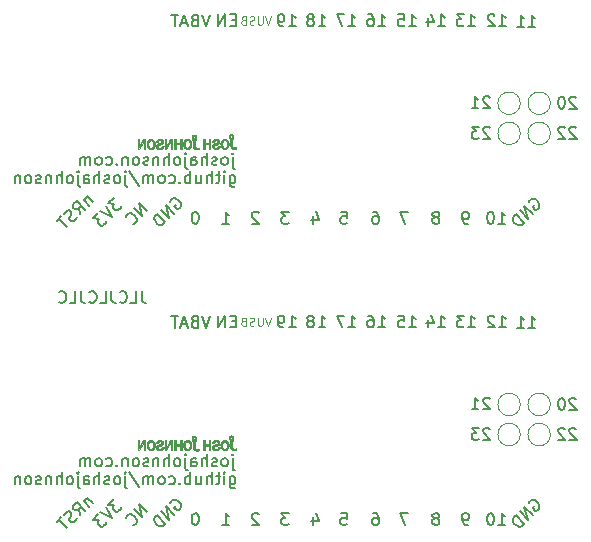
<source format=gbr>
G04 #@! TF.GenerationSoftware,KiCad,Pcbnew,(5.1.2)-1*
G04 #@! TF.CreationDate,2019-08-08T11:50:39+10:00*
G04 #@! TF.ProjectId,output.panel,6f757470-7574-42e7-9061-6e656c2e6b69,rev?*
G04 #@! TF.SameCoordinates,Original*
G04 #@! TF.FileFunction,Legend,Bot*
G04 #@! TF.FilePolarity,Positive*
%FSLAX46Y46*%
G04 Gerber Fmt 4.6, Leading zero omitted, Abs format (unit mm)*
G04 Created by KiCad (PCBNEW (5.1.2)-1) date 2019-08-08 11:50:39*
%MOMM*%
%LPD*%
G04 APERTURE LIST*
%ADD10C,0.150000*%
%ADD11C,0.125000*%
%ADD12C,0.120000*%
%ADD13C,0.010000*%
G04 APERTURE END LIST*
D10*
X38283333Y-48452380D02*
X38283333Y-49166666D01*
X38330952Y-49309523D01*
X38426190Y-49404761D01*
X38569047Y-49452380D01*
X38664285Y-49452380D01*
X37330952Y-49452380D02*
X37807142Y-49452380D01*
X37807142Y-48452380D01*
X36426190Y-49357142D02*
X36473809Y-49404761D01*
X36616666Y-49452380D01*
X36711904Y-49452380D01*
X36854761Y-49404761D01*
X36950000Y-49309523D01*
X36997619Y-49214285D01*
X37045238Y-49023809D01*
X37045238Y-48880952D01*
X36997619Y-48690476D01*
X36950000Y-48595238D01*
X36854761Y-48500000D01*
X36711904Y-48452380D01*
X36616666Y-48452380D01*
X36473809Y-48500000D01*
X36426190Y-48547619D01*
X35711904Y-48452380D02*
X35711904Y-49166666D01*
X35759523Y-49309523D01*
X35854761Y-49404761D01*
X35997619Y-49452380D01*
X36092857Y-49452380D01*
X34759523Y-49452380D02*
X35235714Y-49452380D01*
X35235714Y-48452380D01*
X33854761Y-49357142D02*
X33902380Y-49404761D01*
X34045238Y-49452380D01*
X34140476Y-49452380D01*
X34283333Y-49404761D01*
X34378571Y-49309523D01*
X34426190Y-49214285D01*
X34473809Y-49023809D01*
X34473809Y-48880952D01*
X34426190Y-48690476D01*
X34378571Y-48595238D01*
X34283333Y-48500000D01*
X34140476Y-48452380D01*
X34045238Y-48452380D01*
X33902380Y-48500000D01*
X33854761Y-48547619D01*
X33140476Y-48452380D02*
X33140476Y-49166666D01*
X33188095Y-49309523D01*
X33283333Y-49404761D01*
X33426190Y-49452380D01*
X33521428Y-49452380D01*
X32188095Y-49452380D02*
X32664285Y-49452380D01*
X32664285Y-48452380D01*
X31283333Y-49357142D02*
X31330952Y-49404761D01*
X31473809Y-49452380D01*
X31569047Y-49452380D01*
X31711904Y-49404761D01*
X31807142Y-49309523D01*
X31854761Y-49214285D01*
X31902380Y-49023809D01*
X31902380Y-48880952D01*
X31854761Y-48690476D01*
X31807142Y-48595238D01*
X31711904Y-48500000D01*
X31569047Y-48452380D01*
X31473809Y-48452380D01*
X31330952Y-48500000D01*
X31283333Y-48547619D01*
X35913240Y-66087309D02*
X35475507Y-66525042D01*
X35980583Y-66558713D01*
X35879568Y-66659729D01*
X35845896Y-66760744D01*
X35845896Y-66828087D01*
X35879568Y-66929103D01*
X36047927Y-67097461D01*
X36148942Y-67131133D01*
X36216286Y-67131133D01*
X36317301Y-67097461D01*
X36519331Y-66895431D01*
X36553003Y-66794416D01*
X36553003Y-66727072D01*
X35273477Y-66727072D02*
X35744881Y-67669881D01*
X34802072Y-67198477D01*
X34633713Y-67366835D02*
X34195981Y-67804568D01*
X34701057Y-67838240D01*
X34600042Y-67939255D01*
X34566370Y-68040270D01*
X34566370Y-68107614D01*
X34600042Y-68208629D01*
X34768400Y-68376988D01*
X34869416Y-68410660D01*
X34936759Y-68410660D01*
X35037774Y-68376988D01*
X35239805Y-68174957D01*
X35273477Y-68073942D01*
X35273477Y-68006599D01*
X57909523Y-67246825D02*
X58100000Y-67246825D01*
X58195238Y-67294445D01*
X58242857Y-67342064D01*
X58338095Y-67484921D01*
X58385714Y-67675397D01*
X58385714Y-68056349D01*
X58338095Y-68151587D01*
X58290476Y-68199206D01*
X58195238Y-68246825D01*
X58004761Y-68246825D01*
X57909523Y-68199206D01*
X57861904Y-68151587D01*
X57814285Y-68056349D01*
X57814285Y-67818254D01*
X57861904Y-67723016D01*
X57909523Y-67675397D01*
X58004761Y-67627778D01*
X58195238Y-67627778D01*
X58290476Y-67675397D01*
X58338095Y-67723016D01*
X58385714Y-67818254D01*
X44092857Y-50552380D02*
X43759523Y-51552380D01*
X43426190Y-50552380D01*
X42759523Y-51028571D02*
X42616666Y-51076190D01*
X42569047Y-51123809D01*
X42521428Y-51219047D01*
X42521428Y-51361904D01*
X42569047Y-51457142D01*
X42616666Y-51504761D01*
X42711904Y-51552380D01*
X43092857Y-51552380D01*
X43092857Y-50552380D01*
X42759523Y-50552380D01*
X42664285Y-50600000D01*
X42616666Y-50647619D01*
X42569047Y-50742857D01*
X42569047Y-50838095D01*
X42616666Y-50933333D01*
X42664285Y-50980952D01*
X42759523Y-51028571D01*
X43092857Y-51028571D01*
X42140476Y-51266666D02*
X41664285Y-51266666D01*
X42235714Y-51552380D02*
X41902380Y-50552380D01*
X41569047Y-51552380D01*
X41378571Y-50552380D02*
X40807142Y-50552380D01*
X41092857Y-51552380D02*
X41092857Y-50552380D01*
X68540476Y-51527380D02*
X69111904Y-51527380D01*
X68826190Y-51527380D02*
X68826190Y-50527380D01*
X68921428Y-50670238D01*
X69016666Y-50765476D01*
X69111904Y-50813095D01*
X68159523Y-50622619D02*
X68111904Y-50575000D01*
X68016666Y-50527380D01*
X67778571Y-50527380D01*
X67683333Y-50575000D01*
X67635714Y-50622619D01*
X67588095Y-50717857D01*
X67588095Y-50813095D01*
X67635714Y-50955952D01*
X68207142Y-51527380D01*
X67588095Y-51527380D01*
X63390476Y-51527380D02*
X63961904Y-51527380D01*
X63676190Y-51527380D02*
X63676190Y-50527380D01*
X63771428Y-50670238D01*
X63866666Y-50765476D01*
X63961904Y-50813095D01*
X62533333Y-50860714D02*
X62533333Y-51527380D01*
X62771428Y-50479761D02*
X63009523Y-51194047D01*
X62390476Y-51194047D01*
X55790476Y-51527380D02*
X56361904Y-51527380D01*
X56076190Y-51527380D02*
X56076190Y-50527380D01*
X56171428Y-50670238D01*
X56266666Y-50765476D01*
X56361904Y-50813095D01*
X55457142Y-50527380D02*
X54790476Y-50527380D01*
X55219047Y-51527380D01*
X63295238Y-67680952D02*
X63390476Y-67633333D01*
X63438095Y-67585714D01*
X63485714Y-67490476D01*
X63485714Y-67442857D01*
X63438095Y-67347619D01*
X63390476Y-67300000D01*
X63295238Y-67252380D01*
X63104761Y-67252380D01*
X63009523Y-67300000D01*
X62961904Y-67347619D01*
X62914285Y-67442857D01*
X62914285Y-67490476D01*
X62961904Y-67585714D01*
X63009523Y-67633333D01*
X63104761Y-67680952D01*
X63295238Y-67680952D01*
X63390476Y-67728571D01*
X63438095Y-67776190D01*
X63485714Y-67871428D01*
X63485714Y-68061904D01*
X63438095Y-68157142D01*
X63390476Y-68204761D01*
X63295238Y-68252380D01*
X63104761Y-68252380D01*
X63009523Y-68204761D01*
X62961904Y-68157142D01*
X62914285Y-68061904D01*
X62914285Y-67871428D01*
X62961904Y-67776190D01*
X63009523Y-67728571D01*
X63104761Y-67680952D01*
X60833333Y-67252380D02*
X60166666Y-67252380D01*
X60595238Y-68252380D01*
X38750465Y-67189297D02*
X38043358Y-66482190D01*
X38346404Y-67593358D01*
X37639297Y-66886251D01*
X37538282Y-68266793D02*
X37605625Y-68266793D01*
X37740312Y-68199450D01*
X37807656Y-68132106D01*
X37875000Y-67997419D01*
X37875000Y-67862732D01*
X37841328Y-67761717D01*
X37740312Y-67593358D01*
X37639297Y-67492343D01*
X37470938Y-67391328D01*
X37369923Y-67357656D01*
X37235236Y-67357656D01*
X37100549Y-67425000D01*
X37033206Y-67492343D01*
X36965862Y-67627030D01*
X36965862Y-67694374D01*
X65890476Y-68252380D02*
X65700000Y-68252380D01*
X65604761Y-68204761D01*
X65557142Y-68157142D01*
X65461904Y-68014285D01*
X65414285Y-67823809D01*
X65414285Y-67442857D01*
X65461904Y-67347619D01*
X65509523Y-67300000D01*
X65604761Y-67252380D01*
X65795238Y-67252380D01*
X65890476Y-67300000D01*
X65938095Y-67347619D01*
X65985714Y-67442857D01*
X65985714Y-67680952D01*
X65938095Y-67776190D01*
X65890476Y-67823809D01*
X65795238Y-67871428D01*
X65604761Y-67871428D01*
X65509523Y-67823809D01*
X65461904Y-67776190D01*
X65414285Y-67680952D01*
X71060194Y-66407698D02*
X71093866Y-66306683D01*
X71194881Y-66205668D01*
X71329568Y-66138324D01*
X71464255Y-66138324D01*
X71565270Y-66171996D01*
X71733629Y-66273011D01*
X71834644Y-66374026D01*
X71935660Y-66542385D01*
X71969331Y-66643400D01*
X71969331Y-66778087D01*
X71901988Y-66912774D01*
X71834644Y-66980118D01*
X71699957Y-67047461D01*
X71632614Y-67047461D01*
X71396912Y-66811759D01*
X71531599Y-66677072D01*
X71396912Y-67417851D02*
X70689805Y-66710744D01*
X70992851Y-67821912D01*
X70285744Y-67114805D01*
X70656133Y-68158629D02*
X69949026Y-67451522D01*
X69780668Y-67619881D01*
X69713324Y-67754568D01*
X69713324Y-67889255D01*
X69746996Y-67990270D01*
X69848011Y-68158629D01*
X69949026Y-68259644D01*
X70117385Y-68360660D01*
X70218400Y-68394331D01*
X70353087Y-68394331D01*
X70487774Y-68326988D01*
X70656133Y-68158629D01*
X71040476Y-51579239D02*
X71611904Y-51579239D01*
X71326190Y-51579239D02*
X71326190Y-50579239D01*
X71421428Y-50722097D01*
X71516666Y-50817335D01*
X71611904Y-50864954D01*
X70088095Y-51579239D02*
X70659523Y-51579239D01*
X70373809Y-51579239D02*
X70373809Y-50579239D01*
X70469047Y-50722097D01*
X70564285Y-50817335D01*
X70659523Y-50864954D01*
X33659644Y-65937309D02*
X34131049Y-66408713D01*
X33726988Y-66004652D02*
X33659644Y-66004652D01*
X33558629Y-66038324D01*
X33457614Y-66139339D01*
X33423942Y-66240355D01*
X33457614Y-66341370D01*
X33828003Y-66711759D01*
X33087225Y-67452538D02*
X32986209Y-66880118D01*
X33491286Y-67048477D02*
X32784179Y-66341370D01*
X32514805Y-66610744D01*
X32481133Y-66711759D01*
X32481133Y-66779103D01*
X32514805Y-66880118D01*
X32615820Y-66981133D01*
X32716835Y-67014805D01*
X32784179Y-67014805D01*
X32885194Y-66981133D01*
X33154568Y-66711759D01*
X32784179Y-67688240D02*
X32716835Y-67822927D01*
X32548477Y-67991286D01*
X32447461Y-68024957D01*
X32380118Y-68024957D01*
X32279103Y-67991286D01*
X32211759Y-67923942D01*
X32178087Y-67822927D01*
X32178087Y-67755583D01*
X32211759Y-67654568D01*
X32312774Y-67486209D01*
X32346446Y-67385194D01*
X32346446Y-67317851D01*
X32312774Y-67216835D01*
X32245431Y-67149492D01*
X32144416Y-67115820D01*
X32077072Y-67115820D01*
X31976057Y-67149492D01*
X31807698Y-67317851D01*
X31740355Y-67452538D01*
X31504652Y-67620896D02*
X31100591Y-68024957D01*
X32009729Y-68530034D02*
X31302622Y-67822927D01*
X48185714Y-67347619D02*
X48138095Y-67300000D01*
X48042857Y-67252380D01*
X47804761Y-67252380D01*
X47709523Y-67300000D01*
X47661904Y-67347619D01*
X47614285Y-67442857D01*
X47614285Y-67538095D01*
X47661904Y-67680952D01*
X48233333Y-68252380D01*
X47614285Y-68252380D01*
X50733333Y-67252380D02*
X50114285Y-67252380D01*
X50447619Y-67633333D01*
X50304761Y-67633333D01*
X50209523Y-67680952D01*
X50161904Y-67728571D01*
X50114285Y-67823809D01*
X50114285Y-68061904D01*
X50161904Y-68157142D01*
X50209523Y-68204761D01*
X50304761Y-68252380D01*
X50590476Y-68252380D01*
X50685714Y-68204761D01*
X50733333Y-68157142D01*
X55161904Y-67252380D02*
X55638095Y-67252380D01*
X55685714Y-67728571D01*
X55638095Y-67680952D01*
X55542857Y-67633333D01*
X55304761Y-67633333D01*
X55209523Y-67680952D01*
X55161904Y-67728571D01*
X55114285Y-67823809D01*
X55114285Y-68061904D01*
X55161904Y-68157142D01*
X55209523Y-68204761D01*
X55304761Y-68252380D01*
X55542857Y-68252380D01*
X55638095Y-68204761D01*
X55685714Y-68157142D01*
X58340476Y-51527380D02*
X58911904Y-51527380D01*
X58626190Y-51527380D02*
X58626190Y-50527380D01*
X58721428Y-50670238D01*
X58816666Y-50765476D01*
X58911904Y-50813095D01*
X57483333Y-50527380D02*
X57673809Y-50527380D01*
X57769047Y-50575000D01*
X57816666Y-50622619D01*
X57911904Y-50765476D01*
X57959523Y-50955952D01*
X57959523Y-51336904D01*
X57911904Y-51432142D01*
X57864285Y-51479761D01*
X57769047Y-51527380D01*
X57578571Y-51527380D01*
X57483333Y-51479761D01*
X57435714Y-51432142D01*
X57388095Y-51336904D01*
X57388095Y-51098809D01*
X57435714Y-51003571D01*
X57483333Y-50955952D01*
X57578571Y-50908333D01*
X57769047Y-50908333D01*
X57864285Y-50955952D01*
X57911904Y-51003571D01*
X57959523Y-51098809D01*
X65915476Y-51527380D02*
X66486904Y-51527380D01*
X66201190Y-51527380D02*
X66201190Y-50527380D01*
X66296428Y-50670238D01*
X66391666Y-50765476D01*
X66486904Y-50813095D01*
X65582142Y-50527380D02*
X64963095Y-50527380D01*
X65296428Y-50908333D01*
X65153571Y-50908333D01*
X65058333Y-50955952D01*
X65010714Y-51003571D01*
X64963095Y-51098809D01*
X64963095Y-51336904D01*
X65010714Y-51432142D01*
X65058333Y-51479761D01*
X65153571Y-51527380D01*
X65439285Y-51527380D01*
X65534523Y-51479761D01*
X65582142Y-51432142D01*
X50765476Y-51527380D02*
X51336904Y-51527380D01*
X51051190Y-51527380D02*
X51051190Y-50527380D01*
X51146428Y-50670238D01*
X51241666Y-50765476D01*
X51336904Y-50813095D01*
X50289285Y-51527380D02*
X50098809Y-51527380D01*
X50003571Y-51479761D01*
X49955952Y-51432142D01*
X49860714Y-51289285D01*
X49813095Y-51098809D01*
X49813095Y-50717857D01*
X49860714Y-50622619D01*
X49908333Y-50575000D01*
X50003571Y-50527380D01*
X50194047Y-50527380D01*
X50289285Y-50575000D01*
X50336904Y-50622619D01*
X50384523Y-50717857D01*
X50384523Y-50955952D01*
X50336904Y-51051190D01*
X50289285Y-51098809D01*
X50194047Y-51146428D01*
X50003571Y-51146428D01*
X49908333Y-51098809D01*
X49860714Y-51051190D01*
X49813095Y-50955952D01*
X40710194Y-66382698D02*
X40743866Y-66281683D01*
X40844881Y-66180668D01*
X40979568Y-66113324D01*
X41114255Y-66113324D01*
X41215270Y-66146996D01*
X41383629Y-66248011D01*
X41484644Y-66349026D01*
X41585660Y-66517385D01*
X41619331Y-66618400D01*
X41619331Y-66753087D01*
X41551988Y-66887774D01*
X41484644Y-66955118D01*
X41349957Y-67022461D01*
X41282614Y-67022461D01*
X41046912Y-66786759D01*
X41181599Y-66652072D01*
X41046912Y-67392851D02*
X40339805Y-66685744D01*
X40642851Y-67796912D01*
X39935744Y-67089805D01*
X40306133Y-68133629D02*
X39599026Y-67426522D01*
X39430668Y-67594881D01*
X39363324Y-67729568D01*
X39363324Y-67864255D01*
X39396996Y-67965270D01*
X39498011Y-68133629D01*
X39599026Y-68234644D01*
X39767385Y-68335660D01*
X39868400Y-68369331D01*
X40003087Y-68369331D01*
X40137774Y-68301988D01*
X40306133Y-68133629D01*
X52809523Y-67585714D02*
X52809523Y-68252380D01*
X53047619Y-67204761D02*
X53285714Y-67919047D01*
X52666666Y-67919047D01*
D11*
X49233333Y-50691666D02*
X49000000Y-51391666D01*
X48766666Y-50691666D01*
X48533333Y-50691666D02*
X48533333Y-51258333D01*
X48500000Y-51325000D01*
X48466666Y-51358333D01*
X48400000Y-51391666D01*
X48266666Y-51391666D01*
X48200000Y-51358333D01*
X48166666Y-51325000D01*
X48133333Y-51258333D01*
X48133333Y-50691666D01*
X47833333Y-51358333D02*
X47733333Y-51391666D01*
X47566666Y-51391666D01*
X47500000Y-51358333D01*
X47466666Y-51325000D01*
X47433333Y-51258333D01*
X47433333Y-51191666D01*
X47466666Y-51125000D01*
X47500000Y-51091666D01*
X47566666Y-51058333D01*
X47700000Y-51025000D01*
X47766666Y-50991666D01*
X47800000Y-50958333D01*
X47833333Y-50891666D01*
X47833333Y-50825000D01*
X47800000Y-50758333D01*
X47766666Y-50725000D01*
X47700000Y-50691666D01*
X47533333Y-50691666D01*
X47433333Y-50725000D01*
X46900000Y-51025000D02*
X46800000Y-51058333D01*
X46766666Y-51091666D01*
X46733333Y-51158333D01*
X46733333Y-51258333D01*
X46766666Y-51325000D01*
X46800000Y-51358333D01*
X46866666Y-51391666D01*
X47133333Y-51391666D01*
X47133333Y-50691666D01*
X46900000Y-50691666D01*
X46833333Y-50725000D01*
X46800000Y-50758333D01*
X46766666Y-50825000D01*
X46766666Y-50891666D01*
X46800000Y-50958333D01*
X46833333Y-50991666D01*
X46900000Y-51025000D01*
X47133333Y-51025000D01*
D10*
X46238095Y-51003571D02*
X45904761Y-51003571D01*
X45761904Y-51527380D02*
X46238095Y-51527380D01*
X46238095Y-50527380D01*
X45761904Y-50527380D01*
X45333333Y-51527380D02*
X45333333Y-50527380D01*
X44761904Y-51527380D01*
X44761904Y-50527380D01*
X68490476Y-68252380D02*
X69061904Y-68252380D01*
X68776190Y-68252380D02*
X68776190Y-67252380D01*
X68871428Y-67395238D01*
X68966666Y-67490476D01*
X69061904Y-67538095D01*
X67871428Y-67252380D02*
X67776190Y-67252380D01*
X67680952Y-67300000D01*
X67633333Y-67347619D01*
X67585714Y-67442857D01*
X67538095Y-67633333D01*
X67538095Y-67871428D01*
X67585714Y-68061904D01*
X67633333Y-68157142D01*
X67680952Y-68204761D01*
X67776190Y-68252380D01*
X67871428Y-68252380D01*
X67966666Y-68204761D01*
X68014285Y-68157142D01*
X68061904Y-68061904D01*
X68109523Y-67871428D01*
X68109523Y-67633333D01*
X68061904Y-67442857D01*
X68014285Y-67347619D01*
X67966666Y-67300000D01*
X67871428Y-67252380D01*
X60915476Y-51527380D02*
X61486904Y-51527380D01*
X61201190Y-51527380D02*
X61201190Y-50527380D01*
X61296428Y-50670238D01*
X61391666Y-50765476D01*
X61486904Y-50813095D01*
X60010714Y-50527380D02*
X60486904Y-50527380D01*
X60534523Y-51003571D01*
X60486904Y-50955952D01*
X60391666Y-50908333D01*
X60153571Y-50908333D01*
X60058333Y-50955952D01*
X60010714Y-51003571D01*
X59963095Y-51098809D01*
X59963095Y-51336904D01*
X60010714Y-51432142D01*
X60058333Y-51479761D01*
X60153571Y-51527380D01*
X60391666Y-51527380D01*
X60486904Y-51479761D01*
X60534523Y-51432142D01*
X42872619Y-67252380D02*
X42777380Y-67252380D01*
X42682142Y-67300000D01*
X42634523Y-67347619D01*
X42586904Y-67442857D01*
X42539285Y-67633333D01*
X42539285Y-67871428D01*
X42586904Y-68061904D01*
X42634523Y-68157142D01*
X42682142Y-68204761D01*
X42777380Y-68252380D01*
X42872619Y-68252380D01*
X42967857Y-68204761D01*
X43015476Y-68157142D01*
X43063095Y-68061904D01*
X43110714Y-67871428D01*
X43110714Y-67633333D01*
X43063095Y-67442857D01*
X43015476Y-67347619D01*
X42967857Y-67300000D01*
X42872619Y-67252380D01*
X45114285Y-68252380D02*
X45685714Y-68252380D01*
X45400000Y-68252380D02*
X45400000Y-67252380D01*
X45495238Y-67395238D01*
X45590476Y-67490476D01*
X45685714Y-67538095D01*
X53265476Y-51527380D02*
X53836904Y-51527380D01*
X53551190Y-51527380D02*
X53551190Y-50527380D01*
X53646428Y-50670238D01*
X53741666Y-50765476D01*
X53836904Y-50813095D01*
X52694047Y-50955952D02*
X52789285Y-50908333D01*
X52836904Y-50860714D01*
X52884523Y-50765476D01*
X52884523Y-50717857D01*
X52836904Y-50622619D01*
X52789285Y-50575000D01*
X52694047Y-50527380D01*
X52503571Y-50527380D01*
X52408333Y-50575000D01*
X52360714Y-50622619D01*
X52313095Y-50717857D01*
X52313095Y-50765476D01*
X52360714Y-50860714D01*
X52408333Y-50908333D01*
X52503571Y-50955952D01*
X52694047Y-50955952D01*
X52789285Y-51003571D01*
X52836904Y-51051190D01*
X52884523Y-51146428D01*
X52884523Y-51336904D01*
X52836904Y-51432142D01*
X52789285Y-51479761D01*
X52694047Y-51527380D01*
X52503571Y-51527380D01*
X52408333Y-51479761D01*
X52360714Y-51432142D01*
X52313095Y-51336904D01*
X52313095Y-51146428D01*
X52360714Y-51051190D01*
X52408333Y-51003571D01*
X52503571Y-50955952D01*
X63390476Y-26027380D02*
X63961904Y-26027380D01*
X63676190Y-26027380D02*
X63676190Y-25027380D01*
X63771428Y-25170238D01*
X63866666Y-25265476D01*
X63961904Y-25313095D01*
X62533333Y-25360714D02*
X62533333Y-26027380D01*
X62771428Y-24979761D02*
X63009523Y-25694047D01*
X62390476Y-25694047D01*
X65915476Y-26027380D02*
X66486904Y-26027380D01*
X66201190Y-26027380D02*
X66201190Y-25027380D01*
X66296428Y-25170238D01*
X66391666Y-25265476D01*
X66486904Y-25313095D01*
X65582142Y-25027380D02*
X64963095Y-25027380D01*
X65296428Y-25408333D01*
X65153571Y-25408333D01*
X65058333Y-25455952D01*
X65010714Y-25503571D01*
X64963095Y-25598809D01*
X64963095Y-25836904D01*
X65010714Y-25932142D01*
X65058333Y-25979761D01*
X65153571Y-26027380D01*
X65439285Y-26027380D01*
X65534523Y-25979761D01*
X65582142Y-25932142D01*
X68540476Y-26027380D02*
X69111904Y-26027380D01*
X68826190Y-26027380D02*
X68826190Y-25027380D01*
X68921428Y-25170238D01*
X69016666Y-25265476D01*
X69111904Y-25313095D01*
X68159523Y-25122619D02*
X68111904Y-25075000D01*
X68016666Y-25027380D01*
X67778571Y-25027380D01*
X67683333Y-25075000D01*
X67635714Y-25122619D01*
X67588095Y-25217857D01*
X67588095Y-25313095D01*
X67635714Y-25455952D01*
X68207142Y-26027380D01*
X67588095Y-26027380D01*
X55790476Y-26027380D02*
X56361904Y-26027380D01*
X56076190Y-26027380D02*
X56076190Y-25027380D01*
X56171428Y-25170238D01*
X56266666Y-25265476D01*
X56361904Y-25313095D01*
X55457142Y-25027380D02*
X54790476Y-25027380D01*
X55219047Y-26027380D01*
X71040476Y-26079239D02*
X71611904Y-26079239D01*
X71326190Y-26079239D02*
X71326190Y-25079239D01*
X71421428Y-25222097D01*
X71516666Y-25317335D01*
X71611904Y-25364954D01*
X70088095Y-26079239D02*
X70659523Y-26079239D01*
X70373809Y-26079239D02*
X70373809Y-25079239D01*
X70469047Y-25222097D01*
X70564285Y-25317335D01*
X70659523Y-25364954D01*
X53265476Y-26027380D02*
X53836904Y-26027380D01*
X53551190Y-26027380D02*
X53551190Y-25027380D01*
X53646428Y-25170238D01*
X53741666Y-25265476D01*
X53836904Y-25313095D01*
X52694047Y-25455952D02*
X52789285Y-25408333D01*
X52836904Y-25360714D01*
X52884523Y-25265476D01*
X52884523Y-25217857D01*
X52836904Y-25122619D01*
X52789285Y-25075000D01*
X52694047Y-25027380D01*
X52503571Y-25027380D01*
X52408333Y-25075000D01*
X52360714Y-25122619D01*
X52313095Y-25217857D01*
X52313095Y-25265476D01*
X52360714Y-25360714D01*
X52408333Y-25408333D01*
X52503571Y-25455952D01*
X52694047Y-25455952D01*
X52789285Y-25503571D01*
X52836904Y-25551190D01*
X52884523Y-25646428D01*
X52884523Y-25836904D01*
X52836904Y-25932142D01*
X52789285Y-25979761D01*
X52694047Y-26027380D01*
X52503571Y-26027380D01*
X52408333Y-25979761D01*
X52360714Y-25932142D01*
X52313095Y-25836904D01*
X52313095Y-25646428D01*
X52360714Y-25551190D01*
X52408333Y-25503571D01*
X52503571Y-25455952D01*
X60915476Y-26027380D02*
X61486904Y-26027380D01*
X61201190Y-26027380D02*
X61201190Y-25027380D01*
X61296428Y-25170238D01*
X61391666Y-25265476D01*
X61486904Y-25313095D01*
X60010714Y-25027380D02*
X60486904Y-25027380D01*
X60534523Y-25503571D01*
X60486904Y-25455952D01*
X60391666Y-25408333D01*
X60153571Y-25408333D01*
X60058333Y-25455952D01*
X60010714Y-25503571D01*
X59963095Y-25598809D01*
X59963095Y-25836904D01*
X60010714Y-25932142D01*
X60058333Y-25979761D01*
X60153571Y-26027380D01*
X60391666Y-26027380D01*
X60486904Y-25979761D01*
X60534523Y-25932142D01*
X44092857Y-25052380D02*
X43759523Y-26052380D01*
X43426190Y-25052380D01*
X42759523Y-25528571D02*
X42616666Y-25576190D01*
X42569047Y-25623809D01*
X42521428Y-25719047D01*
X42521428Y-25861904D01*
X42569047Y-25957142D01*
X42616666Y-26004761D01*
X42711904Y-26052380D01*
X43092857Y-26052380D01*
X43092857Y-25052380D01*
X42759523Y-25052380D01*
X42664285Y-25100000D01*
X42616666Y-25147619D01*
X42569047Y-25242857D01*
X42569047Y-25338095D01*
X42616666Y-25433333D01*
X42664285Y-25480952D01*
X42759523Y-25528571D01*
X43092857Y-25528571D01*
X42140476Y-25766666D02*
X41664285Y-25766666D01*
X42235714Y-26052380D02*
X41902380Y-25052380D01*
X41569047Y-26052380D01*
X41378571Y-25052380D02*
X40807142Y-25052380D01*
X41092857Y-26052380D02*
X41092857Y-25052380D01*
X46238095Y-25503571D02*
X45904761Y-25503571D01*
X45761904Y-26027380D02*
X46238095Y-26027380D01*
X46238095Y-25027380D01*
X45761904Y-25027380D01*
X45333333Y-26027380D02*
X45333333Y-25027380D01*
X44761904Y-26027380D01*
X44761904Y-25027380D01*
D11*
X49233333Y-25191666D02*
X49000000Y-25891666D01*
X48766666Y-25191666D01*
X48533333Y-25191666D02*
X48533333Y-25758333D01*
X48500000Y-25825000D01*
X48466666Y-25858333D01*
X48400000Y-25891666D01*
X48266666Y-25891666D01*
X48200000Y-25858333D01*
X48166666Y-25825000D01*
X48133333Y-25758333D01*
X48133333Y-25191666D01*
X47833333Y-25858333D02*
X47733333Y-25891666D01*
X47566666Y-25891666D01*
X47500000Y-25858333D01*
X47466666Y-25825000D01*
X47433333Y-25758333D01*
X47433333Y-25691666D01*
X47466666Y-25625000D01*
X47500000Y-25591666D01*
X47566666Y-25558333D01*
X47700000Y-25525000D01*
X47766666Y-25491666D01*
X47800000Y-25458333D01*
X47833333Y-25391666D01*
X47833333Y-25325000D01*
X47800000Y-25258333D01*
X47766666Y-25225000D01*
X47700000Y-25191666D01*
X47533333Y-25191666D01*
X47433333Y-25225000D01*
X46900000Y-25525000D02*
X46800000Y-25558333D01*
X46766666Y-25591666D01*
X46733333Y-25658333D01*
X46733333Y-25758333D01*
X46766666Y-25825000D01*
X46800000Y-25858333D01*
X46866666Y-25891666D01*
X47133333Y-25891666D01*
X47133333Y-25191666D01*
X46900000Y-25191666D01*
X46833333Y-25225000D01*
X46800000Y-25258333D01*
X46766666Y-25325000D01*
X46766666Y-25391666D01*
X46800000Y-25458333D01*
X46833333Y-25491666D01*
X46900000Y-25525000D01*
X47133333Y-25525000D01*
D10*
X50765476Y-26027380D02*
X51336904Y-26027380D01*
X51051190Y-26027380D02*
X51051190Y-25027380D01*
X51146428Y-25170238D01*
X51241666Y-25265476D01*
X51336904Y-25313095D01*
X50289285Y-26027380D02*
X50098809Y-26027380D01*
X50003571Y-25979761D01*
X49955952Y-25932142D01*
X49860714Y-25789285D01*
X49813095Y-25598809D01*
X49813095Y-25217857D01*
X49860714Y-25122619D01*
X49908333Y-25075000D01*
X50003571Y-25027380D01*
X50194047Y-25027380D01*
X50289285Y-25075000D01*
X50336904Y-25122619D01*
X50384523Y-25217857D01*
X50384523Y-25455952D01*
X50336904Y-25551190D01*
X50289285Y-25598809D01*
X50194047Y-25646428D01*
X50003571Y-25646428D01*
X49908333Y-25598809D01*
X49860714Y-25551190D01*
X49813095Y-25455952D01*
X58340476Y-26027380D02*
X58911904Y-26027380D01*
X58626190Y-26027380D02*
X58626190Y-25027380D01*
X58721428Y-25170238D01*
X58816666Y-25265476D01*
X58911904Y-25313095D01*
X57483333Y-25027380D02*
X57673809Y-25027380D01*
X57769047Y-25075000D01*
X57816666Y-25122619D01*
X57911904Y-25265476D01*
X57959523Y-25455952D01*
X57959523Y-25836904D01*
X57911904Y-25932142D01*
X57864285Y-25979761D01*
X57769047Y-26027380D01*
X57578571Y-26027380D01*
X57483333Y-25979761D01*
X57435714Y-25932142D01*
X57388095Y-25836904D01*
X57388095Y-25598809D01*
X57435714Y-25503571D01*
X57483333Y-25455952D01*
X57578571Y-25408333D01*
X57769047Y-25408333D01*
X57864285Y-25455952D01*
X57911904Y-25503571D01*
X57959523Y-25598809D01*
X52809523Y-42085714D02*
X52809523Y-42752380D01*
X53047619Y-41704761D02*
X53285714Y-42419047D01*
X52666666Y-42419047D01*
X40710194Y-40882698D02*
X40743866Y-40781683D01*
X40844881Y-40680668D01*
X40979568Y-40613324D01*
X41114255Y-40613324D01*
X41215270Y-40646996D01*
X41383629Y-40748011D01*
X41484644Y-40849026D01*
X41585660Y-41017385D01*
X41619331Y-41118400D01*
X41619331Y-41253087D01*
X41551988Y-41387774D01*
X41484644Y-41455118D01*
X41349957Y-41522461D01*
X41282614Y-41522461D01*
X41046912Y-41286759D01*
X41181599Y-41152072D01*
X41046912Y-41892851D02*
X40339805Y-41185744D01*
X40642851Y-42296912D01*
X39935744Y-41589805D01*
X40306133Y-42633629D02*
X39599026Y-41926522D01*
X39430668Y-42094881D01*
X39363324Y-42229568D01*
X39363324Y-42364255D01*
X39396996Y-42465270D01*
X39498011Y-42633629D01*
X39599026Y-42734644D01*
X39767385Y-42835660D01*
X39868400Y-42869331D01*
X40003087Y-42869331D01*
X40137774Y-42801988D01*
X40306133Y-42633629D01*
X35913240Y-40587309D02*
X35475507Y-41025042D01*
X35980583Y-41058713D01*
X35879568Y-41159729D01*
X35845896Y-41260744D01*
X35845896Y-41328087D01*
X35879568Y-41429103D01*
X36047927Y-41597461D01*
X36148942Y-41631133D01*
X36216286Y-41631133D01*
X36317301Y-41597461D01*
X36519331Y-41395431D01*
X36553003Y-41294416D01*
X36553003Y-41227072D01*
X35273477Y-41227072D02*
X35744881Y-42169881D01*
X34802072Y-41698477D01*
X34633713Y-41866835D02*
X34195981Y-42304568D01*
X34701057Y-42338240D01*
X34600042Y-42439255D01*
X34566370Y-42540270D01*
X34566370Y-42607614D01*
X34600042Y-42708629D01*
X34768400Y-42876988D01*
X34869416Y-42910660D01*
X34936759Y-42910660D01*
X35037774Y-42876988D01*
X35239805Y-42674957D01*
X35273477Y-42573942D01*
X35273477Y-42506599D01*
X55161904Y-41752380D02*
X55638095Y-41752380D01*
X55685714Y-42228571D01*
X55638095Y-42180952D01*
X55542857Y-42133333D01*
X55304761Y-42133333D01*
X55209523Y-42180952D01*
X55161904Y-42228571D01*
X55114285Y-42323809D01*
X55114285Y-42561904D01*
X55161904Y-42657142D01*
X55209523Y-42704761D01*
X55304761Y-42752380D01*
X55542857Y-42752380D01*
X55638095Y-42704761D01*
X55685714Y-42657142D01*
X71060194Y-40907698D02*
X71093866Y-40806683D01*
X71194881Y-40705668D01*
X71329568Y-40638324D01*
X71464255Y-40638324D01*
X71565270Y-40671996D01*
X71733629Y-40773011D01*
X71834644Y-40874026D01*
X71935660Y-41042385D01*
X71969331Y-41143400D01*
X71969331Y-41278087D01*
X71901988Y-41412774D01*
X71834644Y-41480118D01*
X71699957Y-41547461D01*
X71632614Y-41547461D01*
X71396912Y-41311759D01*
X71531599Y-41177072D01*
X71396912Y-41917851D02*
X70689805Y-41210744D01*
X70992851Y-42321912D01*
X70285744Y-41614805D01*
X70656133Y-42658629D02*
X69949026Y-41951522D01*
X69780668Y-42119881D01*
X69713324Y-42254568D01*
X69713324Y-42389255D01*
X69746996Y-42490270D01*
X69848011Y-42658629D01*
X69949026Y-42759644D01*
X70117385Y-42860660D01*
X70218400Y-42894331D01*
X70353087Y-42894331D01*
X70487774Y-42826988D01*
X70656133Y-42658629D01*
X50733333Y-41752380D02*
X50114285Y-41752380D01*
X50447619Y-42133333D01*
X50304761Y-42133333D01*
X50209523Y-42180952D01*
X50161904Y-42228571D01*
X50114285Y-42323809D01*
X50114285Y-42561904D01*
X50161904Y-42657142D01*
X50209523Y-42704761D01*
X50304761Y-42752380D01*
X50590476Y-42752380D01*
X50685714Y-42704761D01*
X50733333Y-42657142D01*
X60833333Y-41752380D02*
X60166666Y-41752380D01*
X60595238Y-42752380D01*
X38750465Y-41689297D02*
X38043358Y-40982190D01*
X38346404Y-42093358D01*
X37639297Y-41386251D01*
X37538282Y-42766793D02*
X37605625Y-42766793D01*
X37740312Y-42699450D01*
X37807656Y-42632106D01*
X37875000Y-42497419D01*
X37875000Y-42362732D01*
X37841328Y-42261717D01*
X37740312Y-42093358D01*
X37639297Y-41992343D01*
X37470938Y-41891328D01*
X37369923Y-41857656D01*
X37235236Y-41857656D01*
X37100549Y-41925000D01*
X37033206Y-41992343D01*
X36965862Y-42127030D01*
X36965862Y-42194374D01*
X65890476Y-42752380D02*
X65700000Y-42752380D01*
X65604761Y-42704761D01*
X65557142Y-42657142D01*
X65461904Y-42514285D01*
X65414285Y-42323809D01*
X65414285Y-41942857D01*
X65461904Y-41847619D01*
X65509523Y-41800000D01*
X65604761Y-41752380D01*
X65795238Y-41752380D01*
X65890476Y-41800000D01*
X65938095Y-41847619D01*
X65985714Y-41942857D01*
X65985714Y-42180952D01*
X65938095Y-42276190D01*
X65890476Y-42323809D01*
X65795238Y-42371428D01*
X65604761Y-42371428D01*
X65509523Y-42323809D01*
X65461904Y-42276190D01*
X65414285Y-42180952D01*
X68490476Y-42752380D02*
X69061904Y-42752380D01*
X68776190Y-42752380D02*
X68776190Y-41752380D01*
X68871428Y-41895238D01*
X68966666Y-41990476D01*
X69061904Y-42038095D01*
X67871428Y-41752380D02*
X67776190Y-41752380D01*
X67680952Y-41800000D01*
X67633333Y-41847619D01*
X67585714Y-41942857D01*
X67538095Y-42133333D01*
X67538095Y-42371428D01*
X67585714Y-42561904D01*
X67633333Y-42657142D01*
X67680952Y-42704761D01*
X67776190Y-42752380D01*
X67871428Y-42752380D01*
X67966666Y-42704761D01*
X68014285Y-42657142D01*
X68061904Y-42561904D01*
X68109523Y-42371428D01*
X68109523Y-42133333D01*
X68061904Y-41942857D01*
X68014285Y-41847619D01*
X67966666Y-41800000D01*
X67871428Y-41752380D01*
X45114285Y-42752380D02*
X45685714Y-42752380D01*
X45400000Y-42752380D02*
X45400000Y-41752380D01*
X45495238Y-41895238D01*
X45590476Y-41990476D01*
X45685714Y-42038095D01*
X33659644Y-40437309D02*
X34131049Y-40908713D01*
X33726988Y-40504652D02*
X33659644Y-40504652D01*
X33558629Y-40538324D01*
X33457614Y-40639339D01*
X33423942Y-40740355D01*
X33457614Y-40841370D01*
X33828003Y-41211759D01*
X33087225Y-41952538D02*
X32986209Y-41380118D01*
X33491286Y-41548477D02*
X32784179Y-40841370D01*
X32514805Y-41110744D01*
X32481133Y-41211759D01*
X32481133Y-41279103D01*
X32514805Y-41380118D01*
X32615820Y-41481133D01*
X32716835Y-41514805D01*
X32784179Y-41514805D01*
X32885194Y-41481133D01*
X33154568Y-41211759D01*
X32784179Y-42188240D02*
X32716835Y-42322927D01*
X32548477Y-42491286D01*
X32447461Y-42524957D01*
X32380118Y-42524957D01*
X32279103Y-42491286D01*
X32211759Y-42423942D01*
X32178087Y-42322927D01*
X32178087Y-42255583D01*
X32211759Y-42154568D01*
X32312774Y-41986209D01*
X32346446Y-41885194D01*
X32346446Y-41817851D01*
X32312774Y-41716835D01*
X32245431Y-41649492D01*
X32144416Y-41615820D01*
X32077072Y-41615820D01*
X31976057Y-41649492D01*
X31807698Y-41817851D01*
X31740355Y-41952538D01*
X31504652Y-42120896D02*
X31100591Y-42524957D01*
X32009729Y-43030034D02*
X31302622Y-42322927D01*
X57909523Y-41746825D02*
X58100000Y-41746825D01*
X58195238Y-41794445D01*
X58242857Y-41842064D01*
X58338095Y-41984921D01*
X58385714Y-42175397D01*
X58385714Y-42556349D01*
X58338095Y-42651587D01*
X58290476Y-42699206D01*
X58195238Y-42746825D01*
X58004761Y-42746825D01*
X57909523Y-42699206D01*
X57861904Y-42651587D01*
X57814285Y-42556349D01*
X57814285Y-42318254D01*
X57861904Y-42223016D01*
X57909523Y-42175397D01*
X58004761Y-42127778D01*
X58195238Y-42127778D01*
X58290476Y-42175397D01*
X58338095Y-42223016D01*
X58385714Y-42318254D01*
X48185714Y-41847619D02*
X48138095Y-41800000D01*
X48042857Y-41752380D01*
X47804761Y-41752380D01*
X47709523Y-41800000D01*
X47661904Y-41847619D01*
X47614285Y-41942857D01*
X47614285Y-42038095D01*
X47661904Y-42180952D01*
X48233333Y-42752380D01*
X47614285Y-42752380D01*
X63295238Y-42180952D02*
X63390476Y-42133333D01*
X63438095Y-42085714D01*
X63485714Y-41990476D01*
X63485714Y-41942857D01*
X63438095Y-41847619D01*
X63390476Y-41800000D01*
X63295238Y-41752380D01*
X63104761Y-41752380D01*
X63009523Y-41800000D01*
X62961904Y-41847619D01*
X62914285Y-41942857D01*
X62914285Y-41990476D01*
X62961904Y-42085714D01*
X63009523Y-42133333D01*
X63104761Y-42180952D01*
X63295238Y-42180952D01*
X63390476Y-42228571D01*
X63438095Y-42276190D01*
X63485714Y-42371428D01*
X63485714Y-42561904D01*
X63438095Y-42657142D01*
X63390476Y-42704761D01*
X63295238Y-42752380D01*
X63104761Y-42752380D01*
X63009523Y-42704761D01*
X62961904Y-42657142D01*
X62914285Y-42561904D01*
X62914285Y-42371428D01*
X62961904Y-42276190D01*
X63009523Y-42228571D01*
X63104761Y-42180952D01*
X42872619Y-41752380D02*
X42777380Y-41752380D01*
X42682142Y-41800000D01*
X42634523Y-41847619D01*
X42586904Y-41942857D01*
X42539285Y-42133333D01*
X42539285Y-42371428D01*
X42586904Y-42561904D01*
X42634523Y-42657142D01*
X42682142Y-42704761D01*
X42777380Y-42752380D01*
X42872619Y-42752380D01*
X42967857Y-42704761D01*
X43015476Y-42657142D01*
X43063095Y-42561904D01*
X43110714Y-42371428D01*
X43110714Y-42133333D01*
X43063095Y-41942857D01*
X43015476Y-41847619D01*
X42967857Y-41800000D01*
X42872619Y-41752380D01*
D12*
X70350000Y-58050000D02*
G75*
G03X70350000Y-58050000I-950000J0D01*
G01*
D13*
G36*
X42665488Y-60712303D02*
G01*
X42620797Y-60729400D01*
X42582598Y-60757249D01*
X42551610Y-60795399D01*
X42539927Y-60816380D01*
X42530030Y-60839051D01*
X42524710Y-60859692D01*
X42522763Y-60884133D01*
X42522681Y-60899950D01*
X42523095Y-60915919D01*
X42524426Y-60930667D01*
X42527242Y-60946131D01*
X42532112Y-60964244D01*
X42539606Y-60986941D01*
X42550293Y-61016157D01*
X42564742Y-61053827D01*
X42577796Y-61087275D01*
X42632505Y-61226975D01*
X42635131Y-61474625D01*
X42635873Y-61538909D01*
X42636649Y-61591825D01*
X42637525Y-61634702D01*
X42638566Y-61668873D01*
X42639836Y-61695669D01*
X42641403Y-61716419D01*
X42643329Y-61732456D01*
X42645682Y-61745110D01*
X42648526Y-61755713D01*
X42648995Y-61757194D01*
X42659367Y-61782570D01*
X42674816Y-61812333D01*
X42692945Y-61842512D01*
X42711355Y-61869136D01*
X42727650Y-61888233D01*
X42728735Y-61889266D01*
X42746645Y-61902602D01*
X42772374Y-61917744D01*
X42801671Y-61932557D01*
X42830281Y-61944908D01*
X42853952Y-61952662D01*
X42856000Y-61953128D01*
X42883615Y-61957545D01*
X42918057Y-61960964D01*
X42954128Y-61963056D01*
X42986630Y-61963490D01*
X43004875Y-61962593D01*
X43024225Y-61959993D01*
X43050215Y-61955522D01*
X43076313Y-61950336D01*
X43122350Y-61940483D01*
X43122350Y-61803289D01*
X43092188Y-61809298D01*
X43073546Y-61811813D01*
X43046137Y-61814024D01*
X43013894Y-61815666D01*
X42985825Y-61816416D01*
X42939103Y-61815760D01*
X42902598Y-61811853D01*
X42874106Y-61804079D01*
X42851421Y-61791823D01*
X42832338Y-61774470D01*
X42831312Y-61773313D01*
X42823366Y-61762959D01*
X42816790Y-61750831D01*
X42811459Y-61735702D01*
X42807249Y-61716342D01*
X42804033Y-61691523D01*
X42801686Y-61660016D01*
X42800085Y-61620593D01*
X42799104Y-61572026D01*
X42798618Y-61513085D01*
X42798500Y-61450775D01*
X42798500Y-61231115D01*
X42854063Y-61089345D01*
X42871593Y-61044448D01*
X42884987Y-61009430D01*
X42894796Y-60982367D01*
X42901576Y-60961336D01*
X42905879Y-60944413D01*
X42908258Y-60929674D01*
X42909267Y-60915196D01*
X42909394Y-60904503D01*
X42827746Y-60904503D01*
X42821686Y-60936112D01*
X42807560Y-60964453D01*
X42786697Y-60987806D01*
X42760427Y-61004453D01*
X42730080Y-61012675D01*
X42696986Y-61010751D01*
X42680799Y-61005829D01*
X42647826Y-60986930D01*
X42623702Y-60960391D01*
X42609302Y-60928401D01*
X42605499Y-60893148D01*
X42613167Y-60856820D01*
X42617373Y-60846995D01*
X42636757Y-60819789D01*
X42663164Y-60800990D01*
X42693995Y-60790715D01*
X42726653Y-60789080D01*
X42758540Y-60796202D01*
X42787059Y-60812196D01*
X42809613Y-60837180D01*
X42810347Y-60838357D01*
X42824410Y-60871345D01*
X42827746Y-60904503D01*
X42909394Y-60904503D01*
X42909459Y-60899055D01*
X42909453Y-60896775D01*
X42908441Y-60866666D01*
X42905080Y-60844603D01*
X42898517Y-60826019D01*
X42894891Y-60818701D01*
X42865657Y-60775692D01*
X42828514Y-60741410D01*
X42799520Y-60723926D01*
X42776517Y-60713934D01*
X42755339Y-60708550D01*
X42730087Y-60706540D01*
X42715950Y-60706406D01*
X42665488Y-60712303D01*
X42665488Y-60712303D01*
G37*
X42665488Y-60712303D02*
X42620797Y-60729400D01*
X42582598Y-60757249D01*
X42551610Y-60795399D01*
X42539927Y-60816380D01*
X42530030Y-60839051D01*
X42524710Y-60859692D01*
X42522763Y-60884133D01*
X42522681Y-60899950D01*
X42523095Y-60915919D01*
X42524426Y-60930667D01*
X42527242Y-60946131D01*
X42532112Y-60964244D01*
X42539606Y-60986941D01*
X42550293Y-61016157D01*
X42564742Y-61053827D01*
X42577796Y-61087275D01*
X42632505Y-61226975D01*
X42635131Y-61474625D01*
X42635873Y-61538909D01*
X42636649Y-61591825D01*
X42637525Y-61634702D01*
X42638566Y-61668873D01*
X42639836Y-61695669D01*
X42641403Y-61716419D01*
X42643329Y-61732456D01*
X42645682Y-61745110D01*
X42648526Y-61755713D01*
X42648995Y-61757194D01*
X42659367Y-61782570D01*
X42674816Y-61812333D01*
X42692945Y-61842512D01*
X42711355Y-61869136D01*
X42727650Y-61888233D01*
X42728735Y-61889266D01*
X42746645Y-61902602D01*
X42772374Y-61917744D01*
X42801671Y-61932557D01*
X42830281Y-61944908D01*
X42853952Y-61952662D01*
X42856000Y-61953128D01*
X42883615Y-61957545D01*
X42918057Y-61960964D01*
X42954128Y-61963056D01*
X42986630Y-61963490D01*
X43004875Y-61962593D01*
X43024225Y-61959993D01*
X43050215Y-61955522D01*
X43076313Y-61950336D01*
X43122350Y-61940483D01*
X43122350Y-61803289D01*
X43092188Y-61809298D01*
X43073546Y-61811813D01*
X43046137Y-61814024D01*
X43013894Y-61815666D01*
X42985825Y-61816416D01*
X42939103Y-61815760D01*
X42902598Y-61811853D01*
X42874106Y-61804079D01*
X42851421Y-61791823D01*
X42832338Y-61774470D01*
X42831312Y-61773313D01*
X42823366Y-61762959D01*
X42816790Y-61750831D01*
X42811459Y-61735702D01*
X42807249Y-61716342D01*
X42804033Y-61691523D01*
X42801686Y-61660016D01*
X42800085Y-61620593D01*
X42799104Y-61572026D01*
X42798618Y-61513085D01*
X42798500Y-61450775D01*
X42798500Y-61231115D01*
X42854063Y-61089345D01*
X42871593Y-61044448D01*
X42884987Y-61009430D01*
X42894796Y-60982367D01*
X42901576Y-60961336D01*
X42905879Y-60944413D01*
X42908258Y-60929674D01*
X42909267Y-60915196D01*
X42909394Y-60904503D01*
X42827746Y-60904503D01*
X42821686Y-60936112D01*
X42807560Y-60964453D01*
X42786697Y-60987806D01*
X42760427Y-61004453D01*
X42730080Y-61012675D01*
X42696986Y-61010751D01*
X42680799Y-61005829D01*
X42647826Y-60986930D01*
X42623702Y-60960391D01*
X42609302Y-60928401D01*
X42605499Y-60893148D01*
X42613167Y-60856820D01*
X42617373Y-60846995D01*
X42636757Y-60819789D01*
X42663164Y-60800990D01*
X42693995Y-60790715D01*
X42726653Y-60789080D01*
X42758540Y-60796202D01*
X42787059Y-60812196D01*
X42809613Y-60837180D01*
X42810347Y-60838357D01*
X42824410Y-60871345D01*
X42827746Y-60904503D01*
X42909394Y-60904503D01*
X42909459Y-60899055D01*
X42909453Y-60896775D01*
X42908441Y-60866666D01*
X42905080Y-60844603D01*
X42898517Y-60826019D01*
X42894891Y-60818701D01*
X42865657Y-60775692D01*
X42828514Y-60741410D01*
X42799520Y-60723926D01*
X42776517Y-60713934D01*
X42755339Y-60708550D01*
X42730087Y-60706540D01*
X42715950Y-60706406D01*
X42665488Y-60712303D01*
G36*
X45807103Y-60690293D02*
G01*
X45792760Y-60695991D01*
X45756894Y-60717575D01*
X45724022Y-60747874D01*
X45698290Y-60782955D01*
X45695284Y-60788422D01*
X45686587Y-60806875D01*
X45681502Y-60824148D01*
X45679146Y-60844807D01*
X45678638Y-60873416D01*
X45678642Y-60874550D01*
X45678872Y-60892041D01*
X45679767Y-60907205D01*
X45681889Y-60922008D01*
X45685803Y-60938418D01*
X45692070Y-60958403D01*
X45701256Y-60983929D01*
X45713921Y-61016963D01*
X45730631Y-61059474D01*
X45734088Y-61068225D01*
X45789296Y-61207925D01*
X45789433Y-61436525D01*
X45789614Y-61503669D01*
X45790095Y-61559312D01*
X45790917Y-61604646D01*
X45792119Y-61640868D01*
X45793741Y-61669173D01*
X45795824Y-61690754D01*
X45798407Y-61706807D01*
X45798513Y-61707314D01*
X45816869Y-61766385D01*
X45844976Y-61817779D01*
X45882263Y-61860854D01*
X45928158Y-61894967D01*
X45982090Y-61919478D01*
X45989755Y-61921955D01*
X46015947Y-61928040D01*
X46049823Y-61933137D01*
X46086996Y-61936862D01*
X46123081Y-61938833D01*
X46153689Y-61938667D01*
X46167175Y-61937444D01*
X46182967Y-61934735D01*
X46206183Y-61930259D01*
X46231845Y-61924977D01*
X46232263Y-61924888D01*
X46278300Y-61915083D01*
X46278300Y-61780831D01*
X46244963Y-61785017D01*
X46177587Y-61791830D01*
X46121082Y-61793777D01*
X46074511Y-61790667D01*
X46036936Y-61782309D01*
X46007420Y-61768511D01*
X45985026Y-61749082D01*
X45971547Y-61729242D01*
X45968035Y-61722305D01*
X45965156Y-61715034D01*
X45962834Y-61706133D01*
X45960996Y-61694307D01*
X45959567Y-61678259D01*
X45958470Y-61656694D01*
X45957633Y-61628316D01*
X45956980Y-61591829D01*
X45956436Y-61545939D01*
X45955926Y-61489349D01*
X45955637Y-61453646D01*
X45953648Y-61204067D01*
X46004878Y-61071975D01*
X46025034Y-61019456D01*
X46040693Y-60976973D01*
X46052238Y-60942841D01*
X46060057Y-60915370D01*
X46064532Y-60892876D01*
X46066050Y-60873669D01*
X46064995Y-60856064D01*
X46064634Y-60854092D01*
X45979907Y-60854092D01*
X45979889Y-60885914D01*
X45972118Y-60917411D01*
X45957608Y-60945173D01*
X45937377Y-60965789D01*
X45927680Y-60971377D01*
X45899433Y-60982978D01*
X45877116Y-60987950D01*
X45856083Y-60986695D01*
X45831793Y-60979650D01*
X45802855Y-60965348D01*
X45782165Y-60944599D01*
X45769543Y-60922175D01*
X45759403Y-60886440D01*
X45760839Y-60851572D01*
X45772792Y-60819699D01*
X45794200Y-60792952D01*
X45824003Y-60773463D01*
X45847429Y-60765684D01*
X45881735Y-60764117D01*
X45915296Y-60773546D01*
X45945031Y-60792487D01*
X45967856Y-60819451D01*
X45971157Y-60825357D01*
X45979907Y-60854092D01*
X46064634Y-60854092D01*
X46061752Y-60838374D01*
X46059907Y-60830812D01*
X46042211Y-60784678D01*
X46015596Y-60745827D01*
X45981730Y-60715103D01*
X45942280Y-60693345D01*
X45898914Y-60681397D01*
X45853299Y-60680099D01*
X45807103Y-60690293D01*
X45807103Y-60690293D01*
G37*
X45807103Y-60690293D02*
X45792760Y-60695991D01*
X45756894Y-60717575D01*
X45724022Y-60747874D01*
X45698290Y-60782955D01*
X45695284Y-60788422D01*
X45686587Y-60806875D01*
X45681502Y-60824148D01*
X45679146Y-60844807D01*
X45678638Y-60873416D01*
X45678642Y-60874550D01*
X45678872Y-60892041D01*
X45679767Y-60907205D01*
X45681889Y-60922008D01*
X45685803Y-60938418D01*
X45692070Y-60958403D01*
X45701256Y-60983929D01*
X45713921Y-61016963D01*
X45730631Y-61059474D01*
X45734088Y-61068225D01*
X45789296Y-61207925D01*
X45789433Y-61436525D01*
X45789614Y-61503669D01*
X45790095Y-61559312D01*
X45790917Y-61604646D01*
X45792119Y-61640868D01*
X45793741Y-61669173D01*
X45795824Y-61690754D01*
X45798407Y-61706807D01*
X45798513Y-61707314D01*
X45816869Y-61766385D01*
X45844976Y-61817779D01*
X45882263Y-61860854D01*
X45928158Y-61894967D01*
X45982090Y-61919478D01*
X45989755Y-61921955D01*
X46015947Y-61928040D01*
X46049823Y-61933137D01*
X46086996Y-61936862D01*
X46123081Y-61938833D01*
X46153689Y-61938667D01*
X46167175Y-61937444D01*
X46182967Y-61934735D01*
X46206183Y-61930259D01*
X46231845Y-61924977D01*
X46232263Y-61924888D01*
X46278300Y-61915083D01*
X46278300Y-61780831D01*
X46244963Y-61785017D01*
X46177587Y-61791830D01*
X46121082Y-61793777D01*
X46074511Y-61790667D01*
X46036936Y-61782309D01*
X46007420Y-61768511D01*
X45985026Y-61749082D01*
X45971547Y-61729242D01*
X45968035Y-61722305D01*
X45965156Y-61715034D01*
X45962834Y-61706133D01*
X45960996Y-61694307D01*
X45959567Y-61678259D01*
X45958470Y-61656694D01*
X45957633Y-61628316D01*
X45956980Y-61591829D01*
X45956436Y-61545939D01*
X45955926Y-61489349D01*
X45955637Y-61453646D01*
X45953648Y-61204067D01*
X46004878Y-61071975D01*
X46025034Y-61019456D01*
X46040693Y-60976973D01*
X46052238Y-60942841D01*
X46060057Y-60915370D01*
X46064532Y-60892876D01*
X46066050Y-60873669D01*
X46064995Y-60856064D01*
X46064634Y-60854092D01*
X45979907Y-60854092D01*
X45979889Y-60885914D01*
X45972118Y-60917411D01*
X45957608Y-60945173D01*
X45937377Y-60965789D01*
X45927680Y-60971377D01*
X45899433Y-60982978D01*
X45877116Y-60987950D01*
X45856083Y-60986695D01*
X45831793Y-60979650D01*
X45802855Y-60965348D01*
X45782165Y-60944599D01*
X45769543Y-60922175D01*
X45759403Y-60886440D01*
X45760839Y-60851572D01*
X45772792Y-60819699D01*
X45794200Y-60792952D01*
X45824003Y-60773463D01*
X45847429Y-60765684D01*
X45881735Y-60764117D01*
X45915296Y-60773546D01*
X45945031Y-60792487D01*
X45967856Y-60819451D01*
X45971157Y-60825357D01*
X45979907Y-60854092D01*
X46064634Y-60854092D01*
X46061752Y-60838374D01*
X46059907Y-60830812D01*
X46042211Y-60784678D01*
X46015596Y-60745827D01*
X45981730Y-60715103D01*
X45942280Y-60693345D01*
X45898914Y-60681397D01*
X45853299Y-60680099D01*
X45807103Y-60690293D01*
G36*
X45280566Y-61069483D02*
G01*
X45262336Y-61071906D01*
X45218043Y-61080229D01*
X45182371Y-61091423D01*
X45151275Y-61107446D01*
X45120708Y-61130253D01*
X45096711Y-61152018D01*
X45048463Y-61206329D01*
X45011162Y-61266743D01*
X44984644Y-61333612D01*
X44968748Y-61407290D01*
X44965510Y-61436525D01*
X44962790Y-61516336D01*
X44969152Y-61589425D01*
X44985051Y-61658390D01*
X45010940Y-61725829D01*
X45019146Y-61742994D01*
X45053475Y-61801250D01*
X45093407Y-61849544D01*
X45138217Y-61887259D01*
X45187176Y-61913780D01*
X45237572Y-61928164D01*
X45271826Y-61933557D01*
X45297721Y-61936463D01*
X45319312Y-61937084D01*
X45340654Y-61935620D01*
X45354128Y-61933949D01*
X45413194Y-61921302D01*
X45464666Y-61900104D01*
X45509593Y-61869526D01*
X45549026Y-61828742D01*
X45584014Y-61776926D01*
X45605324Y-61735979D01*
X45622655Y-61697273D01*
X45635269Y-61663024D01*
X45643862Y-61629799D01*
X45649131Y-61594161D01*
X45651770Y-61552676D01*
X45652477Y-61503200D01*
X45652393Y-61497384D01*
X45515533Y-61497384D01*
X45514821Y-61528600D01*
X45513476Y-61565938D01*
X45511757Y-61593795D01*
X45509146Y-61615387D01*
X45505126Y-61633931D01*
X45499180Y-61652644D01*
X45491696Y-61672438D01*
X45470373Y-61718476D01*
X45445762Y-61757262D01*
X45419406Y-61786515D01*
X45409099Y-61794766D01*
X45374510Y-61812292D01*
X45333834Y-61821551D01*
X45290867Y-61822256D01*
X45249404Y-61814115D01*
X45233725Y-61808155D01*
X45200407Y-61786636D01*
X45170254Y-61753418D01*
X45143918Y-61709251D01*
X45139567Y-61700050D01*
X45124338Y-61664018D01*
X45113554Y-61631023D01*
X45106529Y-61597449D01*
X45102572Y-61559677D01*
X45100995Y-61514092D01*
X45100881Y-61496850D01*
X45101639Y-61448149D01*
X45104580Y-61408660D01*
X45110405Y-61374983D01*
X45119819Y-61343715D01*
X45133523Y-61311456D01*
X45143245Y-61291862D01*
X45169600Y-61248839D01*
X45199092Y-61217460D01*
X45233258Y-61196770D01*
X45273638Y-61185814D01*
X45317798Y-61183514D01*
X45362819Y-61190249D01*
X45402351Y-61208170D01*
X45436590Y-61237436D01*
X45465735Y-61278204D01*
X45484373Y-61316431D01*
X45497333Y-61350410D01*
X45506470Y-61382297D01*
X45512244Y-61415290D01*
X45515111Y-61452586D01*
X45515533Y-61497384D01*
X45652393Y-61497384D01*
X45651743Y-61452622D01*
X45649073Y-61411301D01*
X45643763Y-61375853D01*
X45635112Y-61342894D01*
X45622416Y-61309042D01*
X45604972Y-61270912D01*
X45603679Y-61268250D01*
X45585907Y-61233665D01*
X45569513Y-61206892D01*
X45551628Y-61183774D01*
X45529378Y-61160155D01*
X45528191Y-61158976D01*
X45492123Y-61126585D01*
X45457353Y-61103445D01*
X45419672Y-61087365D01*
X45374868Y-61076155D01*
X45365908Y-61074517D01*
X45333102Y-61069583D01*
X45306620Y-61067955D01*
X45280566Y-61069483D01*
X45280566Y-61069483D01*
G37*
X45280566Y-61069483D02*
X45262336Y-61071906D01*
X45218043Y-61080229D01*
X45182371Y-61091423D01*
X45151275Y-61107446D01*
X45120708Y-61130253D01*
X45096711Y-61152018D01*
X45048463Y-61206329D01*
X45011162Y-61266743D01*
X44984644Y-61333612D01*
X44968748Y-61407290D01*
X44965510Y-61436525D01*
X44962790Y-61516336D01*
X44969152Y-61589425D01*
X44985051Y-61658390D01*
X45010940Y-61725829D01*
X45019146Y-61742994D01*
X45053475Y-61801250D01*
X45093407Y-61849544D01*
X45138217Y-61887259D01*
X45187176Y-61913780D01*
X45237572Y-61928164D01*
X45271826Y-61933557D01*
X45297721Y-61936463D01*
X45319312Y-61937084D01*
X45340654Y-61935620D01*
X45354128Y-61933949D01*
X45413194Y-61921302D01*
X45464666Y-61900104D01*
X45509593Y-61869526D01*
X45549026Y-61828742D01*
X45584014Y-61776926D01*
X45605324Y-61735979D01*
X45622655Y-61697273D01*
X45635269Y-61663024D01*
X45643862Y-61629799D01*
X45649131Y-61594161D01*
X45651770Y-61552676D01*
X45652477Y-61503200D01*
X45652393Y-61497384D01*
X45515533Y-61497384D01*
X45514821Y-61528600D01*
X45513476Y-61565938D01*
X45511757Y-61593795D01*
X45509146Y-61615387D01*
X45505126Y-61633931D01*
X45499180Y-61652644D01*
X45491696Y-61672438D01*
X45470373Y-61718476D01*
X45445762Y-61757262D01*
X45419406Y-61786515D01*
X45409099Y-61794766D01*
X45374510Y-61812292D01*
X45333834Y-61821551D01*
X45290867Y-61822256D01*
X45249404Y-61814115D01*
X45233725Y-61808155D01*
X45200407Y-61786636D01*
X45170254Y-61753418D01*
X45143918Y-61709251D01*
X45139567Y-61700050D01*
X45124338Y-61664018D01*
X45113554Y-61631023D01*
X45106529Y-61597449D01*
X45102572Y-61559677D01*
X45100995Y-61514092D01*
X45100881Y-61496850D01*
X45101639Y-61448149D01*
X45104580Y-61408660D01*
X45110405Y-61374983D01*
X45119819Y-61343715D01*
X45133523Y-61311456D01*
X45143245Y-61291862D01*
X45169600Y-61248839D01*
X45199092Y-61217460D01*
X45233258Y-61196770D01*
X45273638Y-61185814D01*
X45317798Y-61183514D01*
X45362819Y-61190249D01*
X45402351Y-61208170D01*
X45436590Y-61237436D01*
X45465735Y-61278204D01*
X45484373Y-61316431D01*
X45497333Y-61350410D01*
X45506470Y-61382297D01*
X45512244Y-61415290D01*
X45515111Y-61452586D01*
X45515533Y-61497384D01*
X45652393Y-61497384D01*
X45651743Y-61452622D01*
X45649073Y-61411301D01*
X45643763Y-61375853D01*
X45635112Y-61342894D01*
X45622416Y-61309042D01*
X45604972Y-61270912D01*
X45603679Y-61268250D01*
X45585907Y-61233665D01*
X45569513Y-61206892D01*
X45551628Y-61183774D01*
X45529378Y-61160155D01*
X45528191Y-61158976D01*
X45492123Y-61126585D01*
X45457353Y-61103445D01*
X45419672Y-61087365D01*
X45374868Y-61076155D01*
X45365908Y-61074517D01*
X45333102Y-61069583D01*
X45306620Y-61067955D01*
X45280566Y-61069483D01*
G36*
X44548047Y-61071856D02*
G01*
X44530303Y-61074503D01*
X44477349Y-61085763D01*
X44434623Y-61099913D01*
X44399747Y-61118301D01*
X44370341Y-61142277D01*
X44344029Y-61173187D01*
X44335904Y-61184719D01*
X44322350Y-61205807D01*
X44308553Y-61229076D01*
X44295942Y-61251860D01*
X44285947Y-61271491D01*
X44279999Y-61285301D01*
X44279211Y-61290489D01*
X44285810Y-61292883D01*
X44301900Y-61297743D01*
X44324703Y-61304247D01*
X44339954Y-61308460D01*
X44398683Y-61324506D01*
X44402618Y-61307490D01*
X44417762Y-61268878D01*
X44443160Y-61236250D01*
X44477405Y-61210562D01*
X44519089Y-61192770D01*
X44566803Y-61183829D01*
X44586025Y-61182954D01*
X44633397Y-61186785D01*
X44673339Y-61198736D01*
X44704867Y-61218206D01*
X44726998Y-61244596D01*
X44738509Y-61275988D01*
X44738417Y-61307622D01*
X44727684Y-61339813D01*
X44712292Y-61363213D01*
X44703903Y-61371732D01*
X44693097Y-61379298D01*
X44678196Y-61386522D01*
X44657523Y-61394017D01*
X44629399Y-61402393D01*
X44592147Y-61412263D01*
X44546404Y-61423670D01*
X44480527Y-61440962D01*
X44426042Y-61458160D01*
X44381683Y-61476202D01*
X44346184Y-61496028D01*
X44318280Y-61518575D01*
X44296705Y-61544782D01*
X44280192Y-61575589D01*
X44267476Y-61611934D01*
X44261577Y-61634905D01*
X44255118Y-61688585D01*
X44260771Y-61739774D01*
X44278044Y-61787512D01*
X44306440Y-61830837D01*
X44345465Y-61868787D01*
X44394625Y-61900401D01*
X44399404Y-61902840D01*
X44421788Y-61913531D01*
X44441511Y-61921291D01*
X44461848Y-61926895D01*
X44486075Y-61931119D01*
X44517467Y-61934739D01*
X44544750Y-61937267D01*
X44561659Y-61937186D01*
X44586277Y-61935195D01*
X44613827Y-61931706D01*
X44619253Y-61930867D01*
X44680149Y-61918455D01*
X44730472Y-61902054D01*
X44771931Y-61880897D01*
X44806239Y-61854218D01*
X44818627Y-61841513D01*
X44836409Y-61819090D01*
X44856653Y-61789357D01*
X44876690Y-61756624D01*
X44893847Y-61725196D01*
X44903154Y-61705226D01*
X44912875Y-61681827D01*
X44863750Y-61671349D01*
X44839272Y-61666239D01*
X44818981Y-61662205D01*
X44806613Y-61659985D01*
X44805417Y-61659823D01*
X44797860Y-61664637D01*
X44786634Y-61678820D01*
X44773410Y-61700219D01*
X44771799Y-61703115D01*
X44750052Y-61739286D01*
X44728814Y-61765673D01*
X44704953Y-61784661D01*
X44675339Y-61798634D01*
X44636841Y-61809976D01*
X44629023Y-61811853D01*
X44578233Y-61819647D01*
X44530282Y-61819130D01*
X44486957Y-61810762D01*
X44450046Y-61795002D01*
X44421338Y-61772312D01*
X44408517Y-61755095D01*
X44396054Y-61724842D01*
X44391300Y-61692323D01*
X44394258Y-61661362D01*
X44404928Y-61635783D01*
X44408494Y-61631039D01*
X44420849Y-61617908D01*
X44434978Y-61606693D01*
X44452692Y-61596621D01*
X44475797Y-61586923D01*
X44506103Y-61576828D01*
X44545418Y-61565566D01*
X44589411Y-61553945D01*
X44629553Y-61543241D01*
X44667805Y-61532410D01*
X44701562Y-61522238D01*
X44728215Y-61513512D01*
X44745158Y-61507016D01*
X44745235Y-61506981D01*
X44788004Y-61480731D01*
X44822771Y-61445668D01*
X44848687Y-61403472D01*
X44864901Y-61355827D01*
X44870561Y-61304413D01*
X44867509Y-61265269D01*
X44859768Y-61229500D01*
X44847763Y-61200477D01*
X44828989Y-61173162D01*
X44812268Y-61154256D01*
X44771587Y-61119979D01*
X44722846Y-61094040D01*
X44668024Y-61077001D01*
X44609098Y-61069419D01*
X44548047Y-61071856D01*
X44548047Y-61071856D01*
G37*
X44548047Y-61071856D02*
X44530303Y-61074503D01*
X44477349Y-61085763D01*
X44434623Y-61099913D01*
X44399747Y-61118301D01*
X44370341Y-61142277D01*
X44344029Y-61173187D01*
X44335904Y-61184719D01*
X44322350Y-61205807D01*
X44308553Y-61229076D01*
X44295942Y-61251860D01*
X44285947Y-61271491D01*
X44279999Y-61285301D01*
X44279211Y-61290489D01*
X44285810Y-61292883D01*
X44301900Y-61297743D01*
X44324703Y-61304247D01*
X44339954Y-61308460D01*
X44398683Y-61324506D01*
X44402618Y-61307490D01*
X44417762Y-61268878D01*
X44443160Y-61236250D01*
X44477405Y-61210562D01*
X44519089Y-61192770D01*
X44566803Y-61183829D01*
X44586025Y-61182954D01*
X44633397Y-61186785D01*
X44673339Y-61198736D01*
X44704867Y-61218206D01*
X44726998Y-61244596D01*
X44738509Y-61275988D01*
X44738417Y-61307622D01*
X44727684Y-61339813D01*
X44712292Y-61363213D01*
X44703903Y-61371732D01*
X44693097Y-61379298D01*
X44678196Y-61386522D01*
X44657523Y-61394017D01*
X44629399Y-61402393D01*
X44592147Y-61412263D01*
X44546404Y-61423670D01*
X44480527Y-61440962D01*
X44426042Y-61458160D01*
X44381683Y-61476202D01*
X44346184Y-61496028D01*
X44318280Y-61518575D01*
X44296705Y-61544782D01*
X44280192Y-61575589D01*
X44267476Y-61611934D01*
X44261577Y-61634905D01*
X44255118Y-61688585D01*
X44260771Y-61739774D01*
X44278044Y-61787512D01*
X44306440Y-61830837D01*
X44345465Y-61868787D01*
X44394625Y-61900401D01*
X44399404Y-61902840D01*
X44421788Y-61913531D01*
X44441511Y-61921291D01*
X44461848Y-61926895D01*
X44486075Y-61931119D01*
X44517467Y-61934739D01*
X44544750Y-61937267D01*
X44561659Y-61937186D01*
X44586277Y-61935195D01*
X44613827Y-61931706D01*
X44619253Y-61930867D01*
X44680149Y-61918455D01*
X44730472Y-61902054D01*
X44771931Y-61880897D01*
X44806239Y-61854218D01*
X44818627Y-61841513D01*
X44836409Y-61819090D01*
X44856653Y-61789357D01*
X44876690Y-61756624D01*
X44893847Y-61725196D01*
X44903154Y-61705226D01*
X44912875Y-61681827D01*
X44863750Y-61671349D01*
X44839272Y-61666239D01*
X44818981Y-61662205D01*
X44806613Y-61659985D01*
X44805417Y-61659823D01*
X44797860Y-61664637D01*
X44786634Y-61678820D01*
X44773410Y-61700219D01*
X44771799Y-61703115D01*
X44750052Y-61739286D01*
X44728814Y-61765673D01*
X44704953Y-61784661D01*
X44675339Y-61798634D01*
X44636841Y-61809976D01*
X44629023Y-61811853D01*
X44578233Y-61819647D01*
X44530282Y-61819130D01*
X44486957Y-61810762D01*
X44450046Y-61795002D01*
X44421338Y-61772312D01*
X44408517Y-61755095D01*
X44396054Y-61724842D01*
X44391300Y-61692323D01*
X44394258Y-61661362D01*
X44404928Y-61635783D01*
X44408494Y-61631039D01*
X44420849Y-61617908D01*
X44434978Y-61606693D01*
X44452692Y-61596621D01*
X44475797Y-61586923D01*
X44506103Y-61576828D01*
X44545418Y-61565566D01*
X44589411Y-61553945D01*
X44629553Y-61543241D01*
X44667805Y-61532410D01*
X44701562Y-61522238D01*
X44728215Y-61513512D01*
X44745158Y-61507016D01*
X44745235Y-61506981D01*
X44788004Y-61480731D01*
X44822771Y-61445668D01*
X44848687Y-61403472D01*
X44864901Y-61355827D01*
X44870561Y-61304413D01*
X44867509Y-61265269D01*
X44859768Y-61229500D01*
X44847763Y-61200477D01*
X44828989Y-61173162D01*
X44812268Y-61154256D01*
X44771587Y-61119979D01*
X44722846Y-61094040D01*
X44668024Y-61077001D01*
X44609098Y-61069419D01*
X44548047Y-61071856D01*
G36*
X42103004Y-61076524D02*
G01*
X42050323Y-61088203D01*
X42003505Y-61107615D01*
X42003400Y-61107673D01*
X41976647Y-61126075D01*
X41946905Y-61152785D01*
X41916941Y-61184792D01*
X41889524Y-61219083D01*
X41867423Y-61252649D01*
X41863372Y-61259971D01*
X41842699Y-61303735D01*
X41828004Y-61347136D01*
X41818557Y-61393522D01*
X41813627Y-61446245D01*
X41812450Y-61493675D01*
X41813551Y-61550306D01*
X41817713Y-61598024D01*
X41825670Y-61640401D01*
X41838158Y-61681009D01*
X41855912Y-61723421D01*
X41862652Y-61737599D01*
X41882687Y-61775384D01*
X41903595Y-61806513D01*
X41929316Y-61836656D01*
X41937390Y-61845146D01*
X41972444Y-61878278D01*
X42005634Y-61902092D01*
X42040670Y-61918681D01*
X42081260Y-61930141D01*
X42091665Y-61932251D01*
X42126477Y-61938020D01*
X42155735Y-61940248D01*
X42184857Y-61938929D01*
X42219261Y-61934056D01*
X42230369Y-61932092D01*
X42269909Y-61922529D01*
X42303916Y-61908300D01*
X42336184Y-61887345D01*
X42370507Y-61857605D01*
X42374328Y-61853944D01*
X42397588Y-61829850D01*
X42416399Y-61805870D01*
X42433811Y-61777706D01*
X42449164Y-61748520D01*
X42469805Y-61703666D01*
X42484557Y-61661721D01*
X42494214Y-61619002D01*
X42499573Y-61571822D01*
X42501431Y-61516497D01*
X42501456Y-61506375D01*
X42363363Y-61506375D01*
X42362636Y-61554972D01*
X42359983Y-61594231D01*
X42354699Y-61627453D01*
X42346081Y-61657940D01*
X42333423Y-61688995D01*
X42317549Y-61721011D01*
X42288991Y-61764396D01*
X42254910Y-61796483D01*
X42215785Y-61817061D01*
X42172094Y-61825919D01*
X42124316Y-61822848D01*
X42099566Y-61816927D01*
X42063114Y-61799737D01*
X42030300Y-61771114D01*
X42001747Y-61731959D01*
X41978076Y-61683177D01*
X41959911Y-61625671D01*
X41956005Y-61608644D01*
X41951170Y-61575424D01*
X41948679Y-61535024D01*
X41948409Y-61490874D01*
X41950239Y-61446408D01*
X41954047Y-61405056D01*
X41959710Y-61370251D01*
X41965195Y-61350246D01*
X41986583Y-61299035D01*
X42010331Y-61258834D01*
X42037596Y-61228013D01*
X42067263Y-61206253D01*
X42083206Y-61197707D01*
X42098024Y-61192515D01*
X42115752Y-61189872D01*
X42140421Y-61188972D01*
X42153975Y-61188920D01*
X42184693Y-61189580D01*
X42206609Y-61191930D01*
X42223576Y-61196611D01*
X42236525Y-61202651D01*
X42272983Y-61228919D01*
X42303462Y-61265518D01*
X42321726Y-61297892D01*
X42337381Y-61332149D01*
X42348646Y-61362554D01*
X42356199Y-61392494D01*
X42360717Y-61425361D01*
X42362876Y-61464544D01*
X42363363Y-61506375D01*
X42501456Y-61506375D01*
X42499796Y-61447756D01*
X42494421Y-61397793D01*
X42484545Y-61352786D01*
X42469380Y-61309032D01*
X42450849Y-61268250D01*
X42421412Y-61218170D01*
X42385579Y-61172360D01*
X42345898Y-61133706D01*
X42308684Y-61107234D01*
X42264389Y-61087934D01*
X42213221Y-61076385D01*
X42158365Y-61072584D01*
X42103004Y-61076524D01*
X42103004Y-61076524D01*
G37*
X42103004Y-61076524D02*
X42050323Y-61088203D01*
X42003505Y-61107615D01*
X42003400Y-61107673D01*
X41976647Y-61126075D01*
X41946905Y-61152785D01*
X41916941Y-61184792D01*
X41889524Y-61219083D01*
X41867423Y-61252649D01*
X41863372Y-61259971D01*
X41842699Y-61303735D01*
X41828004Y-61347136D01*
X41818557Y-61393522D01*
X41813627Y-61446245D01*
X41812450Y-61493675D01*
X41813551Y-61550306D01*
X41817713Y-61598024D01*
X41825670Y-61640401D01*
X41838158Y-61681009D01*
X41855912Y-61723421D01*
X41862652Y-61737599D01*
X41882687Y-61775384D01*
X41903595Y-61806513D01*
X41929316Y-61836656D01*
X41937390Y-61845146D01*
X41972444Y-61878278D01*
X42005634Y-61902092D01*
X42040670Y-61918681D01*
X42081260Y-61930141D01*
X42091665Y-61932251D01*
X42126477Y-61938020D01*
X42155735Y-61940248D01*
X42184857Y-61938929D01*
X42219261Y-61934056D01*
X42230369Y-61932092D01*
X42269909Y-61922529D01*
X42303916Y-61908300D01*
X42336184Y-61887345D01*
X42370507Y-61857605D01*
X42374328Y-61853944D01*
X42397588Y-61829850D01*
X42416399Y-61805870D01*
X42433811Y-61777706D01*
X42449164Y-61748520D01*
X42469805Y-61703666D01*
X42484557Y-61661721D01*
X42494214Y-61619002D01*
X42499573Y-61571822D01*
X42501431Y-61516497D01*
X42501456Y-61506375D01*
X42363363Y-61506375D01*
X42362636Y-61554972D01*
X42359983Y-61594231D01*
X42354699Y-61627453D01*
X42346081Y-61657940D01*
X42333423Y-61688995D01*
X42317549Y-61721011D01*
X42288991Y-61764396D01*
X42254910Y-61796483D01*
X42215785Y-61817061D01*
X42172094Y-61825919D01*
X42124316Y-61822848D01*
X42099566Y-61816927D01*
X42063114Y-61799737D01*
X42030300Y-61771114D01*
X42001747Y-61731959D01*
X41978076Y-61683177D01*
X41959911Y-61625671D01*
X41956005Y-61608644D01*
X41951170Y-61575424D01*
X41948679Y-61535024D01*
X41948409Y-61490874D01*
X41950239Y-61446408D01*
X41954047Y-61405056D01*
X41959710Y-61370251D01*
X41965195Y-61350246D01*
X41986583Y-61299035D01*
X42010331Y-61258834D01*
X42037596Y-61228013D01*
X42067263Y-61206253D01*
X42083206Y-61197707D01*
X42098024Y-61192515D01*
X42115752Y-61189872D01*
X42140421Y-61188972D01*
X42153975Y-61188920D01*
X42184693Y-61189580D01*
X42206609Y-61191930D01*
X42223576Y-61196611D01*
X42236525Y-61202651D01*
X42272983Y-61228919D01*
X42303462Y-61265518D01*
X42321726Y-61297892D01*
X42337381Y-61332149D01*
X42348646Y-61362554D01*
X42356199Y-61392494D01*
X42360717Y-61425361D01*
X42362876Y-61464544D01*
X42363363Y-61506375D01*
X42501456Y-61506375D01*
X42499796Y-61447756D01*
X42494421Y-61397793D01*
X42484545Y-61352786D01*
X42469380Y-61309032D01*
X42450849Y-61268250D01*
X42421412Y-61218170D01*
X42385579Y-61172360D01*
X42345898Y-61133706D01*
X42308684Y-61107234D01*
X42264389Y-61087934D01*
X42213221Y-61076385D01*
X42158365Y-61072584D01*
X42103004Y-61076524D01*
G36*
X39799213Y-61073608D02*
G01*
X39740445Y-61081667D01*
X39687132Y-61097091D01*
X39641218Y-61119309D01*
X39604646Y-61147749D01*
X39603051Y-61149372D01*
X39588504Y-61166554D01*
X39571864Y-61189520D01*
X39554939Y-61215330D01*
X39539538Y-61241049D01*
X39527470Y-61263736D01*
X39520544Y-61280455D01*
X39519612Y-61284891D01*
X39522482Y-61291110D01*
X39533336Y-61297455D01*
X39553886Y-61304743D01*
X39572700Y-61310219D01*
X39597246Y-61316933D01*
X39616882Y-61322115D01*
X39628592Y-61324979D01*
X39630433Y-61325301D01*
X39634375Y-61319898D01*
X39639812Y-61306211D01*
X39641919Y-61299605D01*
X39657052Y-61268716D01*
X39682287Y-61239434D01*
X39715064Y-61214404D01*
X39734625Y-61203763D01*
X39775315Y-61189963D01*
X39818501Y-61184792D01*
X39861388Y-61187848D01*
X39901183Y-61198731D01*
X39935092Y-61217040D01*
X39954952Y-61235372D01*
X39971827Y-61264510D01*
X39976623Y-61296519D01*
X39969120Y-61329729D01*
X39967749Y-61332910D01*
X39959680Y-61349386D01*
X39950816Y-61362860D01*
X39939581Y-61374107D01*
X39924399Y-61383906D01*
X39903694Y-61393033D01*
X39875888Y-61402264D01*
X39839406Y-61412378D01*
X39792670Y-61424149D01*
X39772725Y-61429017D01*
X39707726Y-61446219D01*
X39654236Y-61463673D01*
X39611070Y-61482007D01*
X39577044Y-61501848D01*
X39550971Y-61523822D01*
X39531668Y-61548555D01*
X39525325Y-61559858D01*
X39502845Y-61616150D01*
X39492555Y-61671169D01*
X39494137Y-61723926D01*
X39507273Y-61773431D01*
X39531644Y-61818697D01*
X39566933Y-61858732D01*
X39612822Y-61892549D01*
X39636342Y-61905228D01*
X39692221Y-61927068D01*
X39749720Y-61938328D01*
X39811077Y-61939267D01*
X39868863Y-61931975D01*
X39922476Y-61920194D01*
X39966140Y-61905572D01*
X40002514Y-61886814D01*
X40034257Y-61862619D01*
X40056341Y-61840437D01*
X40072923Y-61820159D01*
X40090199Y-61795763D01*
X40106966Y-61769415D01*
X40122022Y-61743281D01*
X40134164Y-61719528D01*
X40142188Y-61700322D01*
X40144892Y-61687829D01*
X40143060Y-61684268D01*
X40130083Y-61680479D01*
X40109974Y-61675515D01*
X40086901Y-61670296D01*
X40065034Y-61665740D01*
X40048540Y-61662767D01*
X40042600Y-61662119D01*
X40034958Y-61667312D01*
X40024043Y-61680951D01*
X40012205Y-61700095D01*
X40012095Y-61700294D01*
X39988264Y-61739499D01*
X39964294Y-61768451D01*
X39937242Y-61789284D01*
X39904166Y-61804132D01*
X39862124Y-61815129D01*
X39850665Y-61817378D01*
X39794109Y-61823388D01*
X39743613Y-61819267D01*
X39699876Y-61805153D01*
X39663601Y-61781185D01*
X39662585Y-61780269D01*
X39642022Y-61754809D01*
X39630887Y-61723429D01*
X39628160Y-61693531D01*
X39629971Y-61667467D01*
X39636734Y-61645517D01*
X39649640Y-61626820D01*
X39669881Y-61610516D01*
X39698646Y-61595744D01*
X39737127Y-61581643D01*
X39786515Y-61567355D01*
X39811886Y-61560817D01*
X39866826Y-61546680D01*
X39911084Y-61534313D01*
X39946428Y-61522985D01*
X39974627Y-61511965D01*
X39997450Y-61500522D01*
X40016665Y-61487925D01*
X40034041Y-61473443D01*
X40042256Y-61465599D01*
X40073771Y-61428218D01*
X40094092Y-61388336D01*
X40104329Y-61343252D01*
X40106100Y-61310112D01*
X40101534Y-61257161D01*
X40087399Y-61211502D01*
X40063041Y-61172135D01*
X40027804Y-61138060D01*
X39981034Y-61108277D01*
X39970377Y-61102816D01*
X39942319Y-61089652D01*
X39919590Y-61081449D01*
X39896589Y-61076701D01*
X39867717Y-61073897D01*
X39861491Y-61073484D01*
X39799213Y-61073608D01*
X39799213Y-61073608D01*
G37*
X39799213Y-61073608D02*
X39740445Y-61081667D01*
X39687132Y-61097091D01*
X39641218Y-61119309D01*
X39604646Y-61147749D01*
X39603051Y-61149372D01*
X39588504Y-61166554D01*
X39571864Y-61189520D01*
X39554939Y-61215330D01*
X39539538Y-61241049D01*
X39527470Y-61263736D01*
X39520544Y-61280455D01*
X39519612Y-61284891D01*
X39522482Y-61291110D01*
X39533336Y-61297455D01*
X39553886Y-61304743D01*
X39572700Y-61310219D01*
X39597246Y-61316933D01*
X39616882Y-61322115D01*
X39628592Y-61324979D01*
X39630433Y-61325301D01*
X39634375Y-61319898D01*
X39639812Y-61306211D01*
X39641919Y-61299605D01*
X39657052Y-61268716D01*
X39682287Y-61239434D01*
X39715064Y-61214404D01*
X39734625Y-61203763D01*
X39775315Y-61189963D01*
X39818501Y-61184792D01*
X39861388Y-61187848D01*
X39901183Y-61198731D01*
X39935092Y-61217040D01*
X39954952Y-61235372D01*
X39971827Y-61264510D01*
X39976623Y-61296519D01*
X39969120Y-61329729D01*
X39967749Y-61332910D01*
X39959680Y-61349386D01*
X39950816Y-61362860D01*
X39939581Y-61374107D01*
X39924399Y-61383906D01*
X39903694Y-61393033D01*
X39875888Y-61402264D01*
X39839406Y-61412378D01*
X39792670Y-61424149D01*
X39772725Y-61429017D01*
X39707726Y-61446219D01*
X39654236Y-61463673D01*
X39611070Y-61482007D01*
X39577044Y-61501848D01*
X39550971Y-61523822D01*
X39531668Y-61548555D01*
X39525325Y-61559858D01*
X39502845Y-61616150D01*
X39492555Y-61671169D01*
X39494137Y-61723926D01*
X39507273Y-61773431D01*
X39531644Y-61818697D01*
X39566933Y-61858732D01*
X39612822Y-61892549D01*
X39636342Y-61905228D01*
X39692221Y-61927068D01*
X39749720Y-61938328D01*
X39811077Y-61939267D01*
X39868863Y-61931975D01*
X39922476Y-61920194D01*
X39966140Y-61905572D01*
X40002514Y-61886814D01*
X40034257Y-61862619D01*
X40056341Y-61840437D01*
X40072923Y-61820159D01*
X40090199Y-61795763D01*
X40106966Y-61769415D01*
X40122022Y-61743281D01*
X40134164Y-61719528D01*
X40142188Y-61700322D01*
X40144892Y-61687829D01*
X40143060Y-61684268D01*
X40130083Y-61680479D01*
X40109974Y-61675515D01*
X40086901Y-61670296D01*
X40065034Y-61665740D01*
X40048540Y-61662767D01*
X40042600Y-61662119D01*
X40034958Y-61667312D01*
X40024043Y-61680951D01*
X40012205Y-61700095D01*
X40012095Y-61700294D01*
X39988264Y-61739499D01*
X39964294Y-61768451D01*
X39937242Y-61789284D01*
X39904166Y-61804132D01*
X39862124Y-61815129D01*
X39850665Y-61817378D01*
X39794109Y-61823388D01*
X39743613Y-61819267D01*
X39699876Y-61805153D01*
X39663601Y-61781185D01*
X39662585Y-61780269D01*
X39642022Y-61754809D01*
X39630887Y-61723429D01*
X39628160Y-61693531D01*
X39629971Y-61667467D01*
X39636734Y-61645517D01*
X39649640Y-61626820D01*
X39669881Y-61610516D01*
X39698646Y-61595744D01*
X39737127Y-61581643D01*
X39786515Y-61567355D01*
X39811886Y-61560817D01*
X39866826Y-61546680D01*
X39911084Y-61534313D01*
X39946428Y-61522985D01*
X39974627Y-61511965D01*
X39997450Y-61500522D01*
X40016665Y-61487925D01*
X40034041Y-61473443D01*
X40042256Y-61465599D01*
X40073771Y-61428218D01*
X40094092Y-61388336D01*
X40104329Y-61343252D01*
X40106100Y-61310112D01*
X40101534Y-61257161D01*
X40087399Y-61211502D01*
X40063041Y-61172135D01*
X40027804Y-61138060D01*
X39981034Y-61108277D01*
X39970377Y-61102816D01*
X39942319Y-61089652D01*
X39919590Y-61081449D01*
X39896589Y-61076701D01*
X39867717Y-61073897D01*
X39861491Y-61073484D01*
X39799213Y-61073608D01*
G36*
X39023277Y-61073627D02*
G01*
X38988003Y-61079468D01*
X38952850Y-61088027D01*
X38921884Y-61098301D01*
X38899170Y-61109285D01*
X38897635Y-61110297D01*
X38859821Y-61140721D01*
X38822414Y-61178991D01*
X38789338Y-61220751D01*
X38768994Y-61253083D01*
X38747156Y-61297197D01*
X38731487Y-61339871D01*
X38721192Y-61384552D01*
X38715478Y-61434684D01*
X38713550Y-61493675D01*
X38714517Y-61550011D01*
X38718494Y-61597370D01*
X38726227Y-61639272D01*
X38738459Y-61679234D01*
X38755936Y-61720777D01*
X38766009Y-61741522D01*
X38798100Y-61796269D01*
X38835184Y-61843471D01*
X38875719Y-61881457D01*
X38918166Y-61908557D01*
X38921825Y-61910311D01*
X38961702Y-61925101D01*
X39005989Y-61935272D01*
X39050118Y-61940129D01*
X39089517Y-61938976D01*
X39099625Y-61937375D01*
X39140609Y-61928933D01*
X39171974Y-61921103D01*
X39196643Y-61912505D01*
X39217542Y-61901757D01*
X39237594Y-61887477D01*
X39259722Y-61868284D01*
X39273985Y-61854994D01*
X39296658Y-61832338D01*
X39314404Y-61810904D01*
X39330188Y-61786560D01*
X39346975Y-61755172D01*
X39350171Y-61748780D01*
X39371779Y-61700458D01*
X39386986Y-61653992D01*
X39396607Y-61605597D01*
X39401460Y-61551492D01*
X39402460Y-61506375D01*
X39264466Y-61506375D01*
X39263828Y-61554843D01*
X39261255Y-61593980D01*
X39256041Y-61627093D01*
X39247481Y-61657491D01*
X39234872Y-61688482D01*
X39218749Y-61721011D01*
X39190191Y-61764396D01*
X39156110Y-61796483D01*
X39116985Y-61817061D01*
X39073294Y-61825919D01*
X39025516Y-61822848D01*
X39000766Y-61816927D01*
X38963097Y-61799312D01*
X38929792Y-61770085D01*
X38901279Y-61729709D01*
X38881554Y-61688051D01*
X38867539Y-61649077D01*
X38857975Y-61612955D01*
X38852153Y-61575532D01*
X38849365Y-61532656D01*
X38848837Y-61496428D01*
X38850284Y-61443247D01*
X38855131Y-61398859D01*
X38864044Y-61359654D01*
X38877687Y-61322022D01*
X38883252Y-61309525D01*
X38903475Y-61270801D01*
X38924544Y-61241684D01*
X38948928Y-61219184D01*
X38968532Y-61206212D01*
X38984451Y-61197684D01*
X38999271Y-61192504D01*
X39017021Y-61189868D01*
X39041733Y-61188971D01*
X39055175Y-61188920D01*
X39085893Y-61189580D01*
X39107809Y-61191930D01*
X39124776Y-61196611D01*
X39137725Y-61202651D01*
X39172802Y-61227865D01*
X39202692Y-61263311D01*
X39222251Y-61297156D01*
X39238053Y-61330990D01*
X39249457Y-61361608D01*
X39257131Y-61392325D01*
X39261744Y-61426452D01*
X39263964Y-61467301D01*
X39264466Y-61506375D01*
X39402460Y-61506375D01*
X39400375Y-61443491D01*
X39393417Y-61388840D01*
X39380779Y-61338624D01*
X39361654Y-61289043D01*
X39351864Y-61268250D01*
X39322436Y-61217985D01*
X39286526Y-61172052D01*
X39246677Y-61133333D01*
X39209884Y-61107234D01*
X39177527Y-61092765D01*
X39137120Y-61081302D01*
X39093159Y-61073880D01*
X39054604Y-61071510D01*
X39023277Y-61073627D01*
X39023277Y-61073627D01*
G37*
X39023277Y-61073627D02*
X38988003Y-61079468D01*
X38952850Y-61088027D01*
X38921884Y-61098301D01*
X38899170Y-61109285D01*
X38897635Y-61110297D01*
X38859821Y-61140721D01*
X38822414Y-61178991D01*
X38789338Y-61220751D01*
X38768994Y-61253083D01*
X38747156Y-61297197D01*
X38731487Y-61339871D01*
X38721192Y-61384552D01*
X38715478Y-61434684D01*
X38713550Y-61493675D01*
X38714517Y-61550011D01*
X38718494Y-61597370D01*
X38726227Y-61639272D01*
X38738459Y-61679234D01*
X38755936Y-61720777D01*
X38766009Y-61741522D01*
X38798100Y-61796269D01*
X38835184Y-61843471D01*
X38875719Y-61881457D01*
X38918166Y-61908557D01*
X38921825Y-61910311D01*
X38961702Y-61925101D01*
X39005989Y-61935272D01*
X39050118Y-61940129D01*
X39089517Y-61938976D01*
X39099625Y-61937375D01*
X39140609Y-61928933D01*
X39171974Y-61921103D01*
X39196643Y-61912505D01*
X39217542Y-61901757D01*
X39237594Y-61887477D01*
X39259722Y-61868284D01*
X39273985Y-61854994D01*
X39296658Y-61832338D01*
X39314404Y-61810904D01*
X39330188Y-61786560D01*
X39346975Y-61755172D01*
X39350171Y-61748780D01*
X39371779Y-61700458D01*
X39386986Y-61653992D01*
X39396607Y-61605597D01*
X39401460Y-61551492D01*
X39402460Y-61506375D01*
X39264466Y-61506375D01*
X39263828Y-61554843D01*
X39261255Y-61593980D01*
X39256041Y-61627093D01*
X39247481Y-61657491D01*
X39234872Y-61688482D01*
X39218749Y-61721011D01*
X39190191Y-61764396D01*
X39156110Y-61796483D01*
X39116985Y-61817061D01*
X39073294Y-61825919D01*
X39025516Y-61822848D01*
X39000766Y-61816927D01*
X38963097Y-61799312D01*
X38929792Y-61770085D01*
X38901279Y-61729709D01*
X38881554Y-61688051D01*
X38867539Y-61649077D01*
X38857975Y-61612955D01*
X38852153Y-61575532D01*
X38849365Y-61532656D01*
X38848837Y-61496428D01*
X38850284Y-61443247D01*
X38855131Y-61398859D01*
X38864044Y-61359654D01*
X38877687Y-61322022D01*
X38883252Y-61309525D01*
X38903475Y-61270801D01*
X38924544Y-61241684D01*
X38948928Y-61219184D01*
X38968532Y-61206212D01*
X38984451Y-61197684D01*
X38999271Y-61192504D01*
X39017021Y-61189868D01*
X39041733Y-61188971D01*
X39055175Y-61188920D01*
X39085893Y-61189580D01*
X39107809Y-61191930D01*
X39124776Y-61196611D01*
X39137725Y-61202651D01*
X39172802Y-61227865D01*
X39202692Y-61263311D01*
X39222251Y-61297156D01*
X39238053Y-61330990D01*
X39249457Y-61361608D01*
X39257131Y-61392325D01*
X39261744Y-61426452D01*
X39263964Y-61467301D01*
X39264466Y-61506375D01*
X39402460Y-61506375D01*
X39400375Y-61443491D01*
X39393417Y-61388840D01*
X39380779Y-61338624D01*
X39361654Y-61289043D01*
X39351864Y-61268250D01*
X39322436Y-61217985D01*
X39286526Y-61172052D01*
X39246677Y-61133333D01*
X39209884Y-61107234D01*
X39177527Y-61092765D01*
X39137120Y-61081302D01*
X39093159Y-61073880D01*
X39054604Y-61071510D01*
X39023277Y-61073627D01*
G36*
X43985950Y-61420650D02*
G01*
X43643050Y-61420650D01*
X43643050Y-61084100D01*
X43509700Y-61084100D01*
X43509700Y-61922300D01*
X43643050Y-61922300D01*
X43643050Y-61534950D01*
X43985950Y-61534950D01*
X43985950Y-61922300D01*
X44119300Y-61922300D01*
X44119300Y-61084100D01*
X43985950Y-61084100D01*
X43985950Y-61420650D01*
X43985950Y-61420650D01*
G37*
X43985950Y-61420650D02*
X43643050Y-61420650D01*
X43643050Y-61084100D01*
X43509700Y-61084100D01*
X43509700Y-61922300D01*
X43643050Y-61922300D01*
X43643050Y-61534950D01*
X43985950Y-61534950D01*
X43985950Y-61922300D01*
X44119300Y-61922300D01*
X44119300Y-61084100D01*
X43985950Y-61084100D01*
X43985950Y-61420650D01*
G36*
X41064950Y-61922300D02*
G01*
X41198300Y-61922300D01*
X41198300Y-61541300D01*
X41541200Y-61541300D01*
X41541200Y-61922300D01*
X41668200Y-61922300D01*
X41668200Y-61084100D01*
X41541200Y-61084100D01*
X41541200Y-61420650D01*
X41198511Y-61420650D01*
X41196818Y-61253962D01*
X41195125Y-61087275D01*
X41130038Y-61085465D01*
X41064950Y-61083655D01*
X41064950Y-61922300D01*
X41064950Y-61922300D01*
G37*
X41064950Y-61922300D02*
X41198300Y-61922300D01*
X41198300Y-61541300D01*
X41541200Y-61541300D01*
X41541200Y-61922300D01*
X41668200Y-61922300D01*
X41668200Y-61084100D01*
X41541200Y-61084100D01*
X41541200Y-61420650D01*
X41198511Y-61420650D01*
X41196818Y-61253962D01*
X41195125Y-61087275D01*
X41130038Y-61085465D01*
X41064950Y-61083655D01*
X41064950Y-61922300D01*
G36*
X40304705Y-61085437D02*
G01*
X40248975Y-61087275D01*
X40245709Y-61922745D01*
X40309623Y-61920935D01*
X40373536Y-61919125D01*
X40564109Y-61582575D01*
X40598153Y-61522455D01*
X40630389Y-61465533D01*
X40660264Y-61412784D01*
X40687225Y-61365184D01*
X40710718Y-61323710D01*
X40730192Y-61289339D01*
X40745092Y-61263046D01*
X40754867Y-61245807D01*
X40758961Y-61238600D01*
X40759003Y-61238527D01*
X40759779Y-61243250D01*
X40760441Y-61259554D01*
X40760981Y-61286320D01*
X40761391Y-61322427D01*
X40761664Y-61366757D01*
X40761791Y-61418191D01*
X40761765Y-61475610D01*
X40761578Y-61537894D01*
X40761388Y-61576664D01*
X40759450Y-61922300D01*
X40874450Y-61922300D01*
X40874450Y-61084100D01*
X40724515Y-61084100D01*
X40583901Y-61333337D01*
X40552948Y-61388208D01*
X40522332Y-61442498D01*
X40492956Y-61494602D01*
X40465725Y-61542913D01*
X40441545Y-61585827D01*
X40421319Y-61621740D01*
X40405953Y-61649045D01*
X40400106Y-61659447D01*
X40356925Y-61736319D01*
X40358680Y-61409959D01*
X40360435Y-61083600D01*
X40304705Y-61085437D01*
X40304705Y-61085437D01*
G37*
X40304705Y-61085437D02*
X40248975Y-61087275D01*
X40245709Y-61922745D01*
X40309623Y-61920935D01*
X40373536Y-61919125D01*
X40564109Y-61582575D01*
X40598153Y-61522455D01*
X40630389Y-61465533D01*
X40660264Y-61412784D01*
X40687225Y-61365184D01*
X40710718Y-61323710D01*
X40730192Y-61289339D01*
X40745092Y-61263046D01*
X40754867Y-61245807D01*
X40758961Y-61238600D01*
X40759003Y-61238527D01*
X40759779Y-61243250D01*
X40760441Y-61259554D01*
X40760981Y-61286320D01*
X40761391Y-61322427D01*
X40761664Y-61366757D01*
X40761791Y-61418191D01*
X40761765Y-61475610D01*
X40761578Y-61537894D01*
X40761388Y-61576664D01*
X40759450Y-61922300D01*
X40874450Y-61922300D01*
X40874450Y-61084100D01*
X40724515Y-61084100D01*
X40583901Y-61333337D01*
X40552948Y-61388208D01*
X40522332Y-61442498D01*
X40492956Y-61494602D01*
X40465725Y-61542913D01*
X40441545Y-61585827D01*
X40421319Y-61621740D01*
X40405953Y-61649045D01*
X40400106Y-61659447D01*
X40356925Y-61736319D01*
X40358680Y-61409959D01*
X40360435Y-61083600D01*
X40304705Y-61085437D01*
G36*
X38494788Y-61085485D02*
G01*
X38420175Y-61087275D01*
X38237613Y-61410848D01*
X38055050Y-61734421D01*
X38055050Y-61084100D01*
X37947100Y-61084100D01*
X37947100Y-61922300D01*
X38009013Y-61922025D01*
X38070925Y-61921751D01*
X38458275Y-61234105D01*
X38459918Y-61578202D01*
X38461560Y-61922300D01*
X38569400Y-61922300D01*
X38569400Y-61083696D01*
X38494788Y-61085485D01*
X38494788Y-61085485D01*
G37*
X38494788Y-61085485D02*
X38420175Y-61087275D01*
X38237613Y-61410848D01*
X38055050Y-61734421D01*
X38055050Y-61084100D01*
X37947100Y-61084100D01*
X37947100Y-61922300D01*
X38009013Y-61922025D01*
X38070925Y-61921751D01*
X38458275Y-61234105D01*
X38459918Y-61578202D01*
X38461560Y-61922300D01*
X38569400Y-61922300D01*
X38569400Y-61083696D01*
X38494788Y-61085485D01*
D12*
X72900000Y-58050000D02*
G75*
G03X72900000Y-58050000I-950000J0D01*
G01*
X72900000Y-60600000D02*
G75*
G03X72900000Y-60600000I-950000J0D01*
G01*
X70350000Y-60600000D02*
G75*
G03X70350000Y-60600000I-950000J0D01*
G01*
D13*
G36*
X38494788Y-35585485D02*
G01*
X38420175Y-35587275D01*
X38237613Y-35910848D01*
X38055050Y-36234421D01*
X38055050Y-35584100D01*
X37947100Y-35584100D01*
X37947100Y-36422300D01*
X38009013Y-36422025D01*
X38070925Y-36421751D01*
X38458275Y-35734105D01*
X38459918Y-36078202D01*
X38461560Y-36422300D01*
X38569400Y-36422300D01*
X38569400Y-35583696D01*
X38494788Y-35585485D01*
X38494788Y-35585485D01*
G37*
X38494788Y-35585485D02*
X38420175Y-35587275D01*
X38237613Y-35910848D01*
X38055050Y-36234421D01*
X38055050Y-35584100D01*
X37947100Y-35584100D01*
X37947100Y-36422300D01*
X38009013Y-36422025D01*
X38070925Y-36421751D01*
X38458275Y-35734105D01*
X38459918Y-36078202D01*
X38461560Y-36422300D01*
X38569400Y-36422300D01*
X38569400Y-35583696D01*
X38494788Y-35585485D01*
G36*
X40304705Y-35585437D02*
G01*
X40248975Y-35587275D01*
X40245709Y-36422745D01*
X40309623Y-36420935D01*
X40373536Y-36419125D01*
X40564109Y-36082575D01*
X40598153Y-36022455D01*
X40630389Y-35965533D01*
X40660264Y-35912784D01*
X40687225Y-35865184D01*
X40710718Y-35823710D01*
X40730192Y-35789339D01*
X40745092Y-35763046D01*
X40754867Y-35745807D01*
X40758961Y-35738600D01*
X40759003Y-35738527D01*
X40759779Y-35743250D01*
X40760441Y-35759554D01*
X40760981Y-35786320D01*
X40761391Y-35822427D01*
X40761664Y-35866757D01*
X40761791Y-35918191D01*
X40761765Y-35975610D01*
X40761578Y-36037894D01*
X40761388Y-36076664D01*
X40759450Y-36422300D01*
X40874450Y-36422300D01*
X40874450Y-35584100D01*
X40724515Y-35584100D01*
X40583901Y-35833337D01*
X40552948Y-35888208D01*
X40522332Y-35942498D01*
X40492956Y-35994602D01*
X40465725Y-36042913D01*
X40441545Y-36085827D01*
X40421319Y-36121740D01*
X40405953Y-36149045D01*
X40400106Y-36159447D01*
X40356925Y-36236319D01*
X40358680Y-35909959D01*
X40360435Y-35583600D01*
X40304705Y-35585437D01*
X40304705Y-35585437D01*
G37*
X40304705Y-35585437D02*
X40248975Y-35587275D01*
X40245709Y-36422745D01*
X40309623Y-36420935D01*
X40373536Y-36419125D01*
X40564109Y-36082575D01*
X40598153Y-36022455D01*
X40630389Y-35965533D01*
X40660264Y-35912784D01*
X40687225Y-35865184D01*
X40710718Y-35823710D01*
X40730192Y-35789339D01*
X40745092Y-35763046D01*
X40754867Y-35745807D01*
X40758961Y-35738600D01*
X40759003Y-35738527D01*
X40759779Y-35743250D01*
X40760441Y-35759554D01*
X40760981Y-35786320D01*
X40761391Y-35822427D01*
X40761664Y-35866757D01*
X40761791Y-35918191D01*
X40761765Y-35975610D01*
X40761578Y-36037894D01*
X40761388Y-36076664D01*
X40759450Y-36422300D01*
X40874450Y-36422300D01*
X40874450Y-35584100D01*
X40724515Y-35584100D01*
X40583901Y-35833337D01*
X40552948Y-35888208D01*
X40522332Y-35942498D01*
X40492956Y-35994602D01*
X40465725Y-36042913D01*
X40441545Y-36085827D01*
X40421319Y-36121740D01*
X40405953Y-36149045D01*
X40400106Y-36159447D01*
X40356925Y-36236319D01*
X40358680Y-35909959D01*
X40360435Y-35583600D01*
X40304705Y-35585437D01*
G36*
X41064950Y-36422300D02*
G01*
X41198300Y-36422300D01*
X41198300Y-36041300D01*
X41541200Y-36041300D01*
X41541200Y-36422300D01*
X41668200Y-36422300D01*
X41668200Y-35584100D01*
X41541200Y-35584100D01*
X41541200Y-35920650D01*
X41198511Y-35920650D01*
X41196818Y-35753962D01*
X41195125Y-35587275D01*
X41130038Y-35585465D01*
X41064950Y-35583655D01*
X41064950Y-36422300D01*
X41064950Y-36422300D01*
G37*
X41064950Y-36422300D02*
X41198300Y-36422300D01*
X41198300Y-36041300D01*
X41541200Y-36041300D01*
X41541200Y-36422300D01*
X41668200Y-36422300D01*
X41668200Y-35584100D01*
X41541200Y-35584100D01*
X41541200Y-35920650D01*
X41198511Y-35920650D01*
X41196818Y-35753962D01*
X41195125Y-35587275D01*
X41130038Y-35585465D01*
X41064950Y-35583655D01*
X41064950Y-36422300D01*
G36*
X43985950Y-35920650D02*
G01*
X43643050Y-35920650D01*
X43643050Y-35584100D01*
X43509700Y-35584100D01*
X43509700Y-36422300D01*
X43643050Y-36422300D01*
X43643050Y-36034950D01*
X43985950Y-36034950D01*
X43985950Y-36422300D01*
X44119300Y-36422300D01*
X44119300Y-35584100D01*
X43985950Y-35584100D01*
X43985950Y-35920650D01*
X43985950Y-35920650D01*
G37*
X43985950Y-35920650D02*
X43643050Y-35920650D01*
X43643050Y-35584100D01*
X43509700Y-35584100D01*
X43509700Y-36422300D01*
X43643050Y-36422300D01*
X43643050Y-36034950D01*
X43985950Y-36034950D01*
X43985950Y-36422300D01*
X44119300Y-36422300D01*
X44119300Y-35584100D01*
X43985950Y-35584100D01*
X43985950Y-35920650D01*
G36*
X39023277Y-35573627D02*
G01*
X38988003Y-35579468D01*
X38952850Y-35588027D01*
X38921884Y-35598301D01*
X38899170Y-35609285D01*
X38897635Y-35610297D01*
X38859821Y-35640721D01*
X38822414Y-35678991D01*
X38789338Y-35720751D01*
X38768994Y-35753083D01*
X38747156Y-35797197D01*
X38731487Y-35839871D01*
X38721192Y-35884552D01*
X38715478Y-35934684D01*
X38713550Y-35993675D01*
X38714517Y-36050011D01*
X38718494Y-36097370D01*
X38726227Y-36139272D01*
X38738459Y-36179234D01*
X38755936Y-36220777D01*
X38766009Y-36241522D01*
X38798100Y-36296269D01*
X38835184Y-36343471D01*
X38875719Y-36381457D01*
X38918166Y-36408557D01*
X38921825Y-36410311D01*
X38961702Y-36425101D01*
X39005989Y-36435272D01*
X39050118Y-36440129D01*
X39089517Y-36438976D01*
X39099625Y-36437375D01*
X39140609Y-36428933D01*
X39171974Y-36421103D01*
X39196643Y-36412505D01*
X39217542Y-36401757D01*
X39237594Y-36387477D01*
X39259722Y-36368284D01*
X39273985Y-36354994D01*
X39296658Y-36332338D01*
X39314404Y-36310904D01*
X39330188Y-36286560D01*
X39346975Y-36255172D01*
X39350171Y-36248780D01*
X39371779Y-36200458D01*
X39386986Y-36153992D01*
X39396607Y-36105597D01*
X39401460Y-36051492D01*
X39402460Y-36006375D01*
X39264466Y-36006375D01*
X39263828Y-36054843D01*
X39261255Y-36093980D01*
X39256041Y-36127093D01*
X39247481Y-36157491D01*
X39234872Y-36188482D01*
X39218749Y-36221011D01*
X39190191Y-36264396D01*
X39156110Y-36296483D01*
X39116985Y-36317061D01*
X39073294Y-36325919D01*
X39025516Y-36322848D01*
X39000766Y-36316927D01*
X38963097Y-36299312D01*
X38929792Y-36270085D01*
X38901279Y-36229709D01*
X38881554Y-36188051D01*
X38867539Y-36149077D01*
X38857975Y-36112955D01*
X38852153Y-36075532D01*
X38849365Y-36032656D01*
X38848837Y-35996428D01*
X38850284Y-35943247D01*
X38855131Y-35898859D01*
X38864044Y-35859654D01*
X38877687Y-35822022D01*
X38883252Y-35809525D01*
X38903475Y-35770801D01*
X38924544Y-35741684D01*
X38948928Y-35719184D01*
X38968532Y-35706212D01*
X38984451Y-35697684D01*
X38999271Y-35692504D01*
X39017021Y-35689868D01*
X39041733Y-35688971D01*
X39055175Y-35688920D01*
X39085893Y-35689580D01*
X39107809Y-35691930D01*
X39124776Y-35696611D01*
X39137725Y-35702651D01*
X39172802Y-35727865D01*
X39202692Y-35763311D01*
X39222251Y-35797156D01*
X39238053Y-35830990D01*
X39249457Y-35861608D01*
X39257131Y-35892325D01*
X39261744Y-35926452D01*
X39263964Y-35967301D01*
X39264466Y-36006375D01*
X39402460Y-36006375D01*
X39400375Y-35943491D01*
X39393417Y-35888840D01*
X39380779Y-35838624D01*
X39361654Y-35789043D01*
X39351864Y-35768250D01*
X39322436Y-35717985D01*
X39286526Y-35672052D01*
X39246677Y-35633333D01*
X39209884Y-35607234D01*
X39177527Y-35592765D01*
X39137120Y-35581302D01*
X39093159Y-35573880D01*
X39054604Y-35571510D01*
X39023277Y-35573627D01*
X39023277Y-35573627D01*
G37*
X39023277Y-35573627D02*
X38988003Y-35579468D01*
X38952850Y-35588027D01*
X38921884Y-35598301D01*
X38899170Y-35609285D01*
X38897635Y-35610297D01*
X38859821Y-35640721D01*
X38822414Y-35678991D01*
X38789338Y-35720751D01*
X38768994Y-35753083D01*
X38747156Y-35797197D01*
X38731487Y-35839871D01*
X38721192Y-35884552D01*
X38715478Y-35934684D01*
X38713550Y-35993675D01*
X38714517Y-36050011D01*
X38718494Y-36097370D01*
X38726227Y-36139272D01*
X38738459Y-36179234D01*
X38755936Y-36220777D01*
X38766009Y-36241522D01*
X38798100Y-36296269D01*
X38835184Y-36343471D01*
X38875719Y-36381457D01*
X38918166Y-36408557D01*
X38921825Y-36410311D01*
X38961702Y-36425101D01*
X39005989Y-36435272D01*
X39050118Y-36440129D01*
X39089517Y-36438976D01*
X39099625Y-36437375D01*
X39140609Y-36428933D01*
X39171974Y-36421103D01*
X39196643Y-36412505D01*
X39217542Y-36401757D01*
X39237594Y-36387477D01*
X39259722Y-36368284D01*
X39273985Y-36354994D01*
X39296658Y-36332338D01*
X39314404Y-36310904D01*
X39330188Y-36286560D01*
X39346975Y-36255172D01*
X39350171Y-36248780D01*
X39371779Y-36200458D01*
X39386986Y-36153992D01*
X39396607Y-36105597D01*
X39401460Y-36051492D01*
X39402460Y-36006375D01*
X39264466Y-36006375D01*
X39263828Y-36054843D01*
X39261255Y-36093980D01*
X39256041Y-36127093D01*
X39247481Y-36157491D01*
X39234872Y-36188482D01*
X39218749Y-36221011D01*
X39190191Y-36264396D01*
X39156110Y-36296483D01*
X39116985Y-36317061D01*
X39073294Y-36325919D01*
X39025516Y-36322848D01*
X39000766Y-36316927D01*
X38963097Y-36299312D01*
X38929792Y-36270085D01*
X38901279Y-36229709D01*
X38881554Y-36188051D01*
X38867539Y-36149077D01*
X38857975Y-36112955D01*
X38852153Y-36075532D01*
X38849365Y-36032656D01*
X38848837Y-35996428D01*
X38850284Y-35943247D01*
X38855131Y-35898859D01*
X38864044Y-35859654D01*
X38877687Y-35822022D01*
X38883252Y-35809525D01*
X38903475Y-35770801D01*
X38924544Y-35741684D01*
X38948928Y-35719184D01*
X38968532Y-35706212D01*
X38984451Y-35697684D01*
X38999271Y-35692504D01*
X39017021Y-35689868D01*
X39041733Y-35688971D01*
X39055175Y-35688920D01*
X39085893Y-35689580D01*
X39107809Y-35691930D01*
X39124776Y-35696611D01*
X39137725Y-35702651D01*
X39172802Y-35727865D01*
X39202692Y-35763311D01*
X39222251Y-35797156D01*
X39238053Y-35830990D01*
X39249457Y-35861608D01*
X39257131Y-35892325D01*
X39261744Y-35926452D01*
X39263964Y-35967301D01*
X39264466Y-36006375D01*
X39402460Y-36006375D01*
X39400375Y-35943491D01*
X39393417Y-35888840D01*
X39380779Y-35838624D01*
X39361654Y-35789043D01*
X39351864Y-35768250D01*
X39322436Y-35717985D01*
X39286526Y-35672052D01*
X39246677Y-35633333D01*
X39209884Y-35607234D01*
X39177527Y-35592765D01*
X39137120Y-35581302D01*
X39093159Y-35573880D01*
X39054604Y-35571510D01*
X39023277Y-35573627D01*
G36*
X39799213Y-35573608D02*
G01*
X39740445Y-35581667D01*
X39687132Y-35597091D01*
X39641218Y-35619309D01*
X39604646Y-35647749D01*
X39603051Y-35649372D01*
X39588504Y-35666554D01*
X39571864Y-35689520D01*
X39554939Y-35715330D01*
X39539538Y-35741049D01*
X39527470Y-35763736D01*
X39520544Y-35780455D01*
X39519612Y-35784891D01*
X39522482Y-35791110D01*
X39533336Y-35797455D01*
X39553886Y-35804743D01*
X39572700Y-35810219D01*
X39597246Y-35816933D01*
X39616882Y-35822115D01*
X39628592Y-35824979D01*
X39630433Y-35825301D01*
X39634375Y-35819898D01*
X39639812Y-35806211D01*
X39641919Y-35799605D01*
X39657052Y-35768716D01*
X39682287Y-35739434D01*
X39715064Y-35714404D01*
X39734625Y-35703763D01*
X39775315Y-35689963D01*
X39818501Y-35684792D01*
X39861388Y-35687848D01*
X39901183Y-35698731D01*
X39935092Y-35717040D01*
X39954952Y-35735372D01*
X39971827Y-35764510D01*
X39976623Y-35796519D01*
X39969120Y-35829729D01*
X39967749Y-35832910D01*
X39959680Y-35849386D01*
X39950816Y-35862860D01*
X39939581Y-35874107D01*
X39924399Y-35883906D01*
X39903694Y-35893033D01*
X39875888Y-35902264D01*
X39839406Y-35912378D01*
X39792670Y-35924149D01*
X39772725Y-35929017D01*
X39707726Y-35946219D01*
X39654236Y-35963673D01*
X39611070Y-35982007D01*
X39577044Y-36001848D01*
X39550971Y-36023822D01*
X39531668Y-36048555D01*
X39525325Y-36059858D01*
X39502845Y-36116150D01*
X39492555Y-36171169D01*
X39494137Y-36223926D01*
X39507273Y-36273431D01*
X39531644Y-36318697D01*
X39566933Y-36358732D01*
X39612822Y-36392549D01*
X39636342Y-36405228D01*
X39692221Y-36427068D01*
X39749720Y-36438328D01*
X39811077Y-36439267D01*
X39868863Y-36431975D01*
X39922476Y-36420194D01*
X39966140Y-36405572D01*
X40002514Y-36386814D01*
X40034257Y-36362619D01*
X40056341Y-36340437D01*
X40072923Y-36320159D01*
X40090199Y-36295763D01*
X40106966Y-36269415D01*
X40122022Y-36243281D01*
X40134164Y-36219528D01*
X40142188Y-36200322D01*
X40144892Y-36187829D01*
X40143060Y-36184268D01*
X40130083Y-36180479D01*
X40109974Y-36175515D01*
X40086901Y-36170296D01*
X40065034Y-36165740D01*
X40048540Y-36162767D01*
X40042600Y-36162119D01*
X40034958Y-36167312D01*
X40024043Y-36180951D01*
X40012205Y-36200095D01*
X40012095Y-36200294D01*
X39988264Y-36239499D01*
X39964294Y-36268451D01*
X39937242Y-36289284D01*
X39904166Y-36304132D01*
X39862124Y-36315129D01*
X39850665Y-36317378D01*
X39794109Y-36323388D01*
X39743613Y-36319267D01*
X39699876Y-36305153D01*
X39663601Y-36281185D01*
X39662585Y-36280269D01*
X39642022Y-36254809D01*
X39630887Y-36223429D01*
X39628160Y-36193531D01*
X39629971Y-36167467D01*
X39636734Y-36145517D01*
X39649640Y-36126820D01*
X39669881Y-36110516D01*
X39698646Y-36095744D01*
X39737127Y-36081643D01*
X39786515Y-36067355D01*
X39811886Y-36060817D01*
X39866826Y-36046680D01*
X39911084Y-36034313D01*
X39946428Y-36022985D01*
X39974627Y-36011965D01*
X39997450Y-36000522D01*
X40016665Y-35987925D01*
X40034041Y-35973443D01*
X40042256Y-35965599D01*
X40073771Y-35928218D01*
X40094092Y-35888336D01*
X40104329Y-35843252D01*
X40106100Y-35810112D01*
X40101534Y-35757161D01*
X40087399Y-35711502D01*
X40063041Y-35672135D01*
X40027804Y-35638060D01*
X39981034Y-35608277D01*
X39970377Y-35602816D01*
X39942319Y-35589652D01*
X39919590Y-35581449D01*
X39896589Y-35576701D01*
X39867717Y-35573897D01*
X39861491Y-35573484D01*
X39799213Y-35573608D01*
X39799213Y-35573608D01*
G37*
X39799213Y-35573608D02*
X39740445Y-35581667D01*
X39687132Y-35597091D01*
X39641218Y-35619309D01*
X39604646Y-35647749D01*
X39603051Y-35649372D01*
X39588504Y-35666554D01*
X39571864Y-35689520D01*
X39554939Y-35715330D01*
X39539538Y-35741049D01*
X39527470Y-35763736D01*
X39520544Y-35780455D01*
X39519612Y-35784891D01*
X39522482Y-35791110D01*
X39533336Y-35797455D01*
X39553886Y-35804743D01*
X39572700Y-35810219D01*
X39597246Y-35816933D01*
X39616882Y-35822115D01*
X39628592Y-35824979D01*
X39630433Y-35825301D01*
X39634375Y-35819898D01*
X39639812Y-35806211D01*
X39641919Y-35799605D01*
X39657052Y-35768716D01*
X39682287Y-35739434D01*
X39715064Y-35714404D01*
X39734625Y-35703763D01*
X39775315Y-35689963D01*
X39818501Y-35684792D01*
X39861388Y-35687848D01*
X39901183Y-35698731D01*
X39935092Y-35717040D01*
X39954952Y-35735372D01*
X39971827Y-35764510D01*
X39976623Y-35796519D01*
X39969120Y-35829729D01*
X39967749Y-35832910D01*
X39959680Y-35849386D01*
X39950816Y-35862860D01*
X39939581Y-35874107D01*
X39924399Y-35883906D01*
X39903694Y-35893033D01*
X39875888Y-35902264D01*
X39839406Y-35912378D01*
X39792670Y-35924149D01*
X39772725Y-35929017D01*
X39707726Y-35946219D01*
X39654236Y-35963673D01*
X39611070Y-35982007D01*
X39577044Y-36001848D01*
X39550971Y-36023822D01*
X39531668Y-36048555D01*
X39525325Y-36059858D01*
X39502845Y-36116150D01*
X39492555Y-36171169D01*
X39494137Y-36223926D01*
X39507273Y-36273431D01*
X39531644Y-36318697D01*
X39566933Y-36358732D01*
X39612822Y-36392549D01*
X39636342Y-36405228D01*
X39692221Y-36427068D01*
X39749720Y-36438328D01*
X39811077Y-36439267D01*
X39868863Y-36431975D01*
X39922476Y-36420194D01*
X39966140Y-36405572D01*
X40002514Y-36386814D01*
X40034257Y-36362619D01*
X40056341Y-36340437D01*
X40072923Y-36320159D01*
X40090199Y-36295763D01*
X40106966Y-36269415D01*
X40122022Y-36243281D01*
X40134164Y-36219528D01*
X40142188Y-36200322D01*
X40144892Y-36187829D01*
X40143060Y-36184268D01*
X40130083Y-36180479D01*
X40109974Y-36175515D01*
X40086901Y-36170296D01*
X40065034Y-36165740D01*
X40048540Y-36162767D01*
X40042600Y-36162119D01*
X40034958Y-36167312D01*
X40024043Y-36180951D01*
X40012205Y-36200095D01*
X40012095Y-36200294D01*
X39988264Y-36239499D01*
X39964294Y-36268451D01*
X39937242Y-36289284D01*
X39904166Y-36304132D01*
X39862124Y-36315129D01*
X39850665Y-36317378D01*
X39794109Y-36323388D01*
X39743613Y-36319267D01*
X39699876Y-36305153D01*
X39663601Y-36281185D01*
X39662585Y-36280269D01*
X39642022Y-36254809D01*
X39630887Y-36223429D01*
X39628160Y-36193531D01*
X39629971Y-36167467D01*
X39636734Y-36145517D01*
X39649640Y-36126820D01*
X39669881Y-36110516D01*
X39698646Y-36095744D01*
X39737127Y-36081643D01*
X39786515Y-36067355D01*
X39811886Y-36060817D01*
X39866826Y-36046680D01*
X39911084Y-36034313D01*
X39946428Y-36022985D01*
X39974627Y-36011965D01*
X39997450Y-36000522D01*
X40016665Y-35987925D01*
X40034041Y-35973443D01*
X40042256Y-35965599D01*
X40073771Y-35928218D01*
X40094092Y-35888336D01*
X40104329Y-35843252D01*
X40106100Y-35810112D01*
X40101534Y-35757161D01*
X40087399Y-35711502D01*
X40063041Y-35672135D01*
X40027804Y-35638060D01*
X39981034Y-35608277D01*
X39970377Y-35602816D01*
X39942319Y-35589652D01*
X39919590Y-35581449D01*
X39896589Y-35576701D01*
X39867717Y-35573897D01*
X39861491Y-35573484D01*
X39799213Y-35573608D01*
G36*
X42103004Y-35576524D02*
G01*
X42050323Y-35588203D01*
X42003505Y-35607615D01*
X42003400Y-35607673D01*
X41976647Y-35626075D01*
X41946905Y-35652785D01*
X41916941Y-35684792D01*
X41889524Y-35719083D01*
X41867423Y-35752649D01*
X41863372Y-35759971D01*
X41842699Y-35803735D01*
X41828004Y-35847136D01*
X41818557Y-35893522D01*
X41813627Y-35946245D01*
X41812450Y-35993675D01*
X41813551Y-36050306D01*
X41817713Y-36098024D01*
X41825670Y-36140401D01*
X41838158Y-36181009D01*
X41855912Y-36223421D01*
X41862652Y-36237599D01*
X41882687Y-36275384D01*
X41903595Y-36306513D01*
X41929316Y-36336656D01*
X41937390Y-36345146D01*
X41972444Y-36378278D01*
X42005634Y-36402092D01*
X42040670Y-36418681D01*
X42081260Y-36430141D01*
X42091665Y-36432251D01*
X42126477Y-36438020D01*
X42155735Y-36440248D01*
X42184857Y-36438929D01*
X42219261Y-36434056D01*
X42230369Y-36432092D01*
X42269909Y-36422529D01*
X42303916Y-36408300D01*
X42336184Y-36387345D01*
X42370507Y-36357605D01*
X42374328Y-36353944D01*
X42397588Y-36329850D01*
X42416399Y-36305870D01*
X42433811Y-36277706D01*
X42449164Y-36248520D01*
X42469805Y-36203666D01*
X42484557Y-36161721D01*
X42494214Y-36119002D01*
X42499573Y-36071822D01*
X42501431Y-36016497D01*
X42501456Y-36006375D01*
X42363363Y-36006375D01*
X42362636Y-36054972D01*
X42359983Y-36094231D01*
X42354699Y-36127453D01*
X42346081Y-36157940D01*
X42333423Y-36188995D01*
X42317549Y-36221011D01*
X42288991Y-36264396D01*
X42254910Y-36296483D01*
X42215785Y-36317061D01*
X42172094Y-36325919D01*
X42124316Y-36322848D01*
X42099566Y-36316927D01*
X42063114Y-36299737D01*
X42030300Y-36271114D01*
X42001747Y-36231959D01*
X41978076Y-36183177D01*
X41959911Y-36125671D01*
X41956005Y-36108644D01*
X41951170Y-36075424D01*
X41948679Y-36035024D01*
X41948409Y-35990874D01*
X41950239Y-35946408D01*
X41954047Y-35905056D01*
X41959710Y-35870251D01*
X41965195Y-35850246D01*
X41986583Y-35799035D01*
X42010331Y-35758834D01*
X42037596Y-35728013D01*
X42067263Y-35706253D01*
X42083206Y-35697707D01*
X42098024Y-35692515D01*
X42115752Y-35689872D01*
X42140421Y-35688972D01*
X42153975Y-35688920D01*
X42184693Y-35689580D01*
X42206609Y-35691930D01*
X42223576Y-35696611D01*
X42236525Y-35702651D01*
X42272983Y-35728919D01*
X42303462Y-35765518D01*
X42321726Y-35797892D01*
X42337381Y-35832149D01*
X42348646Y-35862554D01*
X42356199Y-35892494D01*
X42360717Y-35925361D01*
X42362876Y-35964544D01*
X42363363Y-36006375D01*
X42501456Y-36006375D01*
X42499796Y-35947756D01*
X42494421Y-35897793D01*
X42484545Y-35852786D01*
X42469380Y-35809032D01*
X42450849Y-35768250D01*
X42421412Y-35718170D01*
X42385579Y-35672360D01*
X42345898Y-35633706D01*
X42308684Y-35607234D01*
X42264389Y-35587934D01*
X42213221Y-35576385D01*
X42158365Y-35572584D01*
X42103004Y-35576524D01*
X42103004Y-35576524D01*
G37*
X42103004Y-35576524D02*
X42050323Y-35588203D01*
X42003505Y-35607615D01*
X42003400Y-35607673D01*
X41976647Y-35626075D01*
X41946905Y-35652785D01*
X41916941Y-35684792D01*
X41889524Y-35719083D01*
X41867423Y-35752649D01*
X41863372Y-35759971D01*
X41842699Y-35803735D01*
X41828004Y-35847136D01*
X41818557Y-35893522D01*
X41813627Y-35946245D01*
X41812450Y-35993675D01*
X41813551Y-36050306D01*
X41817713Y-36098024D01*
X41825670Y-36140401D01*
X41838158Y-36181009D01*
X41855912Y-36223421D01*
X41862652Y-36237599D01*
X41882687Y-36275384D01*
X41903595Y-36306513D01*
X41929316Y-36336656D01*
X41937390Y-36345146D01*
X41972444Y-36378278D01*
X42005634Y-36402092D01*
X42040670Y-36418681D01*
X42081260Y-36430141D01*
X42091665Y-36432251D01*
X42126477Y-36438020D01*
X42155735Y-36440248D01*
X42184857Y-36438929D01*
X42219261Y-36434056D01*
X42230369Y-36432092D01*
X42269909Y-36422529D01*
X42303916Y-36408300D01*
X42336184Y-36387345D01*
X42370507Y-36357605D01*
X42374328Y-36353944D01*
X42397588Y-36329850D01*
X42416399Y-36305870D01*
X42433811Y-36277706D01*
X42449164Y-36248520D01*
X42469805Y-36203666D01*
X42484557Y-36161721D01*
X42494214Y-36119002D01*
X42499573Y-36071822D01*
X42501431Y-36016497D01*
X42501456Y-36006375D01*
X42363363Y-36006375D01*
X42362636Y-36054972D01*
X42359983Y-36094231D01*
X42354699Y-36127453D01*
X42346081Y-36157940D01*
X42333423Y-36188995D01*
X42317549Y-36221011D01*
X42288991Y-36264396D01*
X42254910Y-36296483D01*
X42215785Y-36317061D01*
X42172094Y-36325919D01*
X42124316Y-36322848D01*
X42099566Y-36316927D01*
X42063114Y-36299737D01*
X42030300Y-36271114D01*
X42001747Y-36231959D01*
X41978076Y-36183177D01*
X41959911Y-36125671D01*
X41956005Y-36108644D01*
X41951170Y-36075424D01*
X41948679Y-36035024D01*
X41948409Y-35990874D01*
X41950239Y-35946408D01*
X41954047Y-35905056D01*
X41959710Y-35870251D01*
X41965195Y-35850246D01*
X41986583Y-35799035D01*
X42010331Y-35758834D01*
X42037596Y-35728013D01*
X42067263Y-35706253D01*
X42083206Y-35697707D01*
X42098024Y-35692515D01*
X42115752Y-35689872D01*
X42140421Y-35688972D01*
X42153975Y-35688920D01*
X42184693Y-35689580D01*
X42206609Y-35691930D01*
X42223576Y-35696611D01*
X42236525Y-35702651D01*
X42272983Y-35728919D01*
X42303462Y-35765518D01*
X42321726Y-35797892D01*
X42337381Y-35832149D01*
X42348646Y-35862554D01*
X42356199Y-35892494D01*
X42360717Y-35925361D01*
X42362876Y-35964544D01*
X42363363Y-36006375D01*
X42501456Y-36006375D01*
X42499796Y-35947756D01*
X42494421Y-35897793D01*
X42484545Y-35852786D01*
X42469380Y-35809032D01*
X42450849Y-35768250D01*
X42421412Y-35718170D01*
X42385579Y-35672360D01*
X42345898Y-35633706D01*
X42308684Y-35607234D01*
X42264389Y-35587934D01*
X42213221Y-35576385D01*
X42158365Y-35572584D01*
X42103004Y-35576524D01*
G36*
X44548047Y-35571856D02*
G01*
X44530303Y-35574503D01*
X44477349Y-35585763D01*
X44434623Y-35599913D01*
X44399747Y-35618301D01*
X44370341Y-35642277D01*
X44344029Y-35673187D01*
X44335904Y-35684719D01*
X44322350Y-35705807D01*
X44308553Y-35729076D01*
X44295942Y-35751860D01*
X44285947Y-35771491D01*
X44279999Y-35785301D01*
X44279211Y-35790489D01*
X44285810Y-35792883D01*
X44301900Y-35797743D01*
X44324703Y-35804247D01*
X44339954Y-35808460D01*
X44398683Y-35824506D01*
X44402618Y-35807490D01*
X44417762Y-35768878D01*
X44443160Y-35736250D01*
X44477405Y-35710562D01*
X44519089Y-35692770D01*
X44566803Y-35683829D01*
X44586025Y-35682954D01*
X44633397Y-35686785D01*
X44673339Y-35698736D01*
X44704867Y-35718206D01*
X44726998Y-35744596D01*
X44738509Y-35775988D01*
X44738417Y-35807622D01*
X44727684Y-35839813D01*
X44712292Y-35863213D01*
X44703903Y-35871732D01*
X44693097Y-35879298D01*
X44678196Y-35886522D01*
X44657523Y-35894017D01*
X44629399Y-35902393D01*
X44592147Y-35912263D01*
X44546404Y-35923670D01*
X44480527Y-35940962D01*
X44426042Y-35958160D01*
X44381683Y-35976202D01*
X44346184Y-35996028D01*
X44318280Y-36018575D01*
X44296705Y-36044782D01*
X44280192Y-36075589D01*
X44267476Y-36111934D01*
X44261577Y-36134905D01*
X44255118Y-36188585D01*
X44260771Y-36239774D01*
X44278044Y-36287512D01*
X44306440Y-36330837D01*
X44345465Y-36368787D01*
X44394625Y-36400401D01*
X44399404Y-36402840D01*
X44421788Y-36413531D01*
X44441511Y-36421291D01*
X44461848Y-36426895D01*
X44486075Y-36431119D01*
X44517467Y-36434739D01*
X44544750Y-36437267D01*
X44561659Y-36437186D01*
X44586277Y-36435195D01*
X44613827Y-36431706D01*
X44619253Y-36430867D01*
X44680149Y-36418455D01*
X44730472Y-36402054D01*
X44771931Y-36380897D01*
X44806239Y-36354218D01*
X44818627Y-36341513D01*
X44836409Y-36319090D01*
X44856653Y-36289357D01*
X44876690Y-36256624D01*
X44893847Y-36225196D01*
X44903154Y-36205226D01*
X44912875Y-36181827D01*
X44863750Y-36171349D01*
X44839272Y-36166239D01*
X44818981Y-36162205D01*
X44806613Y-36159985D01*
X44805417Y-36159823D01*
X44797860Y-36164637D01*
X44786634Y-36178820D01*
X44773410Y-36200219D01*
X44771799Y-36203115D01*
X44750052Y-36239286D01*
X44728814Y-36265673D01*
X44704953Y-36284661D01*
X44675339Y-36298634D01*
X44636841Y-36309976D01*
X44629023Y-36311853D01*
X44578233Y-36319647D01*
X44530282Y-36319130D01*
X44486957Y-36310762D01*
X44450046Y-36295002D01*
X44421338Y-36272312D01*
X44408517Y-36255095D01*
X44396054Y-36224842D01*
X44391300Y-36192323D01*
X44394258Y-36161362D01*
X44404928Y-36135783D01*
X44408494Y-36131039D01*
X44420849Y-36117908D01*
X44434978Y-36106693D01*
X44452692Y-36096621D01*
X44475797Y-36086923D01*
X44506103Y-36076828D01*
X44545418Y-36065566D01*
X44589411Y-36053945D01*
X44629553Y-36043241D01*
X44667805Y-36032410D01*
X44701562Y-36022238D01*
X44728215Y-36013512D01*
X44745158Y-36007016D01*
X44745235Y-36006981D01*
X44788004Y-35980731D01*
X44822771Y-35945668D01*
X44848687Y-35903472D01*
X44864901Y-35855827D01*
X44870561Y-35804413D01*
X44867509Y-35765269D01*
X44859768Y-35729500D01*
X44847763Y-35700477D01*
X44828989Y-35673162D01*
X44812268Y-35654256D01*
X44771587Y-35619979D01*
X44722846Y-35594040D01*
X44668024Y-35577001D01*
X44609098Y-35569419D01*
X44548047Y-35571856D01*
X44548047Y-35571856D01*
G37*
X44548047Y-35571856D02*
X44530303Y-35574503D01*
X44477349Y-35585763D01*
X44434623Y-35599913D01*
X44399747Y-35618301D01*
X44370341Y-35642277D01*
X44344029Y-35673187D01*
X44335904Y-35684719D01*
X44322350Y-35705807D01*
X44308553Y-35729076D01*
X44295942Y-35751860D01*
X44285947Y-35771491D01*
X44279999Y-35785301D01*
X44279211Y-35790489D01*
X44285810Y-35792883D01*
X44301900Y-35797743D01*
X44324703Y-35804247D01*
X44339954Y-35808460D01*
X44398683Y-35824506D01*
X44402618Y-35807490D01*
X44417762Y-35768878D01*
X44443160Y-35736250D01*
X44477405Y-35710562D01*
X44519089Y-35692770D01*
X44566803Y-35683829D01*
X44586025Y-35682954D01*
X44633397Y-35686785D01*
X44673339Y-35698736D01*
X44704867Y-35718206D01*
X44726998Y-35744596D01*
X44738509Y-35775988D01*
X44738417Y-35807622D01*
X44727684Y-35839813D01*
X44712292Y-35863213D01*
X44703903Y-35871732D01*
X44693097Y-35879298D01*
X44678196Y-35886522D01*
X44657523Y-35894017D01*
X44629399Y-35902393D01*
X44592147Y-35912263D01*
X44546404Y-35923670D01*
X44480527Y-35940962D01*
X44426042Y-35958160D01*
X44381683Y-35976202D01*
X44346184Y-35996028D01*
X44318280Y-36018575D01*
X44296705Y-36044782D01*
X44280192Y-36075589D01*
X44267476Y-36111934D01*
X44261577Y-36134905D01*
X44255118Y-36188585D01*
X44260771Y-36239774D01*
X44278044Y-36287512D01*
X44306440Y-36330837D01*
X44345465Y-36368787D01*
X44394625Y-36400401D01*
X44399404Y-36402840D01*
X44421788Y-36413531D01*
X44441511Y-36421291D01*
X44461848Y-36426895D01*
X44486075Y-36431119D01*
X44517467Y-36434739D01*
X44544750Y-36437267D01*
X44561659Y-36437186D01*
X44586277Y-36435195D01*
X44613827Y-36431706D01*
X44619253Y-36430867D01*
X44680149Y-36418455D01*
X44730472Y-36402054D01*
X44771931Y-36380897D01*
X44806239Y-36354218D01*
X44818627Y-36341513D01*
X44836409Y-36319090D01*
X44856653Y-36289357D01*
X44876690Y-36256624D01*
X44893847Y-36225196D01*
X44903154Y-36205226D01*
X44912875Y-36181827D01*
X44863750Y-36171349D01*
X44839272Y-36166239D01*
X44818981Y-36162205D01*
X44806613Y-36159985D01*
X44805417Y-36159823D01*
X44797860Y-36164637D01*
X44786634Y-36178820D01*
X44773410Y-36200219D01*
X44771799Y-36203115D01*
X44750052Y-36239286D01*
X44728814Y-36265673D01*
X44704953Y-36284661D01*
X44675339Y-36298634D01*
X44636841Y-36309976D01*
X44629023Y-36311853D01*
X44578233Y-36319647D01*
X44530282Y-36319130D01*
X44486957Y-36310762D01*
X44450046Y-36295002D01*
X44421338Y-36272312D01*
X44408517Y-36255095D01*
X44396054Y-36224842D01*
X44391300Y-36192323D01*
X44394258Y-36161362D01*
X44404928Y-36135783D01*
X44408494Y-36131039D01*
X44420849Y-36117908D01*
X44434978Y-36106693D01*
X44452692Y-36096621D01*
X44475797Y-36086923D01*
X44506103Y-36076828D01*
X44545418Y-36065566D01*
X44589411Y-36053945D01*
X44629553Y-36043241D01*
X44667805Y-36032410D01*
X44701562Y-36022238D01*
X44728215Y-36013512D01*
X44745158Y-36007016D01*
X44745235Y-36006981D01*
X44788004Y-35980731D01*
X44822771Y-35945668D01*
X44848687Y-35903472D01*
X44864901Y-35855827D01*
X44870561Y-35804413D01*
X44867509Y-35765269D01*
X44859768Y-35729500D01*
X44847763Y-35700477D01*
X44828989Y-35673162D01*
X44812268Y-35654256D01*
X44771587Y-35619979D01*
X44722846Y-35594040D01*
X44668024Y-35577001D01*
X44609098Y-35569419D01*
X44548047Y-35571856D01*
G36*
X45280566Y-35569483D02*
G01*
X45262336Y-35571906D01*
X45218043Y-35580229D01*
X45182371Y-35591423D01*
X45151275Y-35607446D01*
X45120708Y-35630253D01*
X45096711Y-35652018D01*
X45048463Y-35706329D01*
X45011162Y-35766743D01*
X44984644Y-35833612D01*
X44968748Y-35907290D01*
X44965510Y-35936525D01*
X44962790Y-36016336D01*
X44969152Y-36089425D01*
X44985051Y-36158390D01*
X45010940Y-36225829D01*
X45019146Y-36242994D01*
X45053475Y-36301250D01*
X45093407Y-36349544D01*
X45138217Y-36387259D01*
X45187176Y-36413780D01*
X45237572Y-36428164D01*
X45271826Y-36433557D01*
X45297721Y-36436463D01*
X45319312Y-36437084D01*
X45340654Y-36435620D01*
X45354128Y-36433949D01*
X45413194Y-36421302D01*
X45464666Y-36400104D01*
X45509593Y-36369526D01*
X45549026Y-36328742D01*
X45584014Y-36276926D01*
X45605324Y-36235979D01*
X45622655Y-36197273D01*
X45635269Y-36163024D01*
X45643862Y-36129799D01*
X45649131Y-36094161D01*
X45651770Y-36052676D01*
X45652477Y-36003200D01*
X45652393Y-35997384D01*
X45515533Y-35997384D01*
X45514821Y-36028600D01*
X45513476Y-36065938D01*
X45511757Y-36093795D01*
X45509146Y-36115387D01*
X45505126Y-36133931D01*
X45499180Y-36152644D01*
X45491696Y-36172438D01*
X45470373Y-36218476D01*
X45445762Y-36257262D01*
X45419406Y-36286515D01*
X45409099Y-36294766D01*
X45374510Y-36312292D01*
X45333834Y-36321551D01*
X45290867Y-36322256D01*
X45249404Y-36314115D01*
X45233725Y-36308155D01*
X45200407Y-36286636D01*
X45170254Y-36253418D01*
X45143918Y-36209251D01*
X45139567Y-36200050D01*
X45124338Y-36164018D01*
X45113554Y-36131023D01*
X45106529Y-36097449D01*
X45102572Y-36059677D01*
X45100995Y-36014092D01*
X45100881Y-35996850D01*
X45101639Y-35948149D01*
X45104580Y-35908660D01*
X45110405Y-35874983D01*
X45119819Y-35843715D01*
X45133523Y-35811456D01*
X45143245Y-35791862D01*
X45169600Y-35748839D01*
X45199092Y-35717460D01*
X45233258Y-35696770D01*
X45273638Y-35685814D01*
X45317798Y-35683514D01*
X45362819Y-35690249D01*
X45402351Y-35708170D01*
X45436590Y-35737436D01*
X45465735Y-35778204D01*
X45484373Y-35816431D01*
X45497333Y-35850410D01*
X45506470Y-35882297D01*
X45512244Y-35915290D01*
X45515111Y-35952586D01*
X45515533Y-35997384D01*
X45652393Y-35997384D01*
X45651743Y-35952622D01*
X45649073Y-35911301D01*
X45643763Y-35875853D01*
X45635112Y-35842894D01*
X45622416Y-35809042D01*
X45604972Y-35770912D01*
X45603679Y-35768250D01*
X45585907Y-35733665D01*
X45569513Y-35706892D01*
X45551628Y-35683774D01*
X45529378Y-35660155D01*
X45528191Y-35658976D01*
X45492123Y-35626585D01*
X45457353Y-35603445D01*
X45419672Y-35587365D01*
X45374868Y-35576155D01*
X45365908Y-35574517D01*
X45333102Y-35569583D01*
X45306620Y-35567955D01*
X45280566Y-35569483D01*
X45280566Y-35569483D01*
G37*
X45280566Y-35569483D02*
X45262336Y-35571906D01*
X45218043Y-35580229D01*
X45182371Y-35591423D01*
X45151275Y-35607446D01*
X45120708Y-35630253D01*
X45096711Y-35652018D01*
X45048463Y-35706329D01*
X45011162Y-35766743D01*
X44984644Y-35833612D01*
X44968748Y-35907290D01*
X44965510Y-35936525D01*
X44962790Y-36016336D01*
X44969152Y-36089425D01*
X44985051Y-36158390D01*
X45010940Y-36225829D01*
X45019146Y-36242994D01*
X45053475Y-36301250D01*
X45093407Y-36349544D01*
X45138217Y-36387259D01*
X45187176Y-36413780D01*
X45237572Y-36428164D01*
X45271826Y-36433557D01*
X45297721Y-36436463D01*
X45319312Y-36437084D01*
X45340654Y-36435620D01*
X45354128Y-36433949D01*
X45413194Y-36421302D01*
X45464666Y-36400104D01*
X45509593Y-36369526D01*
X45549026Y-36328742D01*
X45584014Y-36276926D01*
X45605324Y-36235979D01*
X45622655Y-36197273D01*
X45635269Y-36163024D01*
X45643862Y-36129799D01*
X45649131Y-36094161D01*
X45651770Y-36052676D01*
X45652477Y-36003200D01*
X45652393Y-35997384D01*
X45515533Y-35997384D01*
X45514821Y-36028600D01*
X45513476Y-36065938D01*
X45511757Y-36093795D01*
X45509146Y-36115387D01*
X45505126Y-36133931D01*
X45499180Y-36152644D01*
X45491696Y-36172438D01*
X45470373Y-36218476D01*
X45445762Y-36257262D01*
X45419406Y-36286515D01*
X45409099Y-36294766D01*
X45374510Y-36312292D01*
X45333834Y-36321551D01*
X45290867Y-36322256D01*
X45249404Y-36314115D01*
X45233725Y-36308155D01*
X45200407Y-36286636D01*
X45170254Y-36253418D01*
X45143918Y-36209251D01*
X45139567Y-36200050D01*
X45124338Y-36164018D01*
X45113554Y-36131023D01*
X45106529Y-36097449D01*
X45102572Y-36059677D01*
X45100995Y-36014092D01*
X45100881Y-35996850D01*
X45101639Y-35948149D01*
X45104580Y-35908660D01*
X45110405Y-35874983D01*
X45119819Y-35843715D01*
X45133523Y-35811456D01*
X45143245Y-35791862D01*
X45169600Y-35748839D01*
X45199092Y-35717460D01*
X45233258Y-35696770D01*
X45273638Y-35685814D01*
X45317798Y-35683514D01*
X45362819Y-35690249D01*
X45402351Y-35708170D01*
X45436590Y-35737436D01*
X45465735Y-35778204D01*
X45484373Y-35816431D01*
X45497333Y-35850410D01*
X45506470Y-35882297D01*
X45512244Y-35915290D01*
X45515111Y-35952586D01*
X45515533Y-35997384D01*
X45652393Y-35997384D01*
X45651743Y-35952622D01*
X45649073Y-35911301D01*
X45643763Y-35875853D01*
X45635112Y-35842894D01*
X45622416Y-35809042D01*
X45604972Y-35770912D01*
X45603679Y-35768250D01*
X45585907Y-35733665D01*
X45569513Y-35706892D01*
X45551628Y-35683774D01*
X45529378Y-35660155D01*
X45528191Y-35658976D01*
X45492123Y-35626585D01*
X45457353Y-35603445D01*
X45419672Y-35587365D01*
X45374868Y-35576155D01*
X45365908Y-35574517D01*
X45333102Y-35569583D01*
X45306620Y-35567955D01*
X45280566Y-35569483D01*
G36*
X45807103Y-35190293D02*
G01*
X45792760Y-35195991D01*
X45756894Y-35217575D01*
X45724022Y-35247874D01*
X45698290Y-35282955D01*
X45695284Y-35288422D01*
X45686587Y-35306875D01*
X45681502Y-35324148D01*
X45679146Y-35344807D01*
X45678638Y-35373416D01*
X45678642Y-35374550D01*
X45678872Y-35392041D01*
X45679767Y-35407205D01*
X45681889Y-35422008D01*
X45685803Y-35438418D01*
X45692070Y-35458403D01*
X45701256Y-35483929D01*
X45713921Y-35516963D01*
X45730631Y-35559474D01*
X45734088Y-35568225D01*
X45789296Y-35707925D01*
X45789433Y-35936525D01*
X45789614Y-36003669D01*
X45790095Y-36059312D01*
X45790917Y-36104646D01*
X45792119Y-36140868D01*
X45793741Y-36169173D01*
X45795824Y-36190754D01*
X45798407Y-36206807D01*
X45798513Y-36207314D01*
X45816869Y-36266385D01*
X45844976Y-36317779D01*
X45882263Y-36360854D01*
X45928158Y-36394967D01*
X45982090Y-36419478D01*
X45989755Y-36421955D01*
X46015947Y-36428040D01*
X46049823Y-36433137D01*
X46086996Y-36436862D01*
X46123081Y-36438833D01*
X46153689Y-36438667D01*
X46167175Y-36437444D01*
X46182967Y-36434735D01*
X46206183Y-36430259D01*
X46231845Y-36424977D01*
X46232263Y-36424888D01*
X46278300Y-36415083D01*
X46278300Y-36280831D01*
X46244963Y-36285017D01*
X46177587Y-36291830D01*
X46121082Y-36293777D01*
X46074511Y-36290667D01*
X46036936Y-36282309D01*
X46007420Y-36268511D01*
X45985026Y-36249082D01*
X45971547Y-36229242D01*
X45968035Y-36222305D01*
X45965156Y-36215034D01*
X45962834Y-36206133D01*
X45960996Y-36194307D01*
X45959567Y-36178259D01*
X45958470Y-36156694D01*
X45957633Y-36128316D01*
X45956980Y-36091829D01*
X45956436Y-36045939D01*
X45955926Y-35989349D01*
X45955637Y-35953646D01*
X45953648Y-35704067D01*
X46004878Y-35571975D01*
X46025034Y-35519456D01*
X46040693Y-35476973D01*
X46052238Y-35442841D01*
X46060057Y-35415370D01*
X46064532Y-35392876D01*
X46066050Y-35373669D01*
X46064995Y-35356064D01*
X46064634Y-35354092D01*
X45979907Y-35354092D01*
X45979889Y-35385914D01*
X45972118Y-35417411D01*
X45957608Y-35445173D01*
X45937377Y-35465789D01*
X45927680Y-35471377D01*
X45899433Y-35482978D01*
X45877116Y-35487950D01*
X45856083Y-35486695D01*
X45831793Y-35479650D01*
X45802855Y-35465348D01*
X45782165Y-35444599D01*
X45769543Y-35422175D01*
X45759403Y-35386440D01*
X45760839Y-35351572D01*
X45772792Y-35319699D01*
X45794200Y-35292952D01*
X45824003Y-35273463D01*
X45847429Y-35265684D01*
X45881735Y-35264117D01*
X45915296Y-35273546D01*
X45945031Y-35292487D01*
X45967856Y-35319451D01*
X45971157Y-35325357D01*
X45979907Y-35354092D01*
X46064634Y-35354092D01*
X46061752Y-35338374D01*
X46059907Y-35330812D01*
X46042211Y-35284678D01*
X46015596Y-35245827D01*
X45981730Y-35215103D01*
X45942280Y-35193345D01*
X45898914Y-35181397D01*
X45853299Y-35180099D01*
X45807103Y-35190293D01*
X45807103Y-35190293D01*
G37*
X45807103Y-35190293D02*
X45792760Y-35195991D01*
X45756894Y-35217575D01*
X45724022Y-35247874D01*
X45698290Y-35282955D01*
X45695284Y-35288422D01*
X45686587Y-35306875D01*
X45681502Y-35324148D01*
X45679146Y-35344807D01*
X45678638Y-35373416D01*
X45678642Y-35374550D01*
X45678872Y-35392041D01*
X45679767Y-35407205D01*
X45681889Y-35422008D01*
X45685803Y-35438418D01*
X45692070Y-35458403D01*
X45701256Y-35483929D01*
X45713921Y-35516963D01*
X45730631Y-35559474D01*
X45734088Y-35568225D01*
X45789296Y-35707925D01*
X45789433Y-35936525D01*
X45789614Y-36003669D01*
X45790095Y-36059312D01*
X45790917Y-36104646D01*
X45792119Y-36140868D01*
X45793741Y-36169173D01*
X45795824Y-36190754D01*
X45798407Y-36206807D01*
X45798513Y-36207314D01*
X45816869Y-36266385D01*
X45844976Y-36317779D01*
X45882263Y-36360854D01*
X45928158Y-36394967D01*
X45982090Y-36419478D01*
X45989755Y-36421955D01*
X46015947Y-36428040D01*
X46049823Y-36433137D01*
X46086996Y-36436862D01*
X46123081Y-36438833D01*
X46153689Y-36438667D01*
X46167175Y-36437444D01*
X46182967Y-36434735D01*
X46206183Y-36430259D01*
X46231845Y-36424977D01*
X46232263Y-36424888D01*
X46278300Y-36415083D01*
X46278300Y-36280831D01*
X46244963Y-36285017D01*
X46177587Y-36291830D01*
X46121082Y-36293777D01*
X46074511Y-36290667D01*
X46036936Y-36282309D01*
X46007420Y-36268511D01*
X45985026Y-36249082D01*
X45971547Y-36229242D01*
X45968035Y-36222305D01*
X45965156Y-36215034D01*
X45962834Y-36206133D01*
X45960996Y-36194307D01*
X45959567Y-36178259D01*
X45958470Y-36156694D01*
X45957633Y-36128316D01*
X45956980Y-36091829D01*
X45956436Y-36045939D01*
X45955926Y-35989349D01*
X45955637Y-35953646D01*
X45953648Y-35704067D01*
X46004878Y-35571975D01*
X46025034Y-35519456D01*
X46040693Y-35476973D01*
X46052238Y-35442841D01*
X46060057Y-35415370D01*
X46064532Y-35392876D01*
X46066050Y-35373669D01*
X46064995Y-35356064D01*
X46064634Y-35354092D01*
X45979907Y-35354092D01*
X45979889Y-35385914D01*
X45972118Y-35417411D01*
X45957608Y-35445173D01*
X45937377Y-35465789D01*
X45927680Y-35471377D01*
X45899433Y-35482978D01*
X45877116Y-35487950D01*
X45856083Y-35486695D01*
X45831793Y-35479650D01*
X45802855Y-35465348D01*
X45782165Y-35444599D01*
X45769543Y-35422175D01*
X45759403Y-35386440D01*
X45760839Y-35351572D01*
X45772792Y-35319699D01*
X45794200Y-35292952D01*
X45824003Y-35273463D01*
X45847429Y-35265684D01*
X45881735Y-35264117D01*
X45915296Y-35273546D01*
X45945031Y-35292487D01*
X45967856Y-35319451D01*
X45971157Y-35325357D01*
X45979907Y-35354092D01*
X46064634Y-35354092D01*
X46061752Y-35338374D01*
X46059907Y-35330812D01*
X46042211Y-35284678D01*
X46015596Y-35245827D01*
X45981730Y-35215103D01*
X45942280Y-35193345D01*
X45898914Y-35181397D01*
X45853299Y-35180099D01*
X45807103Y-35190293D01*
G36*
X42665488Y-35212303D02*
G01*
X42620797Y-35229400D01*
X42582598Y-35257249D01*
X42551610Y-35295399D01*
X42539927Y-35316380D01*
X42530030Y-35339051D01*
X42524710Y-35359692D01*
X42522763Y-35384133D01*
X42522681Y-35399950D01*
X42523095Y-35415919D01*
X42524426Y-35430667D01*
X42527242Y-35446131D01*
X42532112Y-35464244D01*
X42539606Y-35486941D01*
X42550293Y-35516157D01*
X42564742Y-35553827D01*
X42577796Y-35587275D01*
X42632505Y-35726975D01*
X42635131Y-35974625D01*
X42635873Y-36038909D01*
X42636649Y-36091825D01*
X42637525Y-36134702D01*
X42638566Y-36168873D01*
X42639836Y-36195669D01*
X42641403Y-36216419D01*
X42643329Y-36232456D01*
X42645682Y-36245110D01*
X42648526Y-36255713D01*
X42648995Y-36257194D01*
X42659367Y-36282570D01*
X42674816Y-36312333D01*
X42692945Y-36342512D01*
X42711355Y-36369136D01*
X42727650Y-36388233D01*
X42728735Y-36389266D01*
X42746645Y-36402602D01*
X42772374Y-36417744D01*
X42801671Y-36432557D01*
X42830281Y-36444908D01*
X42853952Y-36452662D01*
X42856000Y-36453128D01*
X42883615Y-36457545D01*
X42918057Y-36460964D01*
X42954128Y-36463056D01*
X42986630Y-36463490D01*
X43004875Y-36462593D01*
X43024225Y-36459993D01*
X43050215Y-36455522D01*
X43076313Y-36450336D01*
X43122350Y-36440483D01*
X43122350Y-36303289D01*
X43092188Y-36309298D01*
X43073546Y-36311813D01*
X43046137Y-36314024D01*
X43013894Y-36315666D01*
X42985825Y-36316416D01*
X42939103Y-36315760D01*
X42902598Y-36311853D01*
X42874106Y-36304079D01*
X42851421Y-36291823D01*
X42832338Y-36274470D01*
X42831312Y-36273313D01*
X42823366Y-36262959D01*
X42816790Y-36250831D01*
X42811459Y-36235702D01*
X42807249Y-36216342D01*
X42804033Y-36191523D01*
X42801686Y-36160016D01*
X42800085Y-36120593D01*
X42799104Y-36072026D01*
X42798618Y-36013085D01*
X42798500Y-35950775D01*
X42798500Y-35731115D01*
X42854063Y-35589345D01*
X42871593Y-35544448D01*
X42884987Y-35509430D01*
X42894796Y-35482367D01*
X42901576Y-35461336D01*
X42905879Y-35444413D01*
X42908258Y-35429674D01*
X42909267Y-35415196D01*
X42909394Y-35404503D01*
X42827746Y-35404503D01*
X42821686Y-35436112D01*
X42807560Y-35464453D01*
X42786697Y-35487806D01*
X42760427Y-35504453D01*
X42730080Y-35512675D01*
X42696986Y-35510751D01*
X42680799Y-35505829D01*
X42647826Y-35486930D01*
X42623702Y-35460391D01*
X42609302Y-35428401D01*
X42605499Y-35393148D01*
X42613167Y-35356820D01*
X42617373Y-35346995D01*
X42636757Y-35319789D01*
X42663164Y-35300990D01*
X42693995Y-35290715D01*
X42726653Y-35289080D01*
X42758540Y-35296202D01*
X42787059Y-35312196D01*
X42809613Y-35337180D01*
X42810347Y-35338357D01*
X42824410Y-35371345D01*
X42827746Y-35404503D01*
X42909394Y-35404503D01*
X42909459Y-35399055D01*
X42909453Y-35396775D01*
X42908441Y-35366666D01*
X42905080Y-35344603D01*
X42898517Y-35326019D01*
X42894891Y-35318701D01*
X42865657Y-35275692D01*
X42828514Y-35241410D01*
X42799520Y-35223926D01*
X42776517Y-35213934D01*
X42755339Y-35208550D01*
X42730087Y-35206540D01*
X42715950Y-35206406D01*
X42665488Y-35212303D01*
X42665488Y-35212303D01*
G37*
X42665488Y-35212303D02*
X42620797Y-35229400D01*
X42582598Y-35257249D01*
X42551610Y-35295399D01*
X42539927Y-35316380D01*
X42530030Y-35339051D01*
X42524710Y-35359692D01*
X42522763Y-35384133D01*
X42522681Y-35399950D01*
X42523095Y-35415919D01*
X42524426Y-35430667D01*
X42527242Y-35446131D01*
X42532112Y-35464244D01*
X42539606Y-35486941D01*
X42550293Y-35516157D01*
X42564742Y-35553827D01*
X42577796Y-35587275D01*
X42632505Y-35726975D01*
X42635131Y-35974625D01*
X42635873Y-36038909D01*
X42636649Y-36091825D01*
X42637525Y-36134702D01*
X42638566Y-36168873D01*
X42639836Y-36195669D01*
X42641403Y-36216419D01*
X42643329Y-36232456D01*
X42645682Y-36245110D01*
X42648526Y-36255713D01*
X42648995Y-36257194D01*
X42659367Y-36282570D01*
X42674816Y-36312333D01*
X42692945Y-36342512D01*
X42711355Y-36369136D01*
X42727650Y-36388233D01*
X42728735Y-36389266D01*
X42746645Y-36402602D01*
X42772374Y-36417744D01*
X42801671Y-36432557D01*
X42830281Y-36444908D01*
X42853952Y-36452662D01*
X42856000Y-36453128D01*
X42883615Y-36457545D01*
X42918057Y-36460964D01*
X42954128Y-36463056D01*
X42986630Y-36463490D01*
X43004875Y-36462593D01*
X43024225Y-36459993D01*
X43050215Y-36455522D01*
X43076313Y-36450336D01*
X43122350Y-36440483D01*
X43122350Y-36303289D01*
X43092188Y-36309298D01*
X43073546Y-36311813D01*
X43046137Y-36314024D01*
X43013894Y-36315666D01*
X42985825Y-36316416D01*
X42939103Y-36315760D01*
X42902598Y-36311853D01*
X42874106Y-36304079D01*
X42851421Y-36291823D01*
X42832338Y-36274470D01*
X42831312Y-36273313D01*
X42823366Y-36262959D01*
X42816790Y-36250831D01*
X42811459Y-36235702D01*
X42807249Y-36216342D01*
X42804033Y-36191523D01*
X42801686Y-36160016D01*
X42800085Y-36120593D01*
X42799104Y-36072026D01*
X42798618Y-36013085D01*
X42798500Y-35950775D01*
X42798500Y-35731115D01*
X42854063Y-35589345D01*
X42871593Y-35544448D01*
X42884987Y-35509430D01*
X42894796Y-35482367D01*
X42901576Y-35461336D01*
X42905879Y-35444413D01*
X42908258Y-35429674D01*
X42909267Y-35415196D01*
X42909394Y-35404503D01*
X42827746Y-35404503D01*
X42821686Y-35436112D01*
X42807560Y-35464453D01*
X42786697Y-35487806D01*
X42760427Y-35504453D01*
X42730080Y-35512675D01*
X42696986Y-35510751D01*
X42680799Y-35505829D01*
X42647826Y-35486930D01*
X42623702Y-35460391D01*
X42609302Y-35428401D01*
X42605499Y-35393148D01*
X42613167Y-35356820D01*
X42617373Y-35346995D01*
X42636757Y-35319789D01*
X42663164Y-35300990D01*
X42693995Y-35290715D01*
X42726653Y-35289080D01*
X42758540Y-35296202D01*
X42787059Y-35312196D01*
X42809613Y-35337180D01*
X42810347Y-35338357D01*
X42824410Y-35371345D01*
X42827746Y-35404503D01*
X42909394Y-35404503D01*
X42909459Y-35399055D01*
X42909453Y-35396775D01*
X42908441Y-35366666D01*
X42905080Y-35344603D01*
X42898517Y-35326019D01*
X42894891Y-35318701D01*
X42865657Y-35275692D01*
X42828514Y-35241410D01*
X42799520Y-35223926D01*
X42776517Y-35213934D01*
X42755339Y-35208550D01*
X42730087Y-35206540D01*
X42715950Y-35206406D01*
X42665488Y-35212303D01*
D12*
X70350000Y-32550000D02*
G75*
G03X70350000Y-32550000I-950000J0D01*
G01*
X70350000Y-35100000D02*
G75*
G03X70350000Y-35100000I-950000J0D01*
G01*
X72900000Y-32550000D02*
G75*
G03X72900000Y-32550000I-950000J0D01*
G01*
X72900000Y-35100000D02*
G75*
G03X72900000Y-35100000I-950000J0D01*
G01*
D10*
X67761904Y-57572619D02*
X67714285Y-57525000D01*
X67619047Y-57477380D01*
X67380952Y-57477380D01*
X67285714Y-57525000D01*
X67238095Y-57572619D01*
X67190476Y-57667857D01*
X67190476Y-57763095D01*
X67238095Y-57905952D01*
X67809523Y-58477380D01*
X67190476Y-58477380D01*
X66238095Y-58477380D02*
X66809523Y-58477380D01*
X66523809Y-58477380D02*
X66523809Y-57477380D01*
X66619047Y-57620238D01*
X66714285Y-57715476D01*
X66809523Y-57763095D01*
X75061904Y-57597619D02*
X75014285Y-57550000D01*
X74919047Y-57502380D01*
X74680952Y-57502380D01*
X74585714Y-57550000D01*
X74538095Y-57597619D01*
X74490476Y-57692857D01*
X74490476Y-57788095D01*
X74538095Y-57930952D01*
X75109523Y-58502380D01*
X74490476Y-58502380D01*
X73871428Y-57502380D02*
X73776190Y-57502380D01*
X73680952Y-57550000D01*
X73633333Y-57597619D01*
X73585714Y-57692857D01*
X73538095Y-57883333D01*
X73538095Y-58121428D01*
X73585714Y-58311904D01*
X73633333Y-58407142D01*
X73680952Y-58454761D01*
X73776190Y-58502380D01*
X73871428Y-58502380D01*
X73966666Y-58454761D01*
X74014285Y-58407142D01*
X74061904Y-58311904D01*
X74109523Y-58121428D01*
X74109523Y-57883333D01*
X74061904Y-57692857D01*
X74014285Y-57597619D01*
X73966666Y-57550000D01*
X73871428Y-57502380D01*
X75061904Y-60147619D02*
X75014285Y-60100000D01*
X74919047Y-60052380D01*
X74680952Y-60052380D01*
X74585714Y-60100000D01*
X74538095Y-60147619D01*
X74490476Y-60242857D01*
X74490476Y-60338095D01*
X74538095Y-60480952D01*
X75109523Y-61052380D01*
X74490476Y-61052380D01*
X74109523Y-60147619D02*
X74061904Y-60100000D01*
X73966666Y-60052380D01*
X73728571Y-60052380D01*
X73633333Y-60100000D01*
X73585714Y-60147619D01*
X73538095Y-60242857D01*
X73538095Y-60338095D01*
X73585714Y-60480952D01*
X74157142Y-61052380D01*
X73538095Y-61052380D01*
X67761904Y-60147619D02*
X67714285Y-60100000D01*
X67619047Y-60052380D01*
X67380952Y-60052380D01*
X67285714Y-60100000D01*
X67238095Y-60147619D01*
X67190476Y-60242857D01*
X67190476Y-60338095D01*
X67238095Y-60480952D01*
X67809523Y-61052380D01*
X67190476Y-61052380D01*
X66857142Y-60052380D02*
X66238095Y-60052380D01*
X66571428Y-60433333D01*
X66428571Y-60433333D01*
X66333333Y-60480952D01*
X66285714Y-60528571D01*
X66238095Y-60623809D01*
X66238095Y-60861904D01*
X66285714Y-60957142D01*
X66333333Y-61004761D01*
X66428571Y-61052380D01*
X66714285Y-61052380D01*
X66809523Y-61004761D01*
X66857142Y-60957142D01*
X46002380Y-62610714D02*
X46002380Y-63467857D01*
X46050000Y-63563095D01*
X46145238Y-63610714D01*
X46192857Y-63610714D01*
X46002380Y-62277380D02*
X46050000Y-62325000D01*
X46002380Y-62372619D01*
X45954761Y-62325000D01*
X46002380Y-62277380D01*
X46002380Y-62372619D01*
X45383333Y-63277380D02*
X45478571Y-63229761D01*
X45526190Y-63182142D01*
X45573809Y-63086904D01*
X45573809Y-62801190D01*
X45526190Y-62705952D01*
X45478571Y-62658333D01*
X45383333Y-62610714D01*
X45240476Y-62610714D01*
X45145238Y-62658333D01*
X45097619Y-62705952D01*
X45050000Y-62801190D01*
X45050000Y-63086904D01*
X45097619Y-63182142D01*
X45145238Y-63229761D01*
X45240476Y-63277380D01*
X45383333Y-63277380D01*
X44669047Y-63229761D02*
X44573809Y-63277380D01*
X44383333Y-63277380D01*
X44288095Y-63229761D01*
X44240476Y-63134523D01*
X44240476Y-63086904D01*
X44288095Y-62991666D01*
X44383333Y-62944047D01*
X44526190Y-62944047D01*
X44621428Y-62896428D01*
X44669047Y-62801190D01*
X44669047Y-62753571D01*
X44621428Y-62658333D01*
X44526190Y-62610714D01*
X44383333Y-62610714D01*
X44288095Y-62658333D01*
X43811904Y-63277380D02*
X43811904Y-62277380D01*
X43383333Y-63277380D02*
X43383333Y-62753571D01*
X43430952Y-62658333D01*
X43526190Y-62610714D01*
X43669047Y-62610714D01*
X43764285Y-62658333D01*
X43811904Y-62705952D01*
X42478571Y-63277380D02*
X42478571Y-62753571D01*
X42526190Y-62658333D01*
X42621428Y-62610714D01*
X42811904Y-62610714D01*
X42907142Y-62658333D01*
X42478571Y-63229761D02*
X42573809Y-63277380D01*
X42811904Y-63277380D01*
X42907142Y-63229761D01*
X42954761Y-63134523D01*
X42954761Y-63039285D01*
X42907142Y-62944047D01*
X42811904Y-62896428D01*
X42573809Y-62896428D01*
X42478571Y-62848809D01*
X42002380Y-62610714D02*
X42002380Y-63467857D01*
X42050000Y-63563095D01*
X42145238Y-63610714D01*
X42192857Y-63610714D01*
X42002380Y-62277380D02*
X42050000Y-62325000D01*
X42002380Y-62372619D01*
X41954761Y-62325000D01*
X42002380Y-62277380D01*
X42002380Y-62372619D01*
X41383333Y-63277380D02*
X41478571Y-63229761D01*
X41526190Y-63182142D01*
X41573809Y-63086904D01*
X41573809Y-62801190D01*
X41526190Y-62705952D01*
X41478571Y-62658333D01*
X41383333Y-62610714D01*
X41240476Y-62610714D01*
X41145238Y-62658333D01*
X41097619Y-62705952D01*
X41050000Y-62801190D01*
X41050000Y-63086904D01*
X41097619Y-63182142D01*
X41145238Y-63229761D01*
X41240476Y-63277380D01*
X41383333Y-63277380D01*
X40621428Y-63277380D02*
X40621428Y-62277380D01*
X40192857Y-63277380D02*
X40192857Y-62753571D01*
X40240476Y-62658333D01*
X40335714Y-62610714D01*
X40478571Y-62610714D01*
X40573809Y-62658333D01*
X40621428Y-62705952D01*
X39716666Y-62610714D02*
X39716666Y-63277380D01*
X39716666Y-62705952D02*
X39669047Y-62658333D01*
X39573809Y-62610714D01*
X39430952Y-62610714D01*
X39335714Y-62658333D01*
X39288095Y-62753571D01*
X39288095Y-63277380D01*
X38859523Y-63229761D02*
X38764285Y-63277380D01*
X38573809Y-63277380D01*
X38478571Y-63229761D01*
X38430952Y-63134523D01*
X38430952Y-63086904D01*
X38478571Y-62991666D01*
X38573809Y-62944047D01*
X38716666Y-62944047D01*
X38811904Y-62896428D01*
X38859523Y-62801190D01*
X38859523Y-62753571D01*
X38811904Y-62658333D01*
X38716666Y-62610714D01*
X38573809Y-62610714D01*
X38478571Y-62658333D01*
X37859523Y-63277380D02*
X37954761Y-63229761D01*
X38002380Y-63182142D01*
X38050000Y-63086904D01*
X38050000Y-62801190D01*
X38002380Y-62705952D01*
X37954761Y-62658333D01*
X37859523Y-62610714D01*
X37716666Y-62610714D01*
X37621428Y-62658333D01*
X37573809Y-62705952D01*
X37526190Y-62801190D01*
X37526190Y-63086904D01*
X37573809Y-63182142D01*
X37621428Y-63229761D01*
X37716666Y-63277380D01*
X37859523Y-63277380D01*
X37097619Y-62610714D02*
X37097619Y-63277380D01*
X37097619Y-62705952D02*
X37050000Y-62658333D01*
X36954761Y-62610714D01*
X36811904Y-62610714D01*
X36716666Y-62658333D01*
X36669047Y-62753571D01*
X36669047Y-63277380D01*
X36192857Y-63182142D02*
X36145238Y-63229761D01*
X36192857Y-63277380D01*
X36240476Y-63229761D01*
X36192857Y-63182142D01*
X36192857Y-63277380D01*
X35288095Y-63229761D02*
X35383333Y-63277380D01*
X35573809Y-63277380D01*
X35669047Y-63229761D01*
X35716666Y-63182142D01*
X35764285Y-63086904D01*
X35764285Y-62801190D01*
X35716666Y-62705952D01*
X35669047Y-62658333D01*
X35573809Y-62610714D01*
X35383333Y-62610714D01*
X35288095Y-62658333D01*
X34716666Y-63277380D02*
X34811904Y-63229761D01*
X34859523Y-63182142D01*
X34907142Y-63086904D01*
X34907142Y-62801190D01*
X34859523Y-62705952D01*
X34811904Y-62658333D01*
X34716666Y-62610714D01*
X34573809Y-62610714D01*
X34478571Y-62658333D01*
X34430952Y-62705952D01*
X34383333Y-62801190D01*
X34383333Y-63086904D01*
X34430952Y-63182142D01*
X34478571Y-63229761D01*
X34573809Y-63277380D01*
X34716666Y-63277380D01*
X33954761Y-63277380D02*
X33954761Y-62610714D01*
X33954761Y-62705952D02*
X33907142Y-62658333D01*
X33811904Y-62610714D01*
X33669047Y-62610714D01*
X33573809Y-62658333D01*
X33526190Y-62753571D01*
X33526190Y-63277380D01*
X33526190Y-62753571D02*
X33478571Y-62658333D01*
X33383333Y-62610714D01*
X33240476Y-62610714D01*
X33145238Y-62658333D01*
X33097619Y-62753571D01*
X33097619Y-63277380D01*
X45757352Y-64142714D02*
X45757352Y-64952238D01*
X45804971Y-65047476D01*
X45852590Y-65095095D01*
X45947828Y-65142714D01*
X46090685Y-65142714D01*
X46185923Y-65095095D01*
X45757352Y-64761761D02*
X45852590Y-64809380D01*
X46043066Y-64809380D01*
X46138304Y-64761761D01*
X46185923Y-64714142D01*
X46233542Y-64618904D01*
X46233542Y-64333190D01*
X46185923Y-64237952D01*
X46138304Y-64190333D01*
X46043066Y-64142714D01*
X45852590Y-64142714D01*
X45757352Y-64190333D01*
X45281161Y-64809380D02*
X45281161Y-64142714D01*
X45281161Y-63809380D02*
X45328780Y-63857000D01*
X45281161Y-63904619D01*
X45233542Y-63857000D01*
X45281161Y-63809380D01*
X45281161Y-63904619D01*
X44947828Y-64142714D02*
X44566876Y-64142714D01*
X44804971Y-63809380D02*
X44804971Y-64666523D01*
X44757352Y-64761761D01*
X44662114Y-64809380D01*
X44566876Y-64809380D01*
X44233542Y-64809380D02*
X44233542Y-63809380D01*
X43804971Y-64809380D02*
X43804971Y-64285571D01*
X43852590Y-64190333D01*
X43947828Y-64142714D01*
X44090685Y-64142714D01*
X44185923Y-64190333D01*
X44233542Y-64237952D01*
X42900209Y-64142714D02*
X42900209Y-64809380D01*
X43328780Y-64142714D02*
X43328780Y-64666523D01*
X43281161Y-64761761D01*
X43185923Y-64809380D01*
X43043066Y-64809380D01*
X42947828Y-64761761D01*
X42900209Y-64714142D01*
X42424019Y-64809380D02*
X42424019Y-63809380D01*
X42424019Y-64190333D02*
X42328780Y-64142714D01*
X42138304Y-64142714D01*
X42043066Y-64190333D01*
X41995447Y-64237952D01*
X41947828Y-64333190D01*
X41947828Y-64618904D01*
X41995447Y-64714142D01*
X42043066Y-64761761D01*
X42138304Y-64809380D01*
X42328780Y-64809380D01*
X42424019Y-64761761D01*
X41519257Y-64714142D02*
X41471638Y-64761761D01*
X41519257Y-64809380D01*
X41566876Y-64761761D01*
X41519257Y-64714142D01*
X41519257Y-64809380D01*
X40614495Y-64761761D02*
X40709733Y-64809380D01*
X40900209Y-64809380D01*
X40995447Y-64761761D01*
X41043066Y-64714142D01*
X41090685Y-64618904D01*
X41090685Y-64333190D01*
X41043066Y-64237952D01*
X40995447Y-64190333D01*
X40900209Y-64142714D01*
X40709733Y-64142714D01*
X40614495Y-64190333D01*
X40043066Y-64809380D02*
X40138304Y-64761761D01*
X40185923Y-64714142D01*
X40233542Y-64618904D01*
X40233542Y-64333190D01*
X40185923Y-64237952D01*
X40138304Y-64190333D01*
X40043066Y-64142714D01*
X39900209Y-64142714D01*
X39804971Y-64190333D01*
X39757352Y-64237952D01*
X39709733Y-64333190D01*
X39709733Y-64618904D01*
X39757352Y-64714142D01*
X39804971Y-64761761D01*
X39900209Y-64809380D01*
X40043066Y-64809380D01*
X39281161Y-64809380D02*
X39281161Y-64142714D01*
X39281161Y-64237952D02*
X39233542Y-64190333D01*
X39138304Y-64142714D01*
X38995447Y-64142714D01*
X38900209Y-64190333D01*
X38852590Y-64285571D01*
X38852590Y-64809380D01*
X38852590Y-64285571D02*
X38804971Y-64190333D01*
X38709733Y-64142714D01*
X38566876Y-64142714D01*
X38471638Y-64190333D01*
X38424019Y-64285571D01*
X38424019Y-64809380D01*
X37233542Y-63761761D02*
X38090685Y-65047476D01*
X36900209Y-64142714D02*
X36900209Y-64999857D01*
X36947828Y-65095095D01*
X37043066Y-65142714D01*
X37090685Y-65142714D01*
X36900209Y-63809380D02*
X36947828Y-63857000D01*
X36900209Y-63904619D01*
X36852590Y-63857000D01*
X36900209Y-63809380D01*
X36900209Y-63904619D01*
X36281161Y-64809380D02*
X36376400Y-64761761D01*
X36424019Y-64714142D01*
X36471638Y-64618904D01*
X36471638Y-64333190D01*
X36424019Y-64237952D01*
X36376400Y-64190333D01*
X36281161Y-64142714D01*
X36138304Y-64142714D01*
X36043066Y-64190333D01*
X35995447Y-64237952D01*
X35947828Y-64333190D01*
X35947828Y-64618904D01*
X35995447Y-64714142D01*
X36043066Y-64761761D01*
X36138304Y-64809380D01*
X36281161Y-64809380D01*
X35566876Y-64761761D02*
X35471638Y-64809380D01*
X35281161Y-64809380D01*
X35185923Y-64761761D01*
X35138304Y-64666523D01*
X35138304Y-64618904D01*
X35185923Y-64523666D01*
X35281161Y-64476047D01*
X35424019Y-64476047D01*
X35519257Y-64428428D01*
X35566876Y-64333190D01*
X35566876Y-64285571D01*
X35519257Y-64190333D01*
X35424019Y-64142714D01*
X35281161Y-64142714D01*
X35185923Y-64190333D01*
X34709733Y-64809380D02*
X34709733Y-63809380D01*
X34281161Y-64809380D02*
X34281161Y-64285571D01*
X34328780Y-64190333D01*
X34424019Y-64142714D01*
X34566876Y-64142714D01*
X34662114Y-64190333D01*
X34709733Y-64237952D01*
X33376400Y-64809380D02*
X33376400Y-64285571D01*
X33424019Y-64190333D01*
X33519257Y-64142714D01*
X33709733Y-64142714D01*
X33804971Y-64190333D01*
X33376400Y-64761761D02*
X33471638Y-64809380D01*
X33709733Y-64809380D01*
X33804971Y-64761761D01*
X33852590Y-64666523D01*
X33852590Y-64571285D01*
X33804971Y-64476047D01*
X33709733Y-64428428D01*
X33471638Y-64428428D01*
X33376400Y-64380809D01*
X32900209Y-64142714D02*
X32900209Y-64999857D01*
X32947828Y-65095095D01*
X33043066Y-65142714D01*
X33090685Y-65142714D01*
X32900209Y-63809380D02*
X32947828Y-63857000D01*
X32900209Y-63904619D01*
X32852590Y-63857000D01*
X32900209Y-63809380D01*
X32900209Y-63904619D01*
X32281161Y-64809380D02*
X32376400Y-64761761D01*
X32424019Y-64714142D01*
X32471638Y-64618904D01*
X32471638Y-64333190D01*
X32424019Y-64237952D01*
X32376400Y-64190333D01*
X32281161Y-64142714D01*
X32138304Y-64142714D01*
X32043066Y-64190333D01*
X31995447Y-64237952D01*
X31947828Y-64333190D01*
X31947828Y-64618904D01*
X31995447Y-64714142D01*
X32043066Y-64761761D01*
X32138304Y-64809380D01*
X32281161Y-64809380D01*
X31519257Y-64809380D02*
X31519257Y-63809380D01*
X31090685Y-64809380D02*
X31090685Y-64285571D01*
X31138304Y-64190333D01*
X31233542Y-64142714D01*
X31376400Y-64142714D01*
X31471638Y-64190333D01*
X31519257Y-64237952D01*
X30614495Y-64142714D02*
X30614495Y-64809380D01*
X30614495Y-64237952D02*
X30566876Y-64190333D01*
X30471638Y-64142714D01*
X30328780Y-64142714D01*
X30233542Y-64190333D01*
X30185923Y-64285571D01*
X30185923Y-64809380D01*
X29757352Y-64761761D02*
X29662114Y-64809380D01*
X29471638Y-64809380D01*
X29376400Y-64761761D01*
X29328780Y-64666523D01*
X29328780Y-64618904D01*
X29376400Y-64523666D01*
X29471638Y-64476047D01*
X29614495Y-64476047D01*
X29709733Y-64428428D01*
X29757352Y-64333190D01*
X29757352Y-64285571D01*
X29709733Y-64190333D01*
X29614495Y-64142714D01*
X29471638Y-64142714D01*
X29376400Y-64190333D01*
X28757352Y-64809380D02*
X28852590Y-64761761D01*
X28900209Y-64714142D01*
X28947828Y-64618904D01*
X28947828Y-64333190D01*
X28900209Y-64237952D01*
X28852590Y-64190333D01*
X28757352Y-64142714D01*
X28614495Y-64142714D01*
X28519257Y-64190333D01*
X28471638Y-64237952D01*
X28424019Y-64333190D01*
X28424019Y-64618904D01*
X28471638Y-64714142D01*
X28519257Y-64761761D01*
X28614495Y-64809380D01*
X28757352Y-64809380D01*
X27995447Y-64142714D02*
X27995447Y-64809380D01*
X27995447Y-64237952D02*
X27947828Y-64190333D01*
X27852590Y-64142714D01*
X27709733Y-64142714D01*
X27614495Y-64190333D01*
X27566876Y-64285571D01*
X27566876Y-64809380D01*
X67761904Y-32072619D02*
X67714285Y-32025000D01*
X67619047Y-31977380D01*
X67380952Y-31977380D01*
X67285714Y-32025000D01*
X67238095Y-32072619D01*
X67190476Y-32167857D01*
X67190476Y-32263095D01*
X67238095Y-32405952D01*
X67809523Y-32977380D01*
X67190476Y-32977380D01*
X66238095Y-32977380D02*
X66809523Y-32977380D01*
X66523809Y-32977380D02*
X66523809Y-31977380D01*
X66619047Y-32120238D01*
X66714285Y-32215476D01*
X66809523Y-32263095D01*
X67761904Y-34647619D02*
X67714285Y-34600000D01*
X67619047Y-34552380D01*
X67380952Y-34552380D01*
X67285714Y-34600000D01*
X67238095Y-34647619D01*
X67190476Y-34742857D01*
X67190476Y-34838095D01*
X67238095Y-34980952D01*
X67809523Y-35552380D01*
X67190476Y-35552380D01*
X66857142Y-34552380D02*
X66238095Y-34552380D01*
X66571428Y-34933333D01*
X66428571Y-34933333D01*
X66333333Y-34980952D01*
X66285714Y-35028571D01*
X66238095Y-35123809D01*
X66238095Y-35361904D01*
X66285714Y-35457142D01*
X66333333Y-35504761D01*
X66428571Y-35552380D01*
X66714285Y-35552380D01*
X66809523Y-35504761D01*
X66857142Y-35457142D01*
X75061904Y-32097619D02*
X75014285Y-32050000D01*
X74919047Y-32002380D01*
X74680952Y-32002380D01*
X74585714Y-32050000D01*
X74538095Y-32097619D01*
X74490476Y-32192857D01*
X74490476Y-32288095D01*
X74538095Y-32430952D01*
X75109523Y-33002380D01*
X74490476Y-33002380D01*
X73871428Y-32002380D02*
X73776190Y-32002380D01*
X73680952Y-32050000D01*
X73633333Y-32097619D01*
X73585714Y-32192857D01*
X73538095Y-32383333D01*
X73538095Y-32621428D01*
X73585714Y-32811904D01*
X73633333Y-32907142D01*
X73680952Y-32954761D01*
X73776190Y-33002380D01*
X73871428Y-33002380D01*
X73966666Y-32954761D01*
X74014285Y-32907142D01*
X74061904Y-32811904D01*
X74109523Y-32621428D01*
X74109523Y-32383333D01*
X74061904Y-32192857D01*
X74014285Y-32097619D01*
X73966666Y-32050000D01*
X73871428Y-32002380D01*
X75061904Y-34647619D02*
X75014285Y-34600000D01*
X74919047Y-34552380D01*
X74680952Y-34552380D01*
X74585714Y-34600000D01*
X74538095Y-34647619D01*
X74490476Y-34742857D01*
X74490476Y-34838095D01*
X74538095Y-34980952D01*
X75109523Y-35552380D01*
X74490476Y-35552380D01*
X74109523Y-34647619D02*
X74061904Y-34600000D01*
X73966666Y-34552380D01*
X73728571Y-34552380D01*
X73633333Y-34600000D01*
X73585714Y-34647619D01*
X73538095Y-34742857D01*
X73538095Y-34838095D01*
X73585714Y-34980952D01*
X74157142Y-35552380D01*
X73538095Y-35552380D01*
X45757352Y-38642714D02*
X45757352Y-39452238D01*
X45804971Y-39547476D01*
X45852590Y-39595095D01*
X45947828Y-39642714D01*
X46090685Y-39642714D01*
X46185923Y-39595095D01*
X45757352Y-39261761D02*
X45852590Y-39309380D01*
X46043066Y-39309380D01*
X46138304Y-39261761D01*
X46185923Y-39214142D01*
X46233542Y-39118904D01*
X46233542Y-38833190D01*
X46185923Y-38737952D01*
X46138304Y-38690333D01*
X46043066Y-38642714D01*
X45852590Y-38642714D01*
X45757352Y-38690333D01*
X45281161Y-39309380D02*
X45281161Y-38642714D01*
X45281161Y-38309380D02*
X45328780Y-38357000D01*
X45281161Y-38404619D01*
X45233542Y-38357000D01*
X45281161Y-38309380D01*
X45281161Y-38404619D01*
X44947828Y-38642714D02*
X44566876Y-38642714D01*
X44804971Y-38309380D02*
X44804971Y-39166523D01*
X44757352Y-39261761D01*
X44662114Y-39309380D01*
X44566876Y-39309380D01*
X44233542Y-39309380D02*
X44233542Y-38309380D01*
X43804971Y-39309380D02*
X43804971Y-38785571D01*
X43852590Y-38690333D01*
X43947828Y-38642714D01*
X44090685Y-38642714D01*
X44185923Y-38690333D01*
X44233542Y-38737952D01*
X42900209Y-38642714D02*
X42900209Y-39309380D01*
X43328780Y-38642714D02*
X43328780Y-39166523D01*
X43281161Y-39261761D01*
X43185923Y-39309380D01*
X43043066Y-39309380D01*
X42947828Y-39261761D01*
X42900209Y-39214142D01*
X42424019Y-39309380D02*
X42424019Y-38309380D01*
X42424019Y-38690333D02*
X42328780Y-38642714D01*
X42138304Y-38642714D01*
X42043066Y-38690333D01*
X41995447Y-38737952D01*
X41947828Y-38833190D01*
X41947828Y-39118904D01*
X41995447Y-39214142D01*
X42043066Y-39261761D01*
X42138304Y-39309380D01*
X42328780Y-39309380D01*
X42424019Y-39261761D01*
X41519257Y-39214142D02*
X41471638Y-39261761D01*
X41519257Y-39309380D01*
X41566876Y-39261761D01*
X41519257Y-39214142D01*
X41519257Y-39309380D01*
X40614495Y-39261761D02*
X40709733Y-39309380D01*
X40900209Y-39309380D01*
X40995447Y-39261761D01*
X41043066Y-39214142D01*
X41090685Y-39118904D01*
X41090685Y-38833190D01*
X41043066Y-38737952D01*
X40995447Y-38690333D01*
X40900209Y-38642714D01*
X40709733Y-38642714D01*
X40614495Y-38690333D01*
X40043066Y-39309380D02*
X40138304Y-39261761D01*
X40185923Y-39214142D01*
X40233542Y-39118904D01*
X40233542Y-38833190D01*
X40185923Y-38737952D01*
X40138304Y-38690333D01*
X40043066Y-38642714D01*
X39900209Y-38642714D01*
X39804971Y-38690333D01*
X39757352Y-38737952D01*
X39709733Y-38833190D01*
X39709733Y-39118904D01*
X39757352Y-39214142D01*
X39804971Y-39261761D01*
X39900209Y-39309380D01*
X40043066Y-39309380D01*
X39281161Y-39309380D02*
X39281161Y-38642714D01*
X39281161Y-38737952D02*
X39233542Y-38690333D01*
X39138304Y-38642714D01*
X38995447Y-38642714D01*
X38900209Y-38690333D01*
X38852590Y-38785571D01*
X38852590Y-39309380D01*
X38852590Y-38785571D02*
X38804971Y-38690333D01*
X38709733Y-38642714D01*
X38566876Y-38642714D01*
X38471638Y-38690333D01*
X38424019Y-38785571D01*
X38424019Y-39309380D01*
X37233542Y-38261761D02*
X38090685Y-39547476D01*
X36900209Y-38642714D02*
X36900209Y-39499857D01*
X36947828Y-39595095D01*
X37043066Y-39642714D01*
X37090685Y-39642714D01*
X36900209Y-38309380D02*
X36947828Y-38357000D01*
X36900209Y-38404619D01*
X36852590Y-38357000D01*
X36900209Y-38309380D01*
X36900209Y-38404619D01*
X36281161Y-39309380D02*
X36376400Y-39261761D01*
X36424019Y-39214142D01*
X36471638Y-39118904D01*
X36471638Y-38833190D01*
X36424019Y-38737952D01*
X36376400Y-38690333D01*
X36281161Y-38642714D01*
X36138304Y-38642714D01*
X36043066Y-38690333D01*
X35995447Y-38737952D01*
X35947828Y-38833190D01*
X35947828Y-39118904D01*
X35995447Y-39214142D01*
X36043066Y-39261761D01*
X36138304Y-39309380D01*
X36281161Y-39309380D01*
X35566876Y-39261761D02*
X35471638Y-39309380D01*
X35281161Y-39309380D01*
X35185923Y-39261761D01*
X35138304Y-39166523D01*
X35138304Y-39118904D01*
X35185923Y-39023666D01*
X35281161Y-38976047D01*
X35424019Y-38976047D01*
X35519257Y-38928428D01*
X35566876Y-38833190D01*
X35566876Y-38785571D01*
X35519257Y-38690333D01*
X35424019Y-38642714D01*
X35281161Y-38642714D01*
X35185923Y-38690333D01*
X34709733Y-39309380D02*
X34709733Y-38309380D01*
X34281161Y-39309380D02*
X34281161Y-38785571D01*
X34328780Y-38690333D01*
X34424019Y-38642714D01*
X34566876Y-38642714D01*
X34662114Y-38690333D01*
X34709733Y-38737952D01*
X33376400Y-39309380D02*
X33376400Y-38785571D01*
X33424019Y-38690333D01*
X33519257Y-38642714D01*
X33709733Y-38642714D01*
X33804971Y-38690333D01*
X33376400Y-39261761D02*
X33471638Y-39309380D01*
X33709733Y-39309380D01*
X33804971Y-39261761D01*
X33852590Y-39166523D01*
X33852590Y-39071285D01*
X33804971Y-38976047D01*
X33709733Y-38928428D01*
X33471638Y-38928428D01*
X33376400Y-38880809D01*
X32900209Y-38642714D02*
X32900209Y-39499857D01*
X32947828Y-39595095D01*
X33043066Y-39642714D01*
X33090685Y-39642714D01*
X32900209Y-38309380D02*
X32947828Y-38357000D01*
X32900209Y-38404619D01*
X32852590Y-38357000D01*
X32900209Y-38309380D01*
X32900209Y-38404619D01*
X32281161Y-39309380D02*
X32376400Y-39261761D01*
X32424019Y-39214142D01*
X32471638Y-39118904D01*
X32471638Y-38833190D01*
X32424019Y-38737952D01*
X32376400Y-38690333D01*
X32281161Y-38642714D01*
X32138304Y-38642714D01*
X32043066Y-38690333D01*
X31995447Y-38737952D01*
X31947828Y-38833190D01*
X31947828Y-39118904D01*
X31995447Y-39214142D01*
X32043066Y-39261761D01*
X32138304Y-39309380D01*
X32281161Y-39309380D01*
X31519257Y-39309380D02*
X31519257Y-38309380D01*
X31090685Y-39309380D02*
X31090685Y-38785571D01*
X31138304Y-38690333D01*
X31233542Y-38642714D01*
X31376400Y-38642714D01*
X31471638Y-38690333D01*
X31519257Y-38737952D01*
X30614495Y-38642714D02*
X30614495Y-39309380D01*
X30614495Y-38737952D02*
X30566876Y-38690333D01*
X30471638Y-38642714D01*
X30328780Y-38642714D01*
X30233542Y-38690333D01*
X30185923Y-38785571D01*
X30185923Y-39309380D01*
X29757352Y-39261761D02*
X29662114Y-39309380D01*
X29471638Y-39309380D01*
X29376400Y-39261761D01*
X29328780Y-39166523D01*
X29328780Y-39118904D01*
X29376400Y-39023666D01*
X29471638Y-38976047D01*
X29614495Y-38976047D01*
X29709733Y-38928428D01*
X29757352Y-38833190D01*
X29757352Y-38785571D01*
X29709733Y-38690333D01*
X29614495Y-38642714D01*
X29471638Y-38642714D01*
X29376400Y-38690333D01*
X28757352Y-39309380D02*
X28852590Y-39261761D01*
X28900209Y-39214142D01*
X28947828Y-39118904D01*
X28947828Y-38833190D01*
X28900209Y-38737952D01*
X28852590Y-38690333D01*
X28757352Y-38642714D01*
X28614495Y-38642714D01*
X28519257Y-38690333D01*
X28471638Y-38737952D01*
X28424019Y-38833190D01*
X28424019Y-39118904D01*
X28471638Y-39214142D01*
X28519257Y-39261761D01*
X28614495Y-39309380D01*
X28757352Y-39309380D01*
X27995447Y-38642714D02*
X27995447Y-39309380D01*
X27995447Y-38737952D02*
X27947828Y-38690333D01*
X27852590Y-38642714D01*
X27709733Y-38642714D01*
X27614495Y-38690333D01*
X27566876Y-38785571D01*
X27566876Y-39309380D01*
X46002380Y-37110714D02*
X46002380Y-37967857D01*
X46050000Y-38063095D01*
X46145238Y-38110714D01*
X46192857Y-38110714D01*
X46002380Y-36777380D02*
X46050000Y-36825000D01*
X46002380Y-36872619D01*
X45954761Y-36825000D01*
X46002380Y-36777380D01*
X46002380Y-36872619D01*
X45383333Y-37777380D02*
X45478571Y-37729761D01*
X45526190Y-37682142D01*
X45573809Y-37586904D01*
X45573809Y-37301190D01*
X45526190Y-37205952D01*
X45478571Y-37158333D01*
X45383333Y-37110714D01*
X45240476Y-37110714D01*
X45145238Y-37158333D01*
X45097619Y-37205952D01*
X45050000Y-37301190D01*
X45050000Y-37586904D01*
X45097619Y-37682142D01*
X45145238Y-37729761D01*
X45240476Y-37777380D01*
X45383333Y-37777380D01*
X44669047Y-37729761D02*
X44573809Y-37777380D01*
X44383333Y-37777380D01*
X44288095Y-37729761D01*
X44240476Y-37634523D01*
X44240476Y-37586904D01*
X44288095Y-37491666D01*
X44383333Y-37444047D01*
X44526190Y-37444047D01*
X44621428Y-37396428D01*
X44669047Y-37301190D01*
X44669047Y-37253571D01*
X44621428Y-37158333D01*
X44526190Y-37110714D01*
X44383333Y-37110714D01*
X44288095Y-37158333D01*
X43811904Y-37777380D02*
X43811904Y-36777380D01*
X43383333Y-37777380D02*
X43383333Y-37253571D01*
X43430952Y-37158333D01*
X43526190Y-37110714D01*
X43669047Y-37110714D01*
X43764285Y-37158333D01*
X43811904Y-37205952D01*
X42478571Y-37777380D02*
X42478571Y-37253571D01*
X42526190Y-37158333D01*
X42621428Y-37110714D01*
X42811904Y-37110714D01*
X42907142Y-37158333D01*
X42478571Y-37729761D02*
X42573809Y-37777380D01*
X42811904Y-37777380D01*
X42907142Y-37729761D01*
X42954761Y-37634523D01*
X42954761Y-37539285D01*
X42907142Y-37444047D01*
X42811904Y-37396428D01*
X42573809Y-37396428D01*
X42478571Y-37348809D01*
X42002380Y-37110714D02*
X42002380Y-37967857D01*
X42050000Y-38063095D01*
X42145238Y-38110714D01*
X42192857Y-38110714D01*
X42002380Y-36777380D02*
X42050000Y-36825000D01*
X42002380Y-36872619D01*
X41954761Y-36825000D01*
X42002380Y-36777380D01*
X42002380Y-36872619D01*
X41383333Y-37777380D02*
X41478571Y-37729761D01*
X41526190Y-37682142D01*
X41573809Y-37586904D01*
X41573809Y-37301190D01*
X41526190Y-37205952D01*
X41478571Y-37158333D01*
X41383333Y-37110714D01*
X41240476Y-37110714D01*
X41145238Y-37158333D01*
X41097619Y-37205952D01*
X41050000Y-37301190D01*
X41050000Y-37586904D01*
X41097619Y-37682142D01*
X41145238Y-37729761D01*
X41240476Y-37777380D01*
X41383333Y-37777380D01*
X40621428Y-37777380D02*
X40621428Y-36777380D01*
X40192857Y-37777380D02*
X40192857Y-37253571D01*
X40240476Y-37158333D01*
X40335714Y-37110714D01*
X40478571Y-37110714D01*
X40573809Y-37158333D01*
X40621428Y-37205952D01*
X39716666Y-37110714D02*
X39716666Y-37777380D01*
X39716666Y-37205952D02*
X39669047Y-37158333D01*
X39573809Y-37110714D01*
X39430952Y-37110714D01*
X39335714Y-37158333D01*
X39288095Y-37253571D01*
X39288095Y-37777380D01*
X38859523Y-37729761D02*
X38764285Y-37777380D01*
X38573809Y-37777380D01*
X38478571Y-37729761D01*
X38430952Y-37634523D01*
X38430952Y-37586904D01*
X38478571Y-37491666D01*
X38573809Y-37444047D01*
X38716666Y-37444047D01*
X38811904Y-37396428D01*
X38859523Y-37301190D01*
X38859523Y-37253571D01*
X38811904Y-37158333D01*
X38716666Y-37110714D01*
X38573809Y-37110714D01*
X38478571Y-37158333D01*
X37859523Y-37777380D02*
X37954761Y-37729761D01*
X38002380Y-37682142D01*
X38050000Y-37586904D01*
X38050000Y-37301190D01*
X38002380Y-37205952D01*
X37954761Y-37158333D01*
X37859523Y-37110714D01*
X37716666Y-37110714D01*
X37621428Y-37158333D01*
X37573809Y-37205952D01*
X37526190Y-37301190D01*
X37526190Y-37586904D01*
X37573809Y-37682142D01*
X37621428Y-37729761D01*
X37716666Y-37777380D01*
X37859523Y-37777380D01*
X37097619Y-37110714D02*
X37097619Y-37777380D01*
X37097619Y-37205952D02*
X37050000Y-37158333D01*
X36954761Y-37110714D01*
X36811904Y-37110714D01*
X36716666Y-37158333D01*
X36669047Y-37253571D01*
X36669047Y-37777380D01*
X36192857Y-37682142D02*
X36145238Y-37729761D01*
X36192857Y-37777380D01*
X36240476Y-37729761D01*
X36192857Y-37682142D01*
X36192857Y-37777380D01*
X35288095Y-37729761D02*
X35383333Y-37777380D01*
X35573809Y-37777380D01*
X35669047Y-37729761D01*
X35716666Y-37682142D01*
X35764285Y-37586904D01*
X35764285Y-37301190D01*
X35716666Y-37205952D01*
X35669047Y-37158333D01*
X35573809Y-37110714D01*
X35383333Y-37110714D01*
X35288095Y-37158333D01*
X34716666Y-37777380D02*
X34811904Y-37729761D01*
X34859523Y-37682142D01*
X34907142Y-37586904D01*
X34907142Y-37301190D01*
X34859523Y-37205952D01*
X34811904Y-37158333D01*
X34716666Y-37110714D01*
X34573809Y-37110714D01*
X34478571Y-37158333D01*
X34430952Y-37205952D01*
X34383333Y-37301190D01*
X34383333Y-37586904D01*
X34430952Y-37682142D01*
X34478571Y-37729761D01*
X34573809Y-37777380D01*
X34716666Y-37777380D01*
X33954761Y-37777380D02*
X33954761Y-37110714D01*
X33954761Y-37205952D02*
X33907142Y-37158333D01*
X33811904Y-37110714D01*
X33669047Y-37110714D01*
X33573809Y-37158333D01*
X33526190Y-37253571D01*
X33526190Y-37777380D01*
X33526190Y-37253571D02*
X33478571Y-37158333D01*
X33383333Y-37110714D01*
X33240476Y-37110714D01*
X33145238Y-37158333D01*
X33097619Y-37253571D01*
X33097619Y-37777380D01*
M02*

</source>
